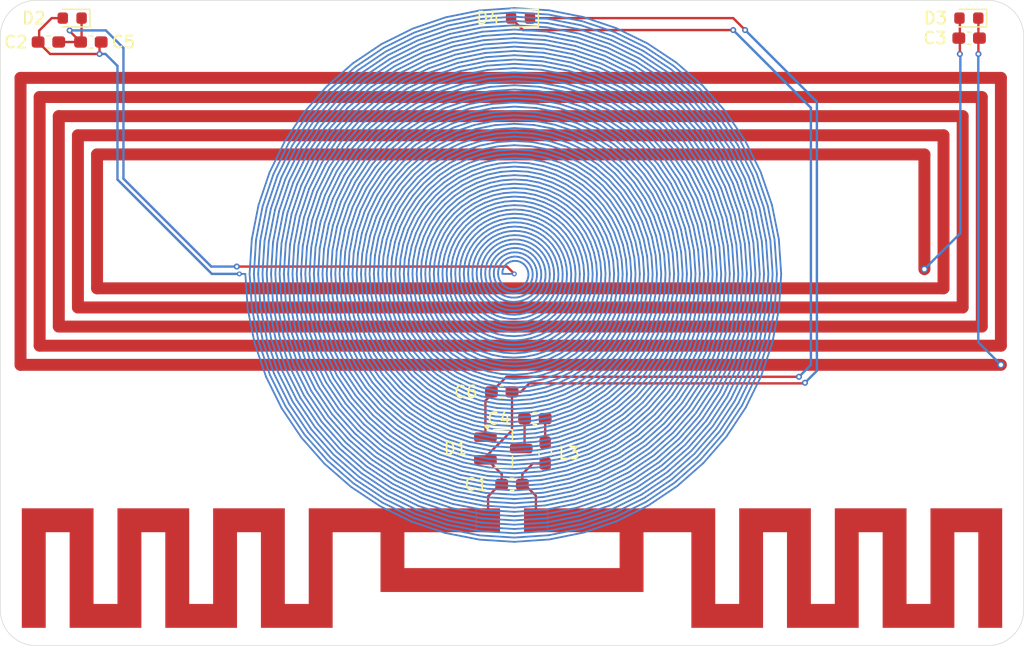
<source format=kicad_pcb>
(kicad_pcb
	(version 20241229)
	(generator "pcbnew")
	(generator_version "9.0")
	(general
		(thickness 0.8)
		(legacy_teardrops no)
	)
	(paper "A4")
	(layers
		(0 "F.Cu" signal)
		(2 "B.Cu" signal)
		(9 "F.Adhes" user "F.Adhesive")
		(11 "B.Adhes" user "B.Adhesive")
		(13 "F.Paste" user)
		(15 "B.Paste" user)
		(5 "F.SilkS" user "F.Silkscreen")
		(7 "B.SilkS" user "B.Silkscreen")
		(1 "F.Mask" user)
		(3 "B.Mask" user)
		(17 "Dwgs.User" user "User.Drawings")
		(19 "Cmts.User" user "User.Comments")
		(21 "Eco1.User" user "User.Eco1")
		(23 "Eco2.User" user "User.Eco2")
		(25 "Edge.Cuts" user)
		(27 "Margin" user)
		(31 "F.CrtYd" user "F.Courtyard")
		(29 "B.CrtYd" user "B.Courtyard")
		(35 "F.Fab" user)
		(33 "B.Fab" user)
		(39 "User.1" user)
		(41 "User.2" user)
		(43 "User.3" user)
		(45 "User.4" user)
	)
	(setup
		(stackup
			(layer "F.SilkS"
				(type "Top Silk Screen")
			)
			(layer "F.Paste"
				(type "Top Solder Paste")
			)
			(layer "F.Mask"
				(type "Top Solder Mask")
				(thickness 0.01)
			)
			(layer "F.Cu"
				(type "copper")
				(thickness 0.035)
			)
			(layer "dielectric 1"
				(type "core")
				(thickness 0.71)
				(material "FR4")
				(epsilon_r 4.5)
				(loss_tangent 0.02)
			)
			(layer "B.Cu"
				(type "copper")
				(thickness 0.035)
			)
			(layer "B.Mask"
				(type "Bottom Solder Mask")
				(thickness 0.01)
			)
			(layer "B.Paste"
				(type "Bottom Solder Paste")
			)
			(layer "B.SilkS"
				(type "Bottom Silk Screen")
			)
			(copper_finish "None")
			(dielectric_constraints no)
		)
		(pad_to_mask_clearance 0.038)
		(solder_mask_min_width 0.1)
		(allow_soldermask_bridges_in_footprints yes)
		(tenting front back)
		(pcbplotparams
			(layerselection 0x00000000_00000000_55555555_5755f5ff)
			(plot_on_all_layers_selection 0x00000000_00000000_00000000_00000000)
			(disableapertmacros no)
			(usegerberextensions no)
			(usegerberattributes yes)
			(usegerberadvancedattributes yes)
			(creategerberjobfile yes)
			(dashed_line_dash_ratio 12.000000)
			(dashed_line_gap_ratio 3.000000)
			(svgprecision 4)
			(plotframeref no)
			(mode 1)
			(useauxorigin no)
			(hpglpennumber 1)
			(hpglpenspeed 20)
			(hpglpendiameter 15.000000)
			(pdf_front_fp_property_popups yes)
			(pdf_back_fp_property_popups yes)
			(pdf_metadata yes)
			(pdf_single_document no)
			(dxfpolygonmode yes)
			(dxfimperialunits yes)
			(dxfusepcbnewfont yes)
			(psnegative no)
			(psa4output no)
			(plot_black_and_white yes)
			(sketchpadsonfab no)
			(plotpadnumbers no)
			(hidednponfab no)
			(sketchdnponfab yes)
			(crossoutdnponfab yes)
			(subtractmaskfromsilk no)
			(outputformat 1)
			(mirror no)
			(drillshape 0)
			(scaleselection 1)
			(outputdirectory "")
		)
	)
	(net 0 "")
	(net 1 "Net-(D1-A)")
	(net 2 "Net-(D2-K)")
	(net 3 "Net-(D2-A)")
	(net 4 "Net-(D3-A)")
	(net 5 "Net-(D3-K)")
	(net 6 "Net-(AE1-Pad2)")
	(net 7 "Net-(C4-Pad1)")
	(net 8 "Net-(D4-K)")
	(net 9 "Net-(D4-A)")
	(footprint "LED_SMD:LED_0603_1608Metric" (layer "F.Cu") (at 113.2125 74.5 180))
	(footprint "Capacitor_SMD:C_0603_1608Metric_Pad1.08x0.95mm_HandSolder" (layer "F.Cu") (at 114.775 76.5))
	(footprint "Capacitor_SMD:C_0603_1608Metric_Pad1.08x0.95mm_HandSolder" (layer "F.Cu") (at 149.1375 105.76444))
	(footprint "Library:Ant_915mhz" (layer "F.Cu") (at 150 116.5))
	(footprint "Package_TO_SOT_SMD:SOT-23_Handsoldering" (layer "F.Cu") (at 149.275 110.5))
	(footprint "Inductor_SMD:L_0603_1608Metric_Pad1.05x0.95mm_HandSolder" (layer "F.Cu") (at 152.775 110.875 90))
	(footprint "LED_SMD:LED_0603_1608Metric" (layer "F.Cu") (at 188.2125 74.5 180))
	(footprint "Library:Antenna_nfc" (layer "F.Cu") (at 149.892732 91.500005 90))
	(footprint "LED_SMD:LED_0603_1608Metric" (layer "F.Cu") (at 150.7125 74.5 180))
	(footprint "Capacitor_SMD:C_0603_1608Metric_Pad1.08x0.95mm_HandSolder" (layer "F.Cu") (at 150 113.5 180))
	(footprint "Capacitor_SMD:C_0603_1608Metric_Pad1.08x0.95mm_HandSolder" (layer "F.Cu") (at 151.9125 108 180))
	(footprint "Capacitor_SMD:C_0603_1608Metric_Pad1.08x0.95mm_HandSolder" (layer "F.Cu") (at 111.225 76.5 180))
	(footprint "Capacitor_SMD:C_0603_1608Metric_Pad1.08x0.95mm_HandSolder" (layer "F.Cu") (at 188.23416 76.172519 180))
	(footprint "Library:Antenna_125kHz_v2"
		(layer "B.Cu")
		(uuid "b00c9267-93b4-43ee-a13c-d4390fce29fd")
		(at 150.194174 95.894173 180)
		(property "Reference" "L1"
			(at 0 0 0)
			(layer "B.SilkS")
			(hide yes)
			(uuid "e07c366b-a26a-41ff-97eb-7cfa919414c3")
			(effects
				(font
					(size 1.27 1.27)
					(thickness 0.15)
				)
				(justify mirror)
			)
		)
		(property "Value" "Ant_125kHz"
			(at 0 0 0)
			(layer "B.Fab")
			(hide yes)
			(uuid "87eaab2e-417b-4d5d-aa50-4091adbeadbe")
			(effects
				(font
					(size 1.27 1.27)
					(thickness 0.15)
				)
				(justify mirror)
			)
		)
		(property "Datasheet" ""
			(at 0 0 0)
			(layer "B.Fab")
			(hide yes)
			(uuid "0cd04630-074a-4a52-911f-144d89ab8fb1")
			(effects
				(font
					(size 1.27 1.27)
					(thickness 0.15)
				)
				(justify mirror)
			)
		)
		(property "Description" ""
			(at 0 0 0)
			(layer "B.Fab")
			(hide yes)
			(uuid "20e23203-4780-4fd8-9400-41f6c56482c7")
			(effects
				(font
					(size 1.27 1.27)
					(thickness 0.15)
				)
				(justify mirror)
			)
		)
		(property ki_fp_filters "Choke_* *Coil* Inductor_* L_*")
		(path "/3eb484b6-b2b6-411b-b1fa-09afa390f39a")
		(sheetname "/")
		(sheetfile "tri-band_rfid_card.kicad_sch")
		(net_tie_pad_groups "1,2")
		(fp_line
			(start 22.5 0)
			(end 23 0)
			(stroke
				(width 0.15)
				(type default)
			)
			(layer "B.Cu")
			(uuid "c2be1323-699b-4c38-a110-b482bbf6203f")
		)
		(fp_line
			(start 22.5 0)
			(end 22.300107 -2.935864)
			(stroke
				(width 0.15)
				(type default)
			)
			(layer "B.Cu")
			(uuid "97a2dcf6-5e82-4064-a08c-b43fd5768de9")
		)
		(fp_line
			(start 22.300107 -2.935864)
			(end 21.718909 -5.819564)
			(stroke
				(width 0.15)
				(type default)
			)
			(layer "B.Cu")
			(uuid "3bf1d7ef-3b7d-4c6b-af10-760549461edd")
		)
		(fp_line
			(start 22.141666 0)
			(end 21.94484 -2.889093)
			(stroke
				(width 0.15)
				(type default)
			)
			(layer "B.Cu")
			(uuid "55e4b193-d18c-4b13-b467-cfe03ea25a50")
		)
		(fp_line
			(start 21.959643 2.891041)
			(end 22.141666 0)
			(stroke
				(width 0.15)
				(type default)
			)
			(layer "B.Cu")
			(uuid "0f3c0fc3-9740-48c2-9052-7ea1e97f0107")
		)
		(fp_line
			(start 21.94484 -2.889093)
			(end 21.372785 -5.72682)
			(stroke
				(width 0.15)
				(type default)
			)
			(layer "B.Cu")
			(uuid "85f2482c-2ea0-413a-a43c-9c1fae45589f")
		)
		(fp_line
			(start 21.783333 0)
			(end 21.589572 -2.842321)
			(stroke
				(width 0.15)
				(type default)
			)
			(layer "B.Cu")
			(uuid "2d02c9e4-7c29-4c87-ae2d-980b102971d8")
		)
		(fp_line
			(start 21.718909 -5.819564)
			(end 20.766598 -8.601806)
			(stroke
				(width 0.15)
				(type default)
			)
			(layer "B.Cu")
			(uuid "ee7f39f0-5eab-41ba-aa75-cfc9ad618324")
		)
		(fp_line
			(start 21.604375 2.844269)
			(end 21.783333 0)
			(stroke
				(width 0.15)
				(type default)
			)
			(layer "B.Cu")
			(uuid "c6f0ff32-4b3c-48b9-97a4-97b2d8e15e5c")
		)
		(fp_line
			(start 21.589572 -2.842321)
			(end 21.026662 -5.634077)
			(stroke
				(width 0.15)
				(type default)
			)
			(layer "B.Cu")
			(uuid "3bc9f98e-de97-4154-9c91-13869495327e")
		)
		(fp_line
			(start 21.425 0)
			(end 21.234304 -2.795549)
			(stroke
				(width 0.15)
				(type default)
			)
			(layer "B.Cu")
			(uuid "580c9b8a-d8a8-4832-8898-d560e1b79022")
		)
		(fp_line
			(start 21.401629 5.734549)
			(end 21.959643 2.891041)
			(stroke
				(width 0.15)
				(type default)
			)
			(layer "B.Cu")
			(uuid "70af1844-345d-4b7c-b051-63d3a930601f")
		)
		(fp_line
			(start 21.372785 -5.72682)
			(end 20.435541 -8.464678)
			(stroke
				(width 0.15)
				(type default)
			)
			(layer "B.Cu")
			(uuid "965be2aa-b27f-4d5a-83b6-6ff32042a7b9")
		)
		(fp_line
			(start 21.249107 2.797498)
			(end 21.425 0)
			(stroke
				(width 0.15)
				(type default)
			)
			(layer "B.Cu")
			(uuid "92c5a146-f7e4-475c-9b8a-e4c48d94e673")
		)
		(fp_line
			(start 21.234304 -2.795549)
			(end 20.680539 -5.541333)
			(stroke
				(width 0.15)
				(type default)
			)
			(layer "B.Cu")
			(uuid "394d6de1-87f7-4bfd-a615-93bbf8f97c05")
		)
		(fp_line
			(start 21.066666 0)
			(end 20.879037 -2.748777)
			(stroke
				(width 0.15)
				(type default)
			)
			(layer "B.Cu")
			(uuid "244edae3-e2b5-414e-96eb-bb357a3f8ecc")
		)
		(fp_line
			(start 21.055506 5.641805)
			(end 21.604375 2.844269)
			(stroke
				(width 0.15)
				(type default)
			)
			(layer "B.Cu")
			(uuid "e8aa10e7-f72a-4c38-8831-f9c7435f8e3c")
		)
		(fp_line
			(start 21.026662 -5.634077)
			(end 20.104484 -8.32755)
			(stroke
				(width 0.15)
				(type default)
			)
			(layer "B.Cu")
			(uuid "2ad1b734-557a-4d56-bfb8-9a71092e9c1e")
		)
		(fp_line
			(start 20.893839 2.750726)
			(end 21.066666 0)
			(stroke
				(width 0.15)
				(type default)
			)
			(layer "B.Cu")
			(uuid "38e9271b-1169-47e3-aa35-560ce1608de6")
		)
		(fp_line
			(start 20.879037 -2.748777)
			(end 20.334415 -5.44859)
			(stroke
				(width 0.15)
				(type default)
			)
			(layer "B.Cu")
			(uuid "1134cbbb-5696-49ec-8bc6-2dbb88a31b23")
		)
		(fp_line
			(start 20.766598 -8.601806)
			(end 19.459711 -11.235069)
			(stroke
				(width 0.15)
				(type default)
			)
			(layer "B.Cu")
			(uuid "9432a7af-f5c5-4eca-8640-e8a5e9b64a87")
		)
		(fp_line
			(start 20.709382 5.549062)
			(end 21.249107 2.797498)
			(stroke
				(width 0.15)
				(type default)
			)
			(layer "B.Cu")
			(uuid "929671ac-936e-4f27-92ad-decbf5485bd9")
		)
		(fp_line
			(start 20.708333 0)
			(end 20.523769 -2.702005)
			(stroke
				(width 0.15)
				(type default)
			)
			(layer "B.Cu")
			(uuid "05df2eb1-3f57-4047-a253-68668bb581bc")
		)
		(fp_line
			(start 20.680539 -5.541333)
			(end 19.773427 -8.190422)
			(stroke
				(width 0.15)
				(type default)
			)
			(layer "B.Cu")
			(uuid "d25b0102-59ad-4e7c-b456-d5740c53a408")
		)
		(fp_line
			(start 20.538572 2.703954)
			(end 20.708333 0)
			(stroke
				(width 0.15)
				(type default)
			)
			(layer "B.Cu")
			(uuid "0c76666e-951f-4f92-89b6-e221f29b9674")
		)
		(fp_line
			(start 20.523769 -2.702005)
			(end 19.988292 -5.355846)
			(stroke
				(width 0.15)
				(type default)
			)
			(layer "B.Cu")
			(uuid "c8bb8018-36ac-4c0f-9f76-6bde3ab65e30")
		)
		(fp_line
			(start 20.476923 8.481819)
			(end 21.401629 5.734549)
			(stroke
				(width 0.15)
				(type default)
			)
			(layer "B.Cu")
			(uuid "bed8422a-496a-4171-97e7-979955ffab93")
		)
		(fp_line
			(start 20.435541 -8.464678)
			(end 19.149385 -11.055902)
			(stroke
				(width 0.15)
				(type default)
			)
			(layer "B.Cu")
			(uuid "3e963581-52f6-42c7-957b-f5543dd78e46")
		)
		(fp_line
			(start 20.363259 5.456318)
			(end 20.893839 2.750726)
			(stroke
				(width 0.15)
				(type default)
			)
			(layer "B.Cu")
			(uuid "6d0aeb6e-1bf5-4ddd-a737-420af0ecff42")
		)
		(fp_line
			(start 20.35 0)
			(end 20.168501 -2.655233)
			(stroke
				(width 0.15)
				(type default)
			)
			(layer "B.Cu")
			(uuid "dd0c6a82-e61d-42e0-9f83-4bd15a949d59")
		)
		(fp_line
			(start 20.334415 -5.44859)
			(end 19.442371 -8.053293)
			(stroke
				(width 0.15)
				(type default)
			)
			(layer "B.Cu")
			(uuid "a032479d-f181-4812-8424-062eb8a513f7")
		)
		(fp_line
			(start 20.183304 2.657182)
			(end 20.35 0)
			(stroke
				(width 0.15)
				(type default)
			)
			(layer "B.Cu")
			(uuid "484996f4-4993-4f34-a278-6d7e12508a43")
		)
		(fp_line
			(start 20.168501 -2.655233)
			(end 19.642168 -5.263103)
			(stroke
				(width 0.15)
				(type default)
			)
			(layer "B.Cu")
			(uuid "3ce4ad51-a16f-44b3-bf1f-b9ddf17d6e2b")
		)
		(fp_line
			(start 20.145866 8.344691)
			(end 21.055506 5.641805)
			(stroke
				(width 0.15)
				(type default)
			)
			(layer "B.Cu")
			(uuid "85d0cad9-db4e-46fe-82d3-9e14cbb2e3ea")
		)
		(fp_line
			(start 20.104484 -8.32755)
			(end 18.839059 -10.876736)
			(stroke
				(width 0.15)
				(type default)
			)
			(layer "B.Cu")
			(uuid "a77d8267-7ace-494a-86a3-7754acdef7a4")
		)
		(fp_line
			(start 20.017135 5.363575)
			(end 20.538572 2.703954)
			(stroke
				(width 0.15)
				(type default)
			)
			(layer "B.Cu")
			(uuid "a4706f3c-07ee-429e-9e61-08b4a271b48a")
		)
		(fp_line
			(start 19.991666 0)
			(end 19.813233 -2.608461)
			(stroke
				(width 0.15)
				(type default)
			)
			(layer "B.Cu")
			(uuid "5fe9e7f9-d286-48fc-865e-beed5253238c")
		)
		(fp_line
			(start 19.988292 -5.355846)
			(end 19.111314 -7.916165)
			(stroke
				(width 0.15)
				(type default)
			)
			(layer "B.Cu")
			(uuid "acfb5788-214f-4559-ac05-3c53bfe5c4d1")
		)
		(fp_line
			(start 19.828036 2.61041)
			(end 19.991666 0)
			(stroke
				(width 0.15)
				(type default)
			)
			(layer "B.Cu")
			(uuid "b306012a-cf9b-4b5a-b208-66fa8a03cb9c")
		)
		(fp_line
			(start 19.81481 8.207563)
			(end 20.709382 5.549062)
			(stroke
				(width 0.15)
				(type default)
			)
			(layer "B.Cu")
			(uuid "656581a8-3155-4e70-83d3-6690f59bb606")
		)
		(fp_line
			(start 19.813233 -2.608461)
			(end 19.296045 -5.170359)
			(stroke
				(width 0.15)
				(type default)
			)
			(layer "B.Cu")
			(uuid "f2ae680b-da2c-4411-810e-ce980fb542c4")
		)
		(fp_line
			(start 19.773427 -8.190422)
			(end 18.528733 -10.697569)
			(stroke
				(width 0.15)
				(type default)
			)
			(layer "B.Cu")
			(uuid "a25ea3cb-bca7-4aff-a292-c782c1d96f68")
		)
		(fp_line
			(start 19.671012 5.270831)
			(end 20.183304 2.657182)
			(stroke
				(width 0.15)
				(type default)
			)
			(layer "B.Cu")
			(uuid "e51b5ae1-2877-41fa-bba9-009582bf4cb8")
		)
		(fp_line
			(start 19.642168 -5.263103)
			(end 18.780257 -7.779037)
			(stroke
				(width 0.15)
				(type default)
			)
			(layer "B.Cu")
			(uuid "0013517e-ead0-4ed8-a20f-53514d5b4ca3")
		)
		(fp_line
			(start 19.633333 0)
			(end 19.457966 -2.561689)
			(stroke
				(width 0.15)
				(type default)
			)
			(layer "B.Cu")
			(uuid "be5c0832-dd41-48f8-b27a-2156f19f9bb8")
		)
		(fp_line
			(start 19.483753 8.070434)
			(end 20.363259 5.456318)
			(stroke
				(width 0.15)
				(type default)
			)
			(layer "B.Cu")
			(uuid "a47d6643-7bdb-4373-b10e-14a5ce9dd78a")
		)
		(fp_line
			(start 19.472768 2.563638)
			(end 19.633333 0)
			(stroke
				(width 0.15)
				(type default)
			)
			(layer "B.Cu")
			(uuid "863835d4-548a-422b-9fd5-37ca2e883caa")
		)
		(fp_line
			(start 19.459711 -11.235069)
			(end 17.820837 -13.674409)
			(stroke
				(width 0.15)
				(type default)
			)
			(layer "B.Cu")
			(uuid "bb036a6f-dac6-4f21-8b47-9e6b695d1071")
		)
		(fp_line
			(start 19.457966 -2.561689)
			(end 18.949921 -5.077616)
			(stroke
				(width 0.15)
				(type default)
			)
			(layer "B.Cu")
			(uuid "5450ef3e-91a7-45ae-8922-d51714550165")
		)
		(fp_line
			(start 19.442371 -8.053293)
			(end 18.218408 -10.518402)
			(stroke
				(width 0.15)
				(type default)
			)
			(layer "B.Cu")
			(uuid "30b81222-1a65-43c6-b90d-6844d27cd881")
		)
		(fp_line
			(start 19.324888 5.178088)
			(end 19.828036 2.61041)
			(stroke
				(width 0.15)
				(type default)
			)
			(layer "B.Cu")
			(uuid "e7528aea-86da-4012-a9bf-efa749b3c143")
		)
		(fp_line
			(start 19.296045 -5.170359)
			(end 18.4492 -7.641909)
			(stroke
				(width 0.15)
				(type default)
			)
			(layer "B.Cu")
			(uuid "09876973-479a-4888-9925-bc3b042be196")
		)
		(fp_line
			(start 19.275 0)
			(end 19.102698 -2.514917)
			(stroke
				(width 0.15)
				(type default)
			)
			(layer "B.Cu")
			(uuid "31843d45-565f-4157-a33a-0eff0f3c41f6")
		)
		(fp_line
			(start 19.201106 11.085763)
			(end 20.476923 8.481819)
			(stroke
				(width 0.15)
				(type default)
			)
			(layer "B.Cu")
			(uuid "92a3ce3a-31c7-4b01-b29d-c029d7fbce07")
		)
		(fp_line
			(start 19.152696 7.933306)
			(end 20.017135 5.363575)
			(stroke
				(width 0.15)
				(type default)
			)
			(layer "B.Cu")
			(uuid "72eac9fe-502d-43fd-891a-5add9ce0d2c3")
		)
		(fp_line
			(start 19.149385 -11.055902)
			(end 17.536552 -13.456269)
			(stroke
				(width 0.15)
				(type default)
			)
			(layer "B.Cu")
			(uuid "7fe2c6ac-4df6-4fcb-9bc7-3b1dc473ed8b")
		)
		(fp_line
			(start 19.117501 2.516866)
			(end 19.275 0)
			(stroke
				(width 0.15)
				(type default)
			)
			(layer "B.Cu")
			(uuid "8ba4eabc-ae61-4eac-87d4-7873527f7f08")
		)
		(fp_line
			(start 19.111314 -7.916165)
			(end 17.908082 -10.339236)
			(stroke
				(width 0.15)
				(type default)
			)
			(layer "B.Cu")
			(uuid "bc4a0a36-13fe-468f-b460-41626d7587f2")
		)
		(fp_line
			(start 19.102698 -2.514917)
			(end 18.603798 -4.984872)
			(stroke
				(width 0.15)
				(type default)
			)
			(layer "B.Cu")
			(uuid "20bda655-7803-4e15-943d-6e8153ae8746")
		)
		(fp_line
			(start 18.978765 5.085344)
			(end 19.472768 2.563638)
			(stroke
				(width 0.15)
				(type default)
			)
			(layer "B.Cu")
			(uuid "e2d514d6-0c9a-4022-897a-c19e58631031")
		)
		(fp_line
			(start 18.949921 -5.077616)
			(end 18.118143 -7.50478)
			(stroke
				(width 0.15)
				(type default)
			)
			(layer "B.Cu")
			(uuid "b58b5485-5bef-4832-a449-26d3c3608b72")
		)
		(fp_line
			(start 18.916666 0)
			(end 18.74743 -2.468146)
			(stroke
				(width 0.15)
				(type default)
			)
			(layer "B.Cu")
			(uuid "a30ccd68-0132-4109-b444-390c08edea44")
		)
		(fp_line
			(start 18.89078 10.906597)
			(end 20.145866 8.344691)
			(stroke
				(width 0.15)
				(type default)
			)
			(layer "B.Cu")
			(uuid "44723767-856d-49c8-bf72-13a1cd1256e0")
		)
		(fp_line
			(start 18.839059 -10.876736)
			(end 17.252267 -13.23813)
			(stroke
				(width 0.15)
				(type default)
			)
			(layer "B.Cu")
			(uuid "7348aa95-4068-4b2b-8ea1-302f5b0c3244")
		)
		(fp_line
			(start 18.821639 7.796178)
			(end 19.671012 5.270831)
			(stroke
				(width 0.15)
				(type default)
			)
			(layer "B.Cu")
			(uuid "a184726d-acdf-432a-92bf-7b9e27dd3492")
		)
		(fp_line
			(start 18.780257 -7.779037)
			(end 17.597756 -10.160069)
			(stroke
				(width 0.15)
				(type default)
			)
			(layer "B.Cu")
			(uuid "e0910552-1fc6-4fc3-8f9a-7e782aed1769")
		)
		(fp_line
			(start 18.762233 2.470094)
			(end 18.916666 0)
			(stroke
				(width 0.15)
				(type default)
			)
			(layer "B.Cu")
			(uuid "554ff24b-6daa-43ec-9fa0-bf8906ae571c")
		)
		(fp_line
			(start 18.74743 -2.468146)
			(end 18.257675 -4.892129)
			(stroke
				(width 0.15)
				(type default)
			)
			(layer "B.Cu")
			(uuid "6ed10928-606c-43a1-9988-605f0afabeee")
		)
		(fp_line
			(start 18.632642 4.992601)
			(end 19.117501 2.516866)
			(stroke
				(width 0.15)
				(type default)
			)
			(layer "B.Cu")
			(uuid "4ab01a09-5054-46c2-974f-dd034160e23c")
		)
		(fp_line
			(start 18.603798 -4.984872)
			(end 17.787086 -7.367652)
			(stroke
				(width 0.15)
				(type default)
			)
			(layer "B.Cu")
			(uuid "f2d96ccd-4ff6-490b-81ca-834922c87393")
		)
		(fp_line
			(start 18.580454 10.72743)
			(end 19.81481 8.207563)
			(stroke
				(width 0.15)
				(type default)
			)
			(layer "B.Cu")
			(uuid "9de913a8-9375-4c14-95ee-b630a9ce431a")
		)
		(fp_line
			(start 18.558333 0)
			(end 18.392162 -2.421374)
			(stroke
				(width 0.15)
				(type default)
			)
			(layer "B.Cu")
			(uuid "11f19198-8f10-43a5-a65e-47abfd296aa8")
		)
		(fp_line
			(start 18.528733 -10.697569)
			(end 16.967982 -13.01999)
			(stroke
				(width 0.15)
				(type default)
			)
			(layer "B.Cu")
			(uuid "6f6f2921-7847-4db7-a50f-1a1257439266")
		)
		(fp_line
			(start 18.490582 7.65905)
			(end 19.324888 5.178088)
			(stroke
				(width 0.15)
				(type default)
			)
			(layer "B.Cu")
			(uuid "0d6dfdee-7b3c-448e-afab-3c09593deee8")
		)
		(fp_line
			(start 18.4492 -7.641909)
			(end 17.28743 -9.980902)
			(stroke
				(width 0.15)
				(type default)
			)
			(layer "B.Cu")
			(uuid "a62ba5db-afe6-4b15-9426-5b0ed4b382e1")
		)
		(fp_line
			(start 18.406965 2.423322)
			(end 18.558333 0)
			(stroke
				(width 0.15)
				(type default)
			)
			(layer "B.Cu")
			(uuid "8cb6a5fe-1fec-4688-b5f1-f5c9e8804c78")
		)
		(fp_line
			(start 18.392162 -2.421374)
			(end 17.911551 -4.799385)
			(stroke
				(width 0.15)
				(type default)
			)
			(layer "B.Cu")
			(uuid "39dc2b3e-ab53-4011-9071-35ac13a2cfd4")
		)
		(fp_line
			(start 18.286518 4.899857)
			(end 18.762233 2.470094)
			(stroke
				(width 0.15)
				(type default)
			)
			(layer "B.Cu")
			(uuid "d7c56444-6bdc-44df-ba4b-eddf0f8d0390")
		)
		(fp_line
			(start 18.270128 10.548263)
			(end 19.483753 8.070434)
			(stroke
				(width 0.15)
				(type default)
			)
			(layer "B.Cu")
			(uuid "d752c3d3-b117-4ffb-a19a-4d49796e65e7")
		)
		(fp_line
			(start 18.257675 -4.892129)
			(end 17.45603 -7.230524)
			(stroke
				(width 0.15)
				(type default)
			)
			(layer "B.Cu")
			(uuid "a753371b-edad-4a0e-b0be-61d17c5dba8a")
		)
		(fp_line
			(start 18.218408 -10.518402)
			(end 16.683697 -12.801851)
			(stroke
				(width 0.15)
				(type default)
			)
			(layer "B.Cu")
			(uuid "f9bb3b46-93e9-4119-9b05-bf24a8389f41")
		)
		(fp_line
			(start 18.2 0)
			(end 18.036895 -2.374602)
			(stroke
				(width 0.15)
				(type default)
			)
			(layer "B.Cu")
			(uuid "abb94f79-a1a5-48cd-a505-fbe706392181")
		)
		(fp_line
			(start 18.159525 7.521921)
			(end 18.978765 5.085344)
			(stroke
				(width 0.15)
				(type default)
			)
			(layer "B.Cu")
			(uuid "a6478efb-1c51-4e25-8b13-7eecb824f04c")
		)
		(fp_line
			(start 18.118143 -7.50478)
			(end 16.977104 -9.801736)
			(stroke
				(width 0.15)
				(type default)
			)
			(layer "B.Cu")
			(uuid "7aacbcb3-fd17-4ee1-b34a-a619959fe3e5")
		)
		(fp_line
			(start 18.051697 2.376551)
			(end 18.2 0)
			(stroke
				(width 0.15)
				(type default)
			)
			(layer "B.Cu")
			(uuid "4adbcf7d-ff01-4163-a29e-cab4cfa89c89")
		)
		(fp_line
			(start 18.036895 -2.374602)
			(end 17.565428 -4.706642)
			(stroke
				(width 0.15)
				(type default)
			)
			(layer "B.Cu")
			(uuid "70b59bdf-d302-426e-9a57-af49740946a6")
		)
		(fp_line
			(start 17.959803 10.369097)
			(end 19.152696 7.933306)
			(stroke
				(width 0.15)
				(type default)
			)
			(layer "B.Cu")
			(uuid "31ba4fce-e60c-4a35-bc8b-b762853808bf")
		)
		(fp_line
			(start 17.940395 4.807114)
			(end 18.406965 2.423322)
			(stroke
				(width 0.15)
				(type default)
			)
			(layer "B.Cu")
			(uuid "c2fdd87b-be8f-4156-934f-c4d6fb9fd1f9")
		)
		(fp_line
			(start 17.911551 -4.799385)
			(end 17.124973 -7.093396)
			(stroke
				(width 0.15)
				(type default)
			)
			(layer "B.Cu")
			(uuid "dd3a851a-4184-43b9-a266-6ad86159faf3")
		)
		(fp_line
			(start 17.908082 -10.339236)
			(end 16.399412 -12.583711)
			(stroke
				(width 0.15)
				(type default)
			)
			(layer "B.Cu")
			(uuid "cbd951cf-2f15-46ad-b662-02b3b5f4b46d")
		)
		(fp_line
			(start 17.841666 0)
			(end 17.681627 -2.32783)
			(stroke
				(width 0.15)
				(type default)
			)
			(layer "B.Cu")
			(uuid "c1a9675e-e620-47a9-b995-c26c6ea087fa")
		)
		(fp_line
			(start 17.828469 7.384793)
			(end 18.632642 4.992601)
			(stroke
				(width 0.15)
				(type default)
			)
			(layer "B.Cu")
			(uuid "4ec37854-69d0-4bd7-8c7f-e231b3f93ff9")
		)
		(fp_line
			(start 17.820837 -13.674409)
			(end 15.87823 -15.87823)
			(stroke
				(width 0.15)
				(type default)
			)
			(layer "B.Cu")
			(uuid "362564ec-1464-463a-afd6-85712af3bf40")
		)
		(fp_line
			(start 17.787086 -7.367652)
			(end 16.666779 -9.622569)
			(stroke
				(width 0.15)
				(type default)
			)
			(layer "B.Cu")
			(uuid "88c9d345-3223-4352-8929-b54c61aa1ed1")
		)
		(fp_line
			(start 17.69643 2.329779)
			(end 17.841666 0)
			(stroke
				(width 0.15)
				(type default)
			)
			(layer "B.Cu")
			(uuid "cb0ecb40-54dd-4f96-9fca-d0cbc7950647")
		)
		(fp_line
			(start 17.681627 -2.32783)
			(end 17.219304 -4.613898)
			(stroke
				(width 0.15)
				(type default)
			)
			(layer "B.Cu")
			(uuid "f0f5bd04-5275-47fb-a3fa-eace5e7b63b9")
		)
		(fp_line
			(start 17.649477 10.18993)
			(end 18.821639 7.796178)
			(stroke
				(width 0.15)
				(type default)
			)
			(layer "B.Cu")
			(uuid "3288f094-6627-4995-839e-9aac3d60c1b6")
		)
		(fp_line
			(start 17.597756 -10.160069)
			(end 16.115127 -12.365572)
			(stroke
				(width 0.15)
				(type default)
			)
			(layer "B.Cu")
			(uuid "1799103a-cec3-41e2-a090-e696204bd88f")
		)
		(fp_line
			(start 17.595778 13.501715)
			(end 19.201106 11.085763)
			(stroke
				(width 0.15)
				(type default)
			)
			(layer "B.Cu")
			(uuid "5f5a9aab-8d4d-42f1-9ef2-412991fd1cba")
		)
		(fp_line
			(start 17.594271 4.71437)
			(end 18.051697 2.376551)
			(stroke
				(width 0.15)
				(type default)
			)
			(layer "B.Cu")
			(uuid "93b08069-58a5-44a6-9188-fa24411658c6")
		)
		(fp_line
			(start 17.565428 -4.706642)
			(end 16.793916 -6.956267)
			(stroke
				(width 0.15)
				(type default)
			)
			(layer "B.Cu")
			(uuid "7bad921b-f3f0-46c2-a6ff-9cacddc7fd91")
		)
		(fp_line
			(start 17.536552 -13.456269)
			(end 15.62485 -15.62485)
			(stroke
				(width 0.15)
				(type default)
			)
			(layer "B.Cu")
			(uuid "ac478eea-7fbc-401b-95f2-55dd09053ae9")
		)
		(fp_line
			(start 17.497412 7.247665)
			(end 18.286518 4.899857)
			(stroke
				(width 0.15)
				(type default)
			)
			(layer "B.Cu")
			(uuid "c29cb22d-2d18-4982-991d-cc077bfd40b2")
		)
		(fp_line
			(start 17.483333 0)
			(end 17.326359 -2.281058)
			(stroke
				(width 0.15)
				(type default)
			)
			(layer "B.Cu")
			(uuid "c91c7bb9-c106-4c88-b472-ab44ea208966")
		)
		(fp_line
			(start 17.45603 -7.230524)
			(end 16.356453 -9.443402)
			(stroke
				(width 0.15)
				(type default)
			)
			(layer "B.Cu")
			(uuid "f96f634b-8607-4b8e-9f39-6a5871efb0cb")
		)
		(fp_line
			(start 17.341162 2.283007)
			(end 17.483333 0)
			(stroke
				(width 0.15)
				(type default)
			)
			(layer "B.Cu")
			(uuid "e297a8d9-9ac4-4306-8be4-843a21ea9bd6")
		)
		(fp_line
			(start 17.339151 10.010763)
			(end 18.490582 7.65905)
			(stroke
				(width 0.15)
				(type default)
			)
			(layer "B.Cu")
			(uuid "9616b1c4-c9fa-4c47-a32a-cf20bd08c592")
		)
		(fp_line
			(start 17.326359 -2.281058)
			(end 16.873181 -4.521155)
			(stroke
				(width 0.15)
				(type default)
			)
			(layer "B.Cu")
			(uuid "b330ed82-6744-41a1-b20a-07f4682ffd30")
		)
		(fp_line
			(start 17.311493 13.283575)
			(end 18.89078 10.906597)
			(stroke
				(width 0.15)
				(type default)
			)
			(layer "B.Cu")
			(uuid "fc7232a9-b83e-4943-a630-6330e616fc22")
		)
		(fp_line
			(start 17.28743 -9.980902)
			(end 15.830842 -12.147432)
			(stroke
				(width 0.15)
				(type default)
			)
			(layer "B.Cu")
			(uuid "3c21f16a-71bf-4d02-80d1-952cab0ceaf6")
		)
		(fp_line
			(start 17.252267 -13.23813)
			(end 15.37147 -15.37147)
			(stroke
				(width 0.15)
				(type default)
			)
			(layer "B.Cu")
			(uuid "d30cee6d-47f9-479d-b498-d723230108ea")
		)
		(fp_line
			(start 17.248148 4.621627)
			(end 17.69643 2.329779)
			(stroke
				(width 0.15)
				(type default)
			)
			(layer "B.Cu")
			(uuid "6d909a74-0dc9-4c43-9cbe-60f669f758a0")
		)
		(fp_line
			(start 17.219304 -4.613898)
			(end 16.462859 -6.819139)
			(stroke
				(width 0.15)
				(type default)
			)
			(layer "B.Cu")
			(uuid "c2003c5b-2b27-4309-ab45-c0cd2edea1da")
		)
		(fp_line
			(start 17.166355 7.110537)
			(end 17.940395 4.807114)
			(stroke
				(width 0.15)
				(type default)
			)
			(layer "B.Cu")
			(uuid "0d7f94b0-d15d-469b-b2e7-9f3f5279d67d")
		)
		(fp_line
			(start 17.125 0)
			(end 16.971091 -2.234286)
			(stroke
				(width 0.15)
				(type default)
			)
			(layer "B.Cu")
			(uuid "95b4d586-941e-45d3-adea-a70d7ca157e7")
		)
		(fp_line
			(start 17.124973 -7.093396)
			(end 16.046127 -9.264236)
			(stroke
				(width 0.15)
				(type default)
			)
			(layer "B.Cu")
			(uuid "d45c8609-641f-48f8-9a85-d76391207aa9")
		)
		(fp_line
			(start 17.028825 9.831597)
			(end 18.159525 7.521921)
			(stroke
				(width 0.15)
				(type default)
			)
			(layer "B.Cu")
			(uuid "af0b58b5-c889-4fd3-b713-4ad530713657")
		)
		(fp_line
			(start 17.027208 13.065436)
			(end 18.580454 10.72743)
			(stroke
				(width 0.15)
				(type default)
			)
			(layer "B.Cu")
			(uuid "4e5399e3-1943-4a0f-8f88-f44bf661afad")
		)
		(fp_line
			(start 16.985894 2.236235)
			(end 17.125 0)
			(stroke
				(width 0.15)
				(type default)
			)
			(layer "B.Cu")
			(uuid "603ee390-31f0-4f2f-8dbf-27f0133ea3e9")
		)
		(fp_line
			(start 16.977104 -9.801736)
			(end 15.546557 -11.929293)
			(stroke
				(width 0.15)
				(type default)
			)
			(layer "B.Cu")
			(uuid "cdca3436-2820-463e-aa87-9d8160a7c2f2")
		)
		(fp_line
			(start 16.971091 -2.234286)
			(end 16.527057 -4.428411)
			(stroke
				(width 0.15)
				(type default)
			)
			(layer "B.Cu")
			(uuid "9341abaf-b294-446e-8164-063dbc7a33ff")
		)
		(fp_line
			(start 16.967982 -13.01999)
			(end 15.11809 -15.11809)
			(stroke
				(width 0.15)
				(type default)
			)
			(layer "B.Cu")
			(uuid "3da65557-eaf5-49a6-902b-b63b46ac60a3")
		)
		(fp_line
			(start 16.902025 4.528883)
			(end 17.341162 2.283007)
			(stroke
				(width 0.15)
				(type default)
			)
			(layer "B.Cu")
			(uuid "3f285ca5-d663-495b-8f6e-055b9b99087a")
		)
		(fp_line
			(start 16.873181 -4.521155)
			(end 16.131802 -6.682011)
			(stroke
				(width 0.15)
				(type default)
			)
			(layer "B.Cu")
			(uuid "0db3e751-10c1-40e0-9c2f-7e84a6875acf")
		)
		(fp_line
			(start 16.835298 6.973408)
			(end 17.594271 4.71437)
			(stroke
				(width 0.15)
				(type default)
			)
			(layer "B.Cu")
			(uuid "cf5272c7-e8fd-48c8-bbcd-bad99ba16c26")
		)
		(fp_line
			(start 16.793916 -6.956267)
			(end 15.735801 -9.085069)
			(stroke
				(width 0.15)
				(type default)
			)
			(layer "B.Cu")
			(uuid "fda81dda-0360-479e-94c9-1164a31c1b00")
		)
		(fp_line
			(start 16.766666 0)
			(end 16.615824 -2.187514)
			(stroke
				(width 0.15)
				(type default)
			)
			(layer "B.Cu")
			(uuid "c99217d6-b61d-4862-9f35-c97ef020f84c")
		)
		(fp_line
			(start 16.742923 12.847296)
			(end 18.270128 10.548263)
			(stroke
				(width 0.15)
				(type default)
			)
			(layer "B.Cu")
			(uuid "d4cd9390-83ed-47e5-a79d-1cabd1f7543c")
		)
		(fp_line
			(start 16.7185 9.65243)
			(end 17.828469 7.384793)
			(stroke
				(width 0.15)
				(type default)
			)
			(layer "B.Cu")
			(uuid "a6b525de-041a-4ee9-9b2c-66e1b8077392")
		)
		(fp_line
			(start 16.683697 -12.801851)
			(end 14.86471 -14.86471)
			(stroke
				(width 0.15)
				(type default)
			)
			(layer "B.Cu")
			(uuid "7f8b97d0-770d-420d-8e6d-9a6d0c7b7afc")
		)
		(fp_line
			(start 16.666779 -9.622569)
			(end 15.262272 -11.711153)
			(stroke
				(width 0.15)
				(type default)
			)
			(layer "B.Cu")
			(uuid "a1a480af-3522-43e4-9d38-3ca3d7b2fd1f")
		)
		(fp_line
			(start 16.630626 2.189463)
			(end 16.766666 0)
			(stroke
				(width 0.15)
				(type default)
			)
			(layer "B.Cu")
			(uuid "27700de5-ee9e-4b96-84b2-0324fbe2c272")
		)
		(fp_line
			(start 16.615824 -2.187514)
			(end 16.180934 -4.335668)
			(stroke
				(width 0.15)
				(type default)
			)
			(layer "B.Cu")
			(uuid "72ed1e63-d504-4f82-996f-96c069337e5d")
		)
		(fp_line
			(start 16.555901 4.43614)
			(end 16.985894 2.236235)
			(stroke
				(width 0.15)
				(type default)
			)
			(layer "B.Cu")
			(uuid "f3d0efef-4b61-46bc-a15d-804c6f236abb")
		)
		(fp_line
			(start 16.527057 -4.428411)
			(end 15.800745 -6.544883)
			(stroke
				(width 0.15)
				(type default)
			)
			(layer "B.Cu")
			(uuid "15f8e2a8-207a-4e1d-bc33-f8a5cd7ef8b6")
		)
		(fp_line
			(start 16.504241 6.83628)
			(end 17.248148 4.621627)
			(stroke
				(width 0.15)
				(type default)
			)
			(layer "B.Cu")
			(uuid "912060ce-42fc-4dbc-9c7a-be197f019d81")
		)
		(fp_line
			(start 16.462859 -6.819139)
			(end 15.425476 -8.905902)
			(stroke
				(width 0.15)
				(type default)
			)
			(layer "B.Cu")
			(uuid "9043423b-3fd9-4a8c-8dfe-42fe26f8ac8e")
		)
		(fp_line
			(start 16.458638 12.629157)
			(end 17.959803 10.369097)
			(stroke
				(width 0.15)
				(type default)
			)
			(layer "B.Cu")
			(uuid "53053f75-1414-4a5e-85a6-fbe1d57f0a28")
		)
		(fp_line
			(start 16.408333 0)
			(end 16.260556 -2.140742)
			(stroke
				(width 0.15)
				(type default)
			)
			(layer "B.Cu")
			(uuid "c2206fad-bdb1-4ba9-a6c6-0f280e86ff96")
		)
		(fp_line
			(start 16.408174 9.473263)
			(end 17.497412 7.247665)
			(stroke
				(width 0.15)
				(type default)
			)
			(layer "B.Cu")
			(uuid "3c65d70d-5d73-410d-87ab-acf50fc61b81")
		)
		(fp_line
			(start 16.399412 -12.583711)
			(end 14.61133 -14.61133)
			(stroke
				(width 0.15)
				(type default)
			)
			(layer "B.Cu")
			(uuid "20a42755-c961-49f5-84c0-09e65cf823e4")
		)
		(fp_line
			(start 16.356453 -9.443402)
			(end 14.977987 -11.493014)
			(stroke
				(width 0.15)
				(type default)
			)
			(layer "B.Cu")
			(uuid "e430ae84-5912-4e98-a30d-6d8e801d9175")
		)
		(fp_line
			(start 16.275359 2.142691)
			(end 16.408333 0)
			(stroke
				(width 0.15)
				(type default)
			)
			(layer "B.Cu")
			(uuid "c2093471-fb70-4a1d-8c25-7b34d6246390")
		)
		(fp_line
			(start 16.260556 -2.140742)
			(end 15.834811 -4.242924)
			(stroke
				(width 0.15)
				(type default)
			)
			(layer "B.Cu")
			(uuid "60e383bf-cb60-47a7-94af-b4d72b7d381c")
		)
		(fp_line
			(start 16.209778 4.343396)
			(end 16.630626 2.189463)
			(stroke
				(width 0.15)
				(type default)
			)
			(layer "B.Cu")
			(uuid "d17618b0-4dde-49c1-a2b8-8c6833b93a0d")
		)
		(fp_line
			(start 16.180934 -4.335668)
			(end 15.469689 -6.407755)
			(stroke
				(width 0.15)
				(type default)
			)
			(layer "B.Cu")
			(uuid "37d9a752-8184-44ee-af74-b10ce4615454")
		)
		(fp_line
			(start 16.174353 12.411017)
			(end 17.649477 10.18993)
			(stroke
				(width 0.15)
				(type default)
			)
			(layer "B.Cu")
			(uuid "779ec8f2-0e73-4157-8850-cb849cac7c95")
		)
		(fp_line
			(start 16.173184 6.699152)
			(end 16.902025 4.528883)
			(stroke
				(width 0.15)
				(type default)
			)
			(layer "B.Cu")
			(uuid "2a92ee7b-035b-4da4-8e75-88517af6bba8")
		)
		(fp_line
			(start 16.131802 -6.682011)
			(end 15.11515 -8.726736)
			(stroke
				(width 0.15)
				(type default)
			)
			(layer "B.Cu")
			(uuid "130b744b-56f1-425d-b1ce-e96432dc16bc")
		)
		(fp_line
			(start 16.115127 -12.365572)
			(end 14.35795 -14.35795)
			(stroke
				(width 0.15)
				(type default)
			)
			(layer "B.Cu")
			(uuid "94cb6dc7-2b56-42bc-bf86-eab5e13acf6d")
		)
		(fp_line
			(start 16.097848 9.294097)
			(end 17.166355 7.110537)
			(stroke
				(width 0.15)
				(type default)
			)
			(layer "B.Cu")
			(uuid "58beb702-feda-4ec6-945f-f7658619990a")
		)
		(fp_line
			(start 16.05 0)
			(end 15.905288 -2.09397)
			(stroke
				(width 0.15)
				(type default)
			)
			(layer "B.Cu")
			(uuid "51cdff44-1d7b-4301-9dcd-f1ab80abf330")
		)
		(fp_line
			(start 16.046127 -9.264236)
			(end 14.693702 -11.274874)
			(stroke
				(width 0.15)
				(type default)
			)
			(layer "B.Cu")
			(uuid "6c21416c-c771-4e94-b4dc-2c7e8af77a6e")
		)
		(fp_line
			(start 15.920091 2.095919)
			(end 16.05 0)
			(stroke
				(width 0.15)
				(type default)
			)
			(layer "B.Cu")
			(uuid "9dc7e6d5-19b5-4c1d-8cfa-ec297d9924de")
		)
		(fp_line
			(start 15.905288 -2.09397)
			(end 15.488687 -4.150181)
			(stroke
				(width 0.15)
				(type default)
			)
			(layer "B.Cu")
			(uuid "6687737e-27fa-4682-a0b7-e33fd68b9bb4")
		)
		(fp_line
			(start 15.890068 12.192878)
			(end 17.339151 10.010763)
			(stroke
				(width 0.15)
				(type default)
			)
			(layer "B.Cu")
			(uuid "bd12e6d4-17e0-4ecd-8fe6-0e5a8a7ddaff")
		)
		(fp_line
			(start 15.87823 -15.87823)
			(end 13.66532 -17.808991)
			(stroke
				(width 0.15)
				(type default)
			)
			(layer "B.Cu")
			(uuid "bacbe5de-7931-46bb-8bac-b63ed014469f")
		)
		(fp_line
			(start 15.863654 4.250653)
			(end 16.275359 2.142691)
			(stroke
				(width 0.15)
				(type default)
			)
			(layer "B.Cu")
			(uuid "b342f3ce-af95-4713-b307-054cdde08c8e")
		)
		(fp_line
			(start 15.842128 6.562024)
			(end 16.555901 4.43614)
			(stroke
				(width 0.15)
				(type default)
			)
			(layer "B.Cu")
			(uuid "cb5b56f1-47a3-47a9-b398-ad3a9e72411b")
		)
		(fp_line
			(start 15.834811 -4.242924)
			(end 15.138632 -6.270626)
			(stroke
				(width 0.15)
				(type default)
			)
			(layer "B.Cu")
			(uuid "4bc66399-d63e-4ec3-985d-1a5d1c050d09")
		)
		(fp_line
			(start 15.830842 -12.147432)
			(end 14.10457 -14.10457)
			(stroke
				(width 0.15)
				(type default)
			)
			(layer "B.Cu")
			(uuid "fe4ef5b0-b459-4807-ae2d-8407824fe1ed")
		)
		(fp_line
			(start 15.800745 -6.544883)
			(end 14.804824 -8.547569)
			(stroke
				(width 0.15)
				(type default)
			)
			(layer "B.Cu")
			(uuid "94f2786a-5c46-476b-a52b-56479ad9fd0e")
		)
		(fp_line
			(start 15.787522 9.11493)
			(end 16.835298 6.973408)
			(stroke
				(width 0.15)
				(type default)
			)
			(layer "B.Cu")
			(uuid "f8934621-e882-4822-a170-a27d918cbace")
		)
		(fp_line
			(start 15.735801 -9.085069)
			(end 14.409417 -11.056735)
			(stroke
				(width 0.15)
				(type default)
			)
			(layer "B.Cu")
			(uuid "10939d41-80d4-41e4-a146-9955b3dd5149")
		)
		(fp_line
			(start 15.691666 0)
			(end 15.55002 -2.047199)
			(stroke
				(width 0.15)
				(type default)
			)
			(layer "B.Cu")
			(uuid "b5a851b1-8315-40c5-b939-691441a6e801")
		)
		(fp_line
			(start 15.688195 15.688195)
			(end 17.595778 13.501715)
			(stroke
				(width 0.15)
				(type default)
			)
			(layer "B.Cu")
			(uuid "7223a93a-0c60-4fb2-8584-e27fec18a10f")
		)
		(fp_line
			(start 15.62485 -15.62485)
			(end 13.44718 -17.524706)
			(stroke
				(width 0.15)
				(type default)
			)
			(layer "B.Cu")
			(uuid "4f2a9c23-844a-491b-85dd-652ff9fe6d1d")
		)
		(fp_line
			(start 15.605783 11.974738)
			(end 17.028825 9.831597)
			(stroke
				(width 0.15)
				(type default)
			)
			(layer "B.Cu")
			(uuid "2151afb2-9aca-483c-b8b7-9d3493c1c212")
		)
		(fp_line
			(start 15.564823 2.049147)
			(end 15.691666 0)
			(stroke
				(width 0.15)
				(type default)
			)
			(layer "B.Cu")
			(uuid "d08ba85d-1522-4d49-9635-f6b10f970ee7")
		)
		(fp_line
			(start 15.55002 -2.047199)
			(end 15.142564 -4.057437)
			(stroke
				(width 0.15)
				(type default)
			)
			(layer "B.Cu")
			(uuid "c07cf0c2-9fd1-4d6a-9048-f0e3ce67e06b")
		)
		(fp_line
			(start 15.546557 -11.929293)
			(end 13.85119 -13.85119)
			(stroke
				(width 0.15)
				(type default)
			)
			(layer "B.Cu")
			(uuid "90f223b1-61e3-4380-b1ed-b8d4e175e51a")
		)
		(fp_line
			(start 15.517531 4.157909)
			(end 15.920091 2.095919)
			(stroke
				(width 0.15)
				(type default)
			)
			(layer "B.Cu")
			(uuid "1fd71d6c-f0ac-417a-9e54-58162c8fe9f2")
		)
		(fp_line
			(start 15.511071 6.424896)
			(end 16.209778 4.343396)
			(stroke
				(width 0.15)
				(type default)
			)
			(layer "B.Cu")
			(uuid "d2d3aad7-d98e-4818-a0ca-2585cd6bdd59")
		)
		(fp_line
			(start 15.488687 -4.150181)
			(end 14.807575 -6.133498)
			(stroke
				(width 0.15)
				(type default)
			)
			(layer "B.Cu")
			(uuid "bd079818-7df2-49b3-bbc1-47ba42342f84")
		)
		(fp_line
			(start 15.477197 8.935763)
			(end 16.504241 6.83628)
			(stroke
				(width 0.15)
				(type default)
			)
			(layer "B.Cu")
			(uuid "739292f4-f12b-4c8d-b076-ee660d6315cc")
		)
		(fp_line
			(start 15.469689 -6.407755)
			(end 14.494498 -8.368402)
			(stroke
				(width 0.15)
				(type default)
			)
			(layer "B.Cu")
			(uuid "cd443d99-8bcf-45d8-a318-e17f16741723")
		)
		(fp_line
			(start 15.434815 15.434815)
			(end 17.311493 13.283575)
			(stroke
				(width 0.15)
				(type default)
			)
			(layer "B.Cu")
			(uuid "bf8193f3-eacb-4e59-b97f-b90d0da1e2c3")
		)
		(fp_line
			(start 15.425476 -8.905902)
			(end 14.125132 -10.838595)
			(stroke
				(width 0.15)
				(type default)
			)
			(layer "B.Cu")
			(uuid "091a0a20-c6f7-49f8-ab92-7f5a99e60056")
		)
		(fp_line
			(start 15.37147 -15.37147)
			(end 13.229041 -17.240422)
			(stroke
				(width 0.15)
				(type default)
			)
			(layer "B.Cu")
			(uuid "e4faece7-f208-40af-a9d8-f9a9e289de22")
		)
		(fp_line
			(start 15.333333 0)
			(end 15.194753 -2.000427)
			(stroke
				(width 0.15)
				(type default)
			)
			(layer "B.Cu")
			(uuid "60bbc986-870a-4e24-8e9c-e96d72bebacb")
		)
		(fp_line
			(start 15.321498 11.756599)
			(end 16.7185 9.65243)
			(stroke
				(width 0.15)
				(type default)
			)
			(layer "B.Cu")
			(uuid "f82001a7-93a1-4fd5-86e4-500e1b45da4b")
		)
		(fp_line
			(start 15.262272 -11.711153)
			(end 13.59781 -13.59781)
			(stroke
				(width 0.15)
				(type default)
			)
			(layer "B.Cu")
			(uuid "7cba2514-6986-40d5-8bf4-a1ad26ab921e")
		)
		(fp_line
			(start 15.209555 2.002376)
			(end 15.333333 0)
			(stroke
				(width 0.15)
				(type default)
			)
			(layer "B.Cu")
			(uuid "f807be01-1940-414f-9eb7-00a0eb32529f")
		)
		(fp_line
			(start 15.194753 -2.000427)
			(end 14.79644 -3.964694)
			(stroke
				(width 0.15)
				(type default)
			)
			(layer "B.Cu")
			(uuid "3d124241-092d-416d-9645-013456c510b9")
		)
		(fp_line
			(start 15.181435 15.181435)
			(end 17.027208 13.065436)
			(stroke
				(width 0.15)
				(type default)
			)
			(layer "B.Cu")
			(uuid "2328d20b-ac90-42c7-b29f-e1c1cdd1e92f")
		)
		(fp_line
			(start 15.180014 6.287767)
			(end 15.863654 4.250653)
			(stroke
				(width 0.15)
				(type default)
			)
			(layer "B.Cu")
			(uuid "d5d2a6ad-0c3a-4a6b-b041-d612aeece99e")
		)
		(fp_line
			(start 15.171407 4.065166)
			(end 15.564823 2.049147)
			(stroke
				(width 0.15)
				(type default)
			)
			(layer "B.Cu")
			(uuid "82c06292-f50a-4034-ad90-bd38c35c12a7")
		)
		(fp_line
			(start 15.166871 8.756597)
			(end 16.173184 6.699152)
			(stroke
				(width 0.15)
				(type default)
			)
			(layer "B.Cu")
			(uuid "e79663c5-7f85-4488-9588-217b96f26c57")
		)
		(fp_line
			(start 15.142564 -4.057437)
			(end 14.476518 -5.99637)
			(stroke
				(width 0.15)
				(type default)
			)
			(layer "B.Cu")
			(uuid "9f9e18cb-5332-433e-80c2-5d605c057487")
		)
		(fp_line
			(start 15.138632 -6.270626)
			(end 14.184173 -8.189236)
			(stroke
				(width 0.15)
				(type default)
			)
			(layer "B.Cu")
			(uuid "43850bf3-0cb8-4363-bc68-efd54ba67c70")
		)
		(fp_line
			(start 15.11809 -15.11809)
			(end 13.010901 -16.956137)
			(stroke
				(width 0.15)
				(type default)
			)
			(layer "B.Cu")
			(uuid "afcf437a-dcd3-4380-b278-0f79b80895ab")
		)
		(fp_line
			(start 15.11515 -8.726736)
			(end 13.840847 -10.620456)
			(stroke
				(width 0.15)
				(type default)
			)
			(layer "B.Cu")
			(uuid "212d2a01-4d5e-4f37-b040-6edb127e87e2")
		)
		(fp_line
			(start 15.037213 11.538459)
			(end 16.408174 9.473263)
			(stroke
				(width 0.15)
				(type default)
			)
			(layer "B.Cu")
			(uuid "516b9ba0-7e36-4233-88a7-6c0f20efff4e")
		)
		(fp_line
			(start 14.977987 -11.493014)
			(end 13.34443 -13.34443)
			(stroke
				(width 0.15)
				(type default)
			)
			(layer "B.Cu")
			(uuid "3ba4e044-0476-49b5-ac53-0220e246a130")
		)
		(fp_line
			(start 14.975 0)
			(end 14.839485 -1.953655)
			(stroke
				(width 0.15)
				(type default)
			)
			(layer "B.Cu")
			(uuid "36fce088-e955-4fe5-a1d3-2d80b7a6b621")
		)
		(fp_line
			(start 14.928055 14.928055)
			(end 16.742923 12.847296)
			(stroke
				(width 0.15)
				(type default)
			)
			(layer "B.Cu")
			(uuid "799323cd-267c-449c-a481-04835439ed7d")
		)
		(fp_line
			(start 14.86471 -14.86471)
			(end 12.792762 -16.671852)
			(stroke
				(width 0.15)
				(type default)
			)
			(layer "B.Cu")
			(uuid "ca5d66f3-d287-4363-b714-af92fcc19b08")
		)
		(fp_line
			(start 14.856545 8.57743)
			(end 15.842128 6.562024)
			(stroke
				(width 0.15)
				(type default)
			)
			(layer "B.Cu")
			(uuid "20c0c1a9-f818-4862-8d70-1645b524b112")
		)
		(fp_line
			(start 14.854288 1.955604)
			(end 14.975 0)
			(stroke
				(width 0.15)
				(type default)
			)
			(layer "B.Cu")
			(uuid "9e6215e7-2537-470f-94d4-29b8d1846a62")
		)
		(fp_line
			(start 14.848957 6.150639)
			(end 15.517531 4.157909)
			(stroke
				(width 0.15)
				(type default)
			)
			(layer "B.Cu")
			(uuid "d6421efb-5e3c-42b0-b8a0-cf3bcc7edaf3")
		)
		(fp_line
			(start 14.839485 -1.953655)
			(end 14.450317 -3.87195)
			(stroke
				(width 0.15)
				(type default)
			)
			(layer "B.Cu")
			(uuid "2ba544c9-6cc3-4ff6-aa50-55f8aa800ded")
		)
		(fp_line
			(start 14.825284 3.972423)
			(end 15.209555 2.002376)
			(stroke
				(width 0.15)
				(type default)
			)
			(layer "B.Cu")
			(uuid "32d5b6d2-854c-4475-b7f8-33584199b433")
		)
		(fp_line
			(start 14.807575 -6.133498)
			(end 13.873847 -8.010069)
			(stroke
				(width 0.15)
				(type default)
			)
			(layer "B.Cu")
			(uuid "ca4ff84a-cef5-4977-9b00-1db41624c080")
		)
		(fp_line
			(start 14.804824 -8.547569)
			(end 13.556562 -10.402316)
			(stroke
				(width 0.15)
				(type default)
			)
			(layer "B.Cu")
			(uuid "f790740c-3fdf-4d34-83ef-8b76d063cd4e")
		)
		(fp_line
			(start 14.79644 -3.964694)
			(end 14.145461 -5.859242)
			(stroke
				(width 0.15)
				(type default)
			)
			(layer "B.Cu")
			(uuid "40b02e04-801d-424a-aa0f-58e304e58433")
		)
		(fp_line
			(start 14.752928 11.32032)
			(end 16.097848 9.294097)
			(stroke
				(width 0.15)
				(type default)
			)
			(layer "B.Cu")
			(uuid "5e98674f-1848-493a-b9e2-32d198be5359")
		)
		(fp_line
			(start 14.693702 -11.274874)
			(end 13.09105 -13.09105)
			(stroke
				(width 0.15)
				(type default)
			)
			(layer "B.Cu")
			(uuid "fbbb4cda-8245-4c9f-9512-7f042e9c91de")
		)
		(fp_line
			(start 14.674675 14.674675)
			(end 16.458638 12.629157)
			(stroke
				(width 0.15)
				(type default)
			)
			(layer "B.Cu")
			(uuid "c40b684a-e33f-4ef9-a1d7-7d9005b16ac1")
		)
		(fp_line
			(start 14.616666 0)
			(end 14.484217 -1.906883)
			(stroke
				(width 0.15)
				(type default)
			)
			(layer "B.Cu")
			(uuid "060e3fb7-3796-4743-8983-1b8112c98bcd")
		)
		(fp_line
			(start 14.61133 -14.61133)
			(end 12.574622 -16.387567)
			(stroke
				(width 0.15)
				(type default)
			)
			(layer "B.Cu")
			(uuid "8b4b2d10-bb19-4b1e-a448-c99a4fa32762")
		)
		(fp_line
			(start 14.546219 8.398263)
			(end 15.511071 6.424896)
			(stroke
				(width 0.15)
				(type default)
			)
			(layer "B.Cu")
			(uuid "3db81c4d-7c0e-40f0-b7f1-90c7634cc2aa")
		)
		(fp_line
			(start 14.5179 6.013511)
			(end 15.171407 4.065166)
			(stroke
				(width 0.15)
				(type default)
			)
			(layer "B.Cu")
			(uuid "7896e601-e900-4408-9e80-b858a8f87162")
		)
		(fp_line
			(start 14.49902 1.908832)
			(end 14.616666 0)
			(stroke
				(width 0.15)
				(type default)
			)
			(layer "B.Cu")
			(uuid "10e166d1-36ad-4ef8-9995-486eda4ad03e")
		)
		(fp_line
			(start 14.494498 -8.368402)
			(end 13.272277 -10.184177)
			(stroke
				(width 0.15)
				(type default)
			)
			(layer "B.Cu")
			(uuid "6afd7165-d550-4308-882c-1fb53a83812e")
		)
		(fp_line
			(start 14.484217 -1.906883)
			(end 14.104194 -3.779207)
			(stroke
				(width 0.15)
				(type default)
			)
			(layer "B.Cu")
			(uuid "99386745-56dc-483a-8708-5f59247cdbc6")
		)
		(fp_line
			(start 14.479161 3.879679)
			(end 14.854288 1.955604)
			(stroke
				(width 0.15)
				(type default)
			)
			(layer "B.Cu")
			(uuid "355a5d52-85f5-42bf-9bde-c11e94313980")
		)
		(fp_line
			(start 14.476518 -5.99637)
			(end 13.563521 -7.830902)
			(stroke
				(width 0.15)
				(type default)
			)
			(layer "B.Cu")
			(uuid "a5d10a1e-9923-44fd-ba30-bd896c2736e4")
		)
		(fp_line
			(start 14.468643 11.10218)
			(end 15.787522 9.11493)
			(stroke
				(width 0.15)
				(type default)
			)
			(layer "B.Cu")
			(uuid "bc87bd16-d5d3-4800-a6c4-d12deebcb4e9")
		)
		(fp_line
			(start 14.450317 -3.87195)
			(end 13.814404 -5.722113)
			(stroke
				(width 0.15)
				(type default)
			)
			(layer "B.Cu")
			(uuid "f36b38bf-22f5-413a-81fa-77009c7a2d4f")
		)
		(fp_line
			(start 14.421295 14.421295)
			(end 16.174353 12.411017)
			(stroke
				(width 0.15)
				(type default)
			)
			(layer "B.Cu")
			(uuid "d947fdcd-c9fa-43d1-b9e3-bfc7f8e7712e")
		)
		(fp_line
			(start 14.409417 -11.056735)
			(end 12.83767 -12.83767)
			(stroke
				(width 0.15)
				(type default)
			)
			(layer "B.Cu")
			(uuid "5abf52d5-ded0-4d36-83f5-c73697188746")
		)
		(fp_line
			(start 14.35795 -14.35795)
			(end 12.356483 -16.103282)
			(stroke
				(width 0.15)
				(type default)
			)
			(layer "B.Cu")
			(uuid "dcaca91c-d310-45e5-9b38-34158a2660a2")
		)
		(fp_line
			(start 14.258333 0)
			(end 14.128949 -1.860111)
			(stroke
				(width 0.15)
				(type default)
			)
			(layer "B.Cu")
			(uuid "63ab06df-3365-4177-b13c-11613f6afe18")
		)
		(fp_line
			(start 14.235893 8.219097)
			(end 15.180014 6.287767)
			(stroke
				(width 0.15)
				(type default)
			)
			(layer "B.Cu")
			(uuid "4a667a52-1eb7-4810-a08f-600dbdc4fcae")
		)
		(fp_line
			(start 14.186843 5.876383)
			(end 14.825284 3.972423)
			(stroke
				(width 0.15)
				(type default)
			)
			(layer "B.Cu")
			(uuid "2254acc6-1c57-41d8-a497-3b3859594cfb")
		)
		(fp_line
			(start 14.184358 10.884041)
			(end 15.477197 8.935763)
			(stroke
				(width 0.15)
				(type default)
			)
			(layer "B.Cu")
			(uuid "527aabd8-0b8a-4adc-a76a-59bf63debe04")
		)
		(fp_line
			(start 14.184173 -8.189236)
			(end 12.987993 -9.966037)
			(stroke
				(width 0.15)
				(type default)
			)
			(layer "B.Cu")
			(uuid "d529a635-f5a5-45cf-bf30-199d200e2f87")
		)
		(fp_line
			(start 14.167915 14.167915)
			(end 15.890068 12.192878)
			(stroke
				(width 0.15)
				(type default)
			)
			(layer "B.Cu")
			(uuid "b0612320-a29b-49dc-a8b8-2563dd3cee07")
		)
		(fp_line
			(start 14.145461 -5.859242)
			(end 13.253195 -7.651736)
			(stroke
				(width 0.15)
				(type default)
			)
			(layer "B.Cu")
			(uuid "bd30786f-aecd-4856-8969-980df6ba5450")
		)
		(fp_line
			(start 14.143752 1.86206)
			(end 14.258333 0)
			(stroke
				(width 0.15)
				(type default)
			)
			(layer "B.Cu")
			(uuid "4b77803c-afdc-4d9c-a0d1-af978c7d3dba")
		)
		(fp_line
			(start 14.133037 3.786936)
			(end 14.49902 1.908832)
			(stroke
				(width 0.15)
				(type default)
			)
			(layer "B.Cu")
			(uuid "03f7be82-7ae2-47d7-b2c5-e0d52dafff44")
		)
		(fp_line
			(start 14.128949 -1.860111)
			(end 13.75807 -3.686463)
			(stroke
				(width 0.15)
				(type default)
			)
			(layer "B.Cu")
			(uuid "15acb56e-4f84-43b4-9c4a-63a9196cdaeb")
		)
		(fp_line
			(start 14.125132 -10.838595)
			(end 12.58429 -12.58429)
			(stroke
				(width 0.15)
				(type default)
			)
			(layer "B.Cu")
			(uuid "3740ad92-0377-4314-ae81-e5cc3d39b6f9")
		)
		(fp_line
			(start 14.10457 -14.10457)
			(end 12.138343 -15.818997)
			(stroke
				(width 0.15)
				(type default)
			)
			(layer "B.Cu")
			(uuid "bb24879a-4065-493c-9c00-1e81dde2abb0")
		)
		(fp_line
			(start 14.104194 -3.779207)
			(end 13.483348 -5.584985)
			(stroke
				(width 0.15)
				(type default)
			)
			(layer "B.Cu")
			(uuid "1ae8f924-640a-4768-8677-bd9c5c14683e")
		)
		(fp_line
			(start 13.925568 8.03993)
			(end 14.848957 6.150639)
			(stroke
				(width 0.15)
				(type default)
			)
			(layer "B.Cu")
			(uuid "5bfc10f3-b6f5-4a6e-9b7c-3aa473e1ad02")
		)
		(fp_line
			(start 13.914535 13.914535)
			(end 15.605783 11.974738)
			(stroke
				(width 0.15)
				(type default)
			)
			(layer "B.Cu")
			(uuid "7b417e47-8a44-4837-b109-c42b8f686f6b")
		)
		(fp_line
			(start 13.900073 10.665901)
			(end 15.166871 8.756597)
			(stroke
				(width 0.15)
				(type default)
			)
			(layer "B.Cu")
			(uuid "a4a63190-ef86-497b-b0f9-1bf281fb53bb")
		)
		(fp_line
			(start 13.9 0)
			(end 13.773682 -1.813339)
			(stroke
				(width 0.15)
				(type default)
			)
			(layer "B.Cu")
			(uuid "432e293e-0c0a-49ec-baac-7825eeda5379")
		)
		(fp_line
			(start 13.873847 -8.010069)
			(end 12.703708 -9.747898)
			(stroke
				(width 0.15)
				(type default)
			)
			(layer "B.Cu")
			(uuid "b637d606-cec4-4696-a3e0-8b305c2e01f9")
		)
		(fp_line
			(start 13.855787 5.739254)
			(end 14.479161 3.879679)
			(stroke
				(width 0.15)
				(type default)
			)
			(layer "B.Cu")
			(uuid "6b5dfe54-9e35-4118-ab1c-f9cc08e387d3")
		)
		(fp_line
			(start 13.85119 -13.85119)
			(end 11.920204 -15.534712)
			(stroke
				(width 0.15)
				(type default)
			)
			(layer "B.Cu")
			(uuid "18d12470-384c-4975-b938-252645f4a59e")
		)
		(fp_line
			(start 13.840847 -10.620456)
			(end 12.330911 -12.330911)
			(stroke
				(width 0.15)
				(type default)
			)
			(layer "B.Cu")
			(uuid "59691ee1-dc4c-4a18-90d2-6d9558bc88f6")
		)
		(fp_line
			(start 13.814404 -5.722113)
			(end 12.942869 -7.472569)
			(stroke
				(width 0.15)
				(type default)
			)
			(layer "B.Cu")
			(uuid "d4795bb3-baa7-4439-87f0-642eb7fe2392")
		)
		(fp_line
			(start 13.788484 1.815288)
			(end 13.9 0)
			(stroke
				(width 0.15)
				(type default)
			)
			(layer "B.Cu")
			(uuid "a358f3f4-fe7e-4fc3-8c46-83be32658496")
		)
		(fp_line
			(start 13.786914 3.694192)
			(end 14.143752 1.86206)
			(stroke
				(width 0.15)
				(type default)
			)
			(layer "B.Cu")
			(uuid "b958b4aa-ad6d-49b6-88e8-42f8ca74cea2")
		)
		(fp_line
			(start 13.773682 -1.813339)
			(end 13.411947 -3.59372)
			(stroke
				(width 0.15)
				(type default)
			)
			(layer "B.Cu")
			(uuid "442f7e42-3995-4a5b-93a1-3bdae5237e7b")
		)
		(fp_line
			(start 13.75807 -3.686463)
			(end 13.152291 -5.447857)
			(stroke
				(width 0.15)
				(type default)
			)
			(layer "B.Cu")
			(uuid "d8b43929-4679-4120-9091-efbd99477b16")
		)
		(fp_line
			(start 13.66532 -17.808991)
			(end 11.220138 -19.43385)
			(stroke
				(width 0.15)
				(type default)
			)
			(layer "B.Cu")
			(uuid "80104ec7-099c-4f07-831d-09faa9730e7e")
		)
		(fp_line
			(start 13.661155 13.661155)
			(end 15.321498 11.756599)
			(stroke
				(width 0.15)
				(type default)
			)
			(layer "B.Cu")
			(uuid "2d686735-b939-4113-8bc7-fd50bd239f08")
		)
		(fp_line
			(start 13.615788 10.447762)
			(end 14.856545 8.57743)
			(stroke
				(width 0.15)
				(type default)
			)
			(layer "B.Cu")
			(uuid "9c6e3553-b063-44e0-87fd-2a829a2fd00a")
		)
		(fp_line
			(start 13.615242 7.860763)
			(end 14.5179 6.013511)
			(stroke
				(width 0.15)
				(type default)
			)
			(layer "B.Cu")
			(uuid "8bbda48d-c2fb-4560-9a59-2b04e98bc823")
		)
		(fp_line
			(start 13.59781 -13.59781)
			(end 11.702064 -15.250427)
			(stroke
				(width 0.15)
				(type default)
			)
			(layer "B.Cu")
			(uuid "2a253f8f-fd1d-4b80-acc7-094659c0ec9f")
		)
		(fp_line
			(start 13.563521 -7.830902)
			(end 12.419423 -9.529758)
			(stroke
				(width 0.15)
				(type default)
			)
			(layer "B.Cu")
			(uuid "020e254b-6866-431b-a381-f1191ee336b1")
		)
		(fp_line
			(start 13.556562 -10.402316)
			(end 12.077531 -12.077531)
			(stroke
				(width 0.15)
				(type default)
			)
			(layer "B.Cu")
			(uuid "a7a04940-b93e-4963-a706-55f324f905fb")
		)
		(fp_line
			(start 13.541666 0)
			(end 13.418414 -1.766567)
			(stroke
				(width 0.15)
				(type default)
			)
			(layer "B.Cu")
			(uuid "7a3ee482-ae95-4753-b3d9-597cdd1c0748")
		)
		(fp_line
			(start 13.52473 5.602126)
			(end 14.133037 3.786936)
			(stroke
				(width 0.15)
				(type default)
			)
			(layer "B.Cu")
			(uuid "19a76d40-d004-4a81-83c9-6fa51198ba37")
		)
		(fp_line
			(start 13.510804 17.607623)
			(end 15.688195 15.688195)
			(stroke
				(width 0.15)
				(type default)
			)
			(layer "B.Cu")
			(uuid "48a389fa-bf7c-47d7-8d92-078a4866573b")
		)
		(fp_line
			(start 13.483348 -5.584985)
			(end 12.632544 -7.293402)
			(stroke
				(width 0.15)
				(type default)
			)
			(layer "B.Cu")
			(uuid "0a00bc2a-cf13-476e-bf9e-7d06d5deb5e8")
		)
		(fp_line
			(start 13.44718 -17.524706)
			(end 11.040972 -19.123524)
			(stroke
				(width 0.15)
				(type default)
			)
			(layer "B.Cu")
			(uuid "803ff16c-2df9-417a-8225-ab3b42e66728")
		)
		(fp_line
			(start 13.44079 3.601449)
			(end 13.788484 1.815288)
			(stroke
				(width 0.15)
				(type default)
			)
			(layer "B.Cu")
			(uuid "2a3d89e2-c4e0-44ad-84dd-d2e2537d4bda")
		)
		(fp_line
			(start 13.433217 1.768516)
			(end 13.541666 0)
			(stroke
				(width 0.15)
				(type default)
			)
			(layer "B.Cu")
			(uuid "735be356-e2e8-45b8-8c7a-cd50bb8c0f56")
		)
		(fp_line
			(start 13.418414 -1.766567)
			(end 13.065823 -3.500976)
			(stroke
				(width 0.15)
				(type default)
			)
			(layer "B.Cu")
			(uuid "d73b16e0-57dc-4466-92a7-0c57776c2c98")
		)
		(fp_line
			(start 13.411947 -3.59372)
			(end 12.821234 -5.310729)
			(stroke
				(width 0.15)
				(type default)
			)
			(layer "B.Cu")
			(uuid "64b257fe-cc0e-4c12-aa27-ec3ab05583fc")
		)
		(fp_line
			(start 13.407775 13.407775)
			(end 15.037213 11.538459)
			(stroke
				(width 0.15)
				(type default)
			)
			(layer "B.Cu")
			(uuid "ff38f9ad-d2ab-4063-8618-0142e1021956")
		)
		(fp_line
			(start 13.34443 -13.34443)
			(end 11.483925 -14.966142)
			(stroke
				(width 0.15)
				(type default)
			)
			(layer "B.Cu")
			(uuid "ef83f4e3-106a-4d33-b004-7214b0a6b502")
		)
		(fp_line
			(start 13.331504 10.229622)
			(end 14.546219 8.398263)
			(stroke
				(width 0.15)
				(type default)
			)
			(layer "B.Cu")
			(uuid "78344f00-849b-419e-adb5-f7faca4e3c1e")
		)
		(fp_line
			(start 13.304916 7.681597)
			(end 14.186843 5.876383)
			(stroke
				(width 0.15)
				(type default)
			)
			(layer "B.Cu")
			(uuid "b3f72a9d-1ec9-472b-a9b0-c24e2810e408")
		)
		(fp_line
			(start 13.292665 17.323338)
			(end 15.434815 15.434815)
			(stroke
				(width 0.15)
				(type default)
			)
			(layer "B.Cu")
			(uuid "5ba0b2bd-df1e-4797-baa0-7bcd53456b60")
		)
		(fp_line
			(start 13.272277 -10.184177)
			(end 11.824151 -11.824151)
			(stroke
				(width 0.15)
				(type default)
			)
			(layer "B.Cu")
			(uuid "53048b6a-3ae6-433e-aa5a-539b95f23936")
		)
		(fp_line
			(start 13.253195 -7.651736)
			(end 12.135138 -9.311619)
			(stroke
				(width 0.15)
				(type default)
			)
			(layer "B.Cu")
			(uuid "a9d5192e-4531-405c-aa73-667356dfcee5")
		)
		(fp_line
			(start 13.229041 -17.240422)
			(end 10.861805 -18.813199)
			(stroke
				(width 0.15)
				(type default)
			)
			(layer "B.Cu")
			(uuid "ca2c4e2d-f588-4c17-925a-1eb882eda5f4")
		)
		(fp_line
			(start 13.193673 5.464998)
			(end 13.786914 3.694192)
			(stroke
				(width 0.15)
				(type default)
			)
			(layer "B.Cu")
			(uuid "838c3c62-bdbc-41bb-84bc-5cc23092a675")
		)
		(fp_line
			(start 13.183333 0)
			(end 13.063146 -1.719795)
			(stroke
				(width 0.15)
				(type default)
			)
			(layer "B.Cu")
			(uuid "0f515fbd-5ca9-4ff8-9af3-6cb3177d8d4b")
		)
		(fp_line
			(start 13.154395 13.154395)
			(end 14.752928 11.32032)
			(stroke
				(width 0.15)
				(type default)
			)
			(layer "B.Cu")
			(uuid "69d27a47-9d38-43d6-9cd4-5931dec8c791")
		)
		(fp_line
			(start 13.152291 -5.447857)
			(end 12.322218 -7.114236)
			(stroke
				(width 0.15)
				(type default)
			)
			(layer "B.Cu")
			(uuid "6d68efcc-7b4c-4462-b063-90383e5971b9")
		)
		(fp_line
			(start 13.094667 3.508705)
			(end 13.433217 1.768516)
			(stroke
				(width 0.15)
				(type default)
			)
			(layer "B.Cu")
			(uuid "0050e63c-ba16-4e2f-8627-244d02a0c124")
		)
		(fp_line
			(start 13.09105 -13.09105)
			(end 11.265785 -14.681857)
			(stroke
				(width 0.15)
				(type default)
			)
			(layer "B.Cu")
			(uuid "00e47936-99d0-45ac-bbf9-76dbd4fc5ef8")
		)
		(fp_line
			(start 13.077949 1.721744)
			(end 13.183333 0)
			(stroke
				(width 0.15)
				(type default)
			)
			(layer "B.Cu")
			(uuid "14c840dd-f2df-48c8-8071-8abecdbeee9d")
		)
		(fp_line
			(start 13.074525 17.039053)
			(end 15.181435 15.181435)
			(stroke
				(width 0.15)
				(type default)
			)
			(layer "B.Cu")
			(uuid "333a408d-20e9-40f9-949c-6d21f363f166")
		)
		(fp_line
			(start 13.065823 -3.500976)
			(end 12.490177 -5.1736)
			(stroke
				(width 0.15)
				(type default)
			)
			(layer "B.Cu")
			(uuid "37ae5de6-8f95-4b3d-8c2d-d5fadeb9c615")
		)
		(fp_line
			(start 13.063146 -1.719795)
			(end 12.7197 -3.408233)
			(stroke
				(width 0.15)
				(type default)
			)
			(layer "B.Cu")
			(uuid "2e8874e4-be9a-43ab-8692-b467e2d6ba54")
		)
		(fp_line
			(start 13.047219 10.011483)
			(end 14.235893 8.219097)
			(stroke
				(width 0.15)
				(type default)
			)
			(layer "B.Cu")
			(uuid "d88566ea-2791-41aa-928a-b8aa30623d6d")
		)
		(fp_line
			(start 13.010901 -16.956137)
			(end 10.682638 -18.502873)
			(stroke
				(width 0.15)
				(type default)
			)
			(layer "B.Cu")
			(uuid "290c773d-2633-4eea-9238-67934318fbc9")
		)
		(fp_line
			(start 12.99459 7.50243)
			(end 13.855787 5.739254)
			(stroke
				(width 0.15)
				(type default)
			)
			(layer "B.Cu")
			(uuid "fdcf8378-8164-446e-a014-16b7510dbe0d")
		)
		(fp_line
			(start 12.987993 -9.966037)
			(end 11.570771 -11.570771)
			(stroke
				(width 0.15)
				(type default)
			)
			(layer "B.Cu")
			(uuid "aa993c25-a874-4dd9-977f-33dec7bb29d4")
		)
		(fp_line
			(start 12.942869 -7.472569)
			(end 11.850853 -9.093479)
			(stroke
				(width 0.15)
				(type default)
			)
			(layer "B.Cu")
			(uuid "794f4230-7abb-4dac-93af-2d724630ac99")
		)
		(fp_line
			(start 12.901015 12.901015)
			(end 14.468643 11.10218)
			(stroke
				(width 0.15)
				(type default)
			)
			(layer "B.Cu")
			(uuid "a5a9a4c7-90e2-4aa3-9a2a-1922d0216b7f")
		)
		(fp_line
			(start 12.862616 5.32787)
			(end 13.44079 3.601449)
			(stroke
				(width 0.15)
				(type default)
			)
			(layer "B.Cu")
			(uuid "917ae78b-0e5c-42fe-aec6-1091bbf2ad43")
		)
		(fp_line
			(start 12.856386 16.754768)
			(end 14.928055 14.928055)
			(stroke
				(width 0.15)
				(type default)
			)
			(layer "B.Cu")
			(uuid "2c299c1a-e3bb-4304-b610-cba56d9b526d")
		)
		(fp_line
			(start 12.83767 -12.83767)
			(end 11.047645 -14.397572)
			(stroke
				(width 0.15)
				(type default)
			)
			(layer "B.Cu")
			(uuid "33b21fe9-bc67-4230-9d47-dba807cedd97")
		)
		(fp_line
			(start 12.825 0)
			(end 12.707878 -1.673024)
			(stroke
				(width 0.15)
				(type default)
			)
			(layer "B.Cu")
			(uuid "fdc22126-180c-417f-b449-ef3e01932867")
		)
		(fp_line
			(start 12.821234 -5.310729)
			(end 12.011892 -6.935069)
			(stroke
				(width 0.15)
				(type default)
			)
			(layer "B.Cu")
			(uuid "5c55d511-004e-4baf-a5dc-56b2d5d2a2d3")
		)
		(fp_line
			(start 12.792762 -16.671852)
			(end 10.503472 -18.192547)
			(stroke
				(width 0.15)
				(type default)
			)
			(layer "B.Cu")
			(uuid "64a8232e-b957-46f2-a6c8-bf2198076a1d")
		)
		(fp_line
			(start 12.762934 9.793343)
			(end 13.925568 8.03993)
			(stroke
				(width 0.15)
				(type default)
			)
			(layer "B.Cu")
			(uuid "50bbcfb2-f35c-4333-acec-400c004d1cc6")
		)
		(fp_line
			(start 12.748543 3.415962)
			(end 13.077949 1.721744)
			(stroke
				(width 0.15)
				(type default)
			)
			(layer "B.Cu")
			(uuid "aff2ce4a-0b49-4cad-9d46-f7f359889fcc")
		)
		(fp_line
			(start 12.722681 1.674972)
			(end 12.825 0)
			(stroke
				(width 0.15)
				(type default)
			)
			(layer "B.Cu")
			(uuid "763336d4-89f7-4d1a-a104-b87190ffbf5e")
		)
		(fp_line
			(start 12.7197 -3.408233)
			(end 12.15912 -5.036472)
			(stroke
				(width 0.15)
				(type default)
			)
			(layer "B.Cu")
			(uuid "a1992cfe-018d-43dc-a464-5ca85d27edc6")
		)
		(fp_line
			(start 12.707878 -1.673024)
			(end 12.373576 -3.315489)
			(stroke
				(width 0.15)
				(type default)
			)
			(layer "B.Cu")
			(uuid "4045ef68-350a-43ae-965e-693f5f273e6a")
		)
		(fp_line
			(start 12.703708 -9.747898)
			(end 11.317391 -11.317391)
			(stroke
				(width 0.15)
				(type default)
			)
			(layer "B.Cu")
			(uuid "6782ede3-4ac5-4d47-bb59-409e1f2eb57e")
		)
		(fp_line
			(start 12.684265 7.323263)
			(end 13.52473 5.602126)
			(stroke
				(width 0.15)
				(type default)
			)
			(layer "B.Cu")
			(uuid "d0067896-f7ec-4de8-a714-78b2430e2fae")
		)
		(fp_line
			(start 12.647635 12.647635)
			(end 14.184358 10.884041)
			(stroke
				(width 0.15)
				(type default)
			)
			(layer "B.Cu")
			(uuid "e3db788a-8291-410d-8995-08ec1e865203")
		)
		(fp_line
			(start 12.638246 16.470483)
			(end 14.674675 14.674675)
			(stroke
				(width 0.15)
				(type default)
			)
			(layer "B.Cu")
			(uuid "a7462303-c2c7-4d11-bbaf-f39016ef90d2")
		)
		(fp_line
			(start 12.632544 -7.293402)
			(end 11.566568 -8.87534)
			(stroke
				(width 0.15)
				(type default)
			)
			(layer "B.Cu")
			(uuid "48898b58-f14d-49ee-8449-d26a366195e4")
		)
		(fp_line
			(start 12.58429 -12.58429)
			(end 10.829506 -14.113287)
			(stroke
				(width 0.15)
				(type default)
			)
			(layer "B.Cu")
			(uuid "c6efb1ab-7f9b-45f8-8d5b-e52aafa7826e")
		)
		(fp_line
			(start 12.574622 -16.387567)
			(end 10.324305 -17.882221)
			(stroke
				(width 0.15)
				(type default)
			)
			(layer "B.Cu")
			(uuid "1220449e-9648-4626-be91-3dda803778f6")
		)
		(fp_line
			(start 12.531559 5.190741)
			(end 13.094667 3.508705)
			(stroke
				(width 0.15)
				(type default)
			)
			(layer "B.Cu")
			(uuid "bedea689-b7e6-4c0b-b347-7fbbb3877def")
		)
		(fp_line
			(start 12.490177 -5.1736)
			(end 11.701566 -6.755902)
			(stroke
				(width 0.15)
				(type default)
			)
			(layer "B.Cu")
			(uuid "d589f4b3-f272-47d3-862f-447e11848730")
		)
		(fp_line
			(start 12.478649 9.575204)
			(end 13.615242 7.860763)
			(stroke
				(width 0.15)
				(type default)
			)
			(layer "B.Cu")
			(uuid "0bdcc435-bcd9-478c-8c5d-400c0d58fa47")
		)
		(fp_line
			(start 12.466666 0)
			(end 12.352611 -1.626252)
			(stroke
				(width 0.15)
				(type default)
			)
			(layer "B.Cu")
			(uuid "d4b50491-4430-4124-8866-8360f42bbe10")
		)
		(fp_line
			(start 12.420107 16.186198)
			(end 14.421295 14.421295)
			(stroke
				(width 0.15)
				(type default)
			)
			(layer "B.Cu")
			(uuid "c779f1a2-b370-46f4-8ac4-91173cdadf85")
		)
		(fp_line
			(start 12.419423 -9.529758)
			(end 11.064011 -11.064011)
			(stroke
				(width 0.15)
				(type default)
			)
			(layer "B.Cu")
			(uuid "30c0ce9e-050b-42c1-b806-5abfcd366c74")
		)
		(fp_line
			(start 12.40242 3.323218)
			(end 12.722681 1.674972)
			(stroke
				(width 0.15)
				(type default)
			)
			(layer "B.Cu")
			(uuid "a118c27a-0484-474c-a84f-53092c4452a9")
		)
		(fp_line
			(start 12.394256 12.394256)
			(end 13.900073 10.665901)
			(stroke
				(width 0.15)
				(type default)
			)
			(layer "B.Cu")
			(uuid "dc0006c5-702c-49c3-9222-bb9aab20accf")
		)
		(fp_line
			(start 12.373939 7.144097)
			(end 13.193673 5.464998)
			(stroke
				(width 0.15)
				(type default)
			)
			(layer "B.Cu")
			(uuid "f1c62cb0-df60-48ad-99d4-4cd29e106f70")
		)
		(fp_line
			(start 12.373576 -3.315489)
			(end 11.828063 -4.899344)
			(stroke
				(width 0.15)
				(type default)
			)
			(layer "B.Cu")
			(uuid "340f3b4e-32f5-4ef2-a653-f522b13b752f")
		)
		(fp_line
			(start 12.367414 1.6282)
			(end 12.466666 0)
			(stroke
				(width 0.15)
				(type default)
			)
			(layer "B.Cu")
			(uuid "b7e2250d-b63e-40dc-b42f-5745b4b2fa30")
		)
		(fp_line
			(start 12.356483 -16.103282)
			(end 10.145138 -17.571896)
			(stroke
				(width 0.15)
				(type default)
			)
			(layer "B.Cu")
			(uuid "32aa90f6-a9a3-42d1-a92a-42d743a43480")
		)
		(fp_line
			(start 12.352611 -1.626252)
			(end 12.027453 -3.222746)
			(stroke
				(width 0.15)
				(type default)
			)
			(layer "B.Cu")
			(uuid "f8a1e959-0ecc-45f5-9a74-45386b0e8c0c")
		)
		(fp_line
			(start 12.330911 -12.330911)
			(end 10.611366 -13.829002)
			(stroke
				(width 0.15)
				(type default)
			)
			(layer "B.Cu")
			(uuid "25b977cf-66d3-417b-918d-9672f7791b7e")
		)
		(fp_line
			(start 12.322218 -7.114236)
			(end 11.282283 -8.6572)
			(stroke
				(width 0.15)
				(type default)
			)
			(layer "B.Cu")
			(uuid "03e7d45d-a69b-43e9-964e-b413b4221557")
		)
		(fp_line
			(start 12.201967 15.901913)
			(end 14.167915 14.167915)
			(stroke
				(width 0.15)
				(type default)
			)
			(layer "B.Cu")
			(uuid "c38245ad-cc68-4148-a4e3-62a665a13652")
		)
		(fp_line
			(start 12.200502 5.053613)
			(end 12.748543 3.415962)
			(stroke
				(width 0.15)
				(type default)
			)
			(layer "B.Cu")
			(uuid "4f108732-a495-45b8-9c40-c14fea455cb5")
		)
		(fp_line
			(start 12.194364 9.357064)
			(end 13.304916 7.681597)
			(stroke
				(width 0.15)
				(type default)
			)
			(layer "B.Cu")
			(uuid "fa56c507-bb8a-4a84-9486-eb1fb61b77c0")
		)
		(fp_line
			(start 12.15912 -5.036472)
			(end 11.391241 -6.576736)
			(stroke
				(width 0.15)
				(type default)
			)
			(layer "B.Cu")
			(uuid "09541f7c-7303-4d22-984f-5e9a0e6d0709")
		)
		(fp_line
			(start 12.140876 12.140876)
			(end 13.615788 10.447762)
			(stroke
				(width 0.15)
				(type default)
			)
			(layer "B.Cu")
			(uuid "130725ad-05a7-4c80-8bde-cad641713831")
		)
		(fp_line
			(start 12.138343 -15.818997)
			(end 9.965972 -17.26157)
			(stroke
				(width 0.15)
				(type default)
			)
			(layer "B.Cu")
			(uuid "6eb8cb98-fbac-4843-9fb4-7cc848b9a2a2")
		)
		(fp_line
			(start 12.135138 -9.311619)
			(end 10.810631 -10.810631)
			(stroke
				(width 0.15)
				(type default)
			)
			(layer "B.Cu")
			(uuid "86c0d2d0-3510-42c2-ad3c-c63205920497")
		)
		(fp_line
			(start 12.108333 0)
			(end 11.997343 -1.57948)
			(stroke
				(width 0.15)
				(type default)
			)
			(layer "B.Cu")
			(uuid "a58fcf51-3ca8-46ef-9373-e1452863b869")
		)
		(fp_line
			(start 12.077531 -12.077531)
			(end 10.393227 -13.544717)
			(stroke
				(width 0.15)
				(type default)
			)
			(layer "B.Cu")
			(uuid "d99843dc-daa4-4ba2-88a4-c1299559db87")
		)
		(fp_line
			(start 12.063613 6.96493)
			(end 12.862616 5.32787)
			(stroke
				(width 0.15)
				(type default)
			)
			(layer "B.Cu")
			(uuid "4a293cde-3a34-4a01-80fa-d0c3f4a8bf62")
		)
		(fp_line
			(start 12.056297 3.230475)
			(end 12.367414 1.6282)
			(stroke
				(width 0.15)
				(type default)
			)
			(layer "B.Cu")
			(uuid "315fc0ff-1678-4bae-ba44-c04f30d0d7e0")
		)
		(fp_line
			(start 12.027453 -3.222746)
			(end 11.497007 -4.762216)
			(stroke
				(width 0.15)
				(type default)
			)
			(layer "B.Cu")
			(uuid "571b0a65-5d14-4d4c-a330-7bc7c4ed15a0")
		)
		(fp_line
			(start 12.012146 1.581429)
			(end 12.108333 0)
			(stroke
				(width 0.15)
				(type default)
			)
			(layer "B.Cu")
			(uuid "980beeeb-6632-43bc-b36c-85d951119ef8")
		)
		(fp_line
			(start 12.011892 -6.935069)
			(end 10.997998 -8.43906)
			(stroke
				(width 0.15)
				(type default)
			)
			(layer "B.Cu")
			(uuid "0c7f651c-e6ac-4dda-bbc7-d227c21c76c1")
		)
		(fp_line
			(start 11.997343 -1.57948)
			(end 11.68133 -3.130002)
			(stroke
				(width 0.15)
				(type default)
			)
			(layer "B.Cu")
			(uuid "58bb677f-4111-4112-b94d-e435a136ce79")
		)
		(fp_line
			(start 11.983828 15.617628)
			(end 13.914535 13.914535)
			(stroke
				(width 0.15)
				(type default)
			)
			(layer "B.Cu")
			(uuid "1a503c9b-0cb1-4deb-a9a5-7d59a370b45a")
		)
		(fp_line
			(start 11.920204 -15.534712)
			(end 9.786805 -16.951244)
			(stroke
				(width 0.15)
				(type default)
			)
			(layer "B.Cu")
			(uuid "77dc2790-bfb0-48b1-9089-08b05668df95")
		)
		(fp_line
			(start 11.910079 9.138925)
			(end 12.99459 7.50243)
			(stroke
				(width 0.15)
				(type default)
			)
			(layer "B.Cu")
			(uuid "4b63eeaf-5a47-4264-97c6-962bbb81b2fc")
		)
		(fp_line
			(start 11.887496 11.887496)
			(end 13.331504 10.229622)
			(stroke
				(width 0.15)
				(type default)
			)
			(layer "B.Cu")
			(uuid "78cdfd28-416b-43a3-be66-97dff51a60f4")
		)
		(fp_line
			(start 11.869446 4.916485)
			(end 12.40242 3.323218)
			(stroke
				(width 0.15)
				(type default)
			)
			(layer "B.Cu")
			(uuid "9d835e3a-7587-41c8-a9bc-6315b24afe45")
		)
		(fp_line
			(start 11.850853 -9.093479)
			(end 10.557251 -10.557251)
			(stroke
				(width 0.15)
				(type default)
			)
			(layer "B.Cu")
			(uuid "9fe1b0c0-5c23-47fc-b4af-706a1d39c0a7")
		)
		(fp_line
			(start 11.828063 -4.899344)
			(end 11.080915 -6.397569)
			(stroke
				(width 0.15)
				(type default)
			)
			(layer "B.Cu")
			(uuid "85c92616-c2f7-4456-89ab-bf85b8a543db")
		)
		(fp_line
			(start 11.824151 -11.824151)
			(end 10.175087 -13.260432)
			(stroke
				(width 0.15)
				(type default)
			)
			(layer "B.Cu")
			(uuid "ecaa40cb-d123-4cc4-a05e-f525e6f4a6c7")
		)
		(fp_line
			(start 11.765688 15.333343)
			(end 13.661155 13.661155)
			(stroke
				(width 0.15)
				(type default)
			)
			(layer "B.Cu")
			(uuid "cb9d66bb-698d-45de-a25c-1acaa9449a07")
		)
		(fp_line
			(start 11.753287 6.785763)
			(end 12.531559 5.190741)
			(stroke
				(width 0.15)
				(type default)
			)
			(layer "B.Cu")
			(uuid "c7fb6785-c04e-4bce-9756-7461e3c4297c")
		)
		(fp_line
			(start 11.75 0)
			(end 11.642075 -1.532708)
			(stroke
				(width 0.15)
				(type default)
			)
			(layer "B.Cu")
			(uuid "2c409d47-c5dd-42fd-81c5-15d90a9f9e91")
		)
		(fp_line
			(start 11.710173 3.137731)
			(end 12.012146 1.581429)
			(stroke
				(width 0.15)
				(type default)
			)
			(layer "B.Cu")
			(uuid "07627b44-1315-4c1a-b03a-fee6a8bbe7b4")
		)
		(fp_line
			(start 11.702064 -15.250427)
			(end 9.607638 -16.640918)
			(stroke
				(width 0.15)
				(type default)
			)
			(layer "B.Cu")
			(uuid "50f5b642-a099-4970-a448-6107a7d198c6")
		)
		(fp_line
			(start 11.701566 -6.755902)
			(end 10.713713 -8.220921)
			(stroke
				(width 0.15)
				(type default)
			)
			(layer "B.Cu")
			(uuid "74958ddf-585d-43a8-b6ae-c105209792e6")
		)
		(fp_line
			(start 11.68133 -3.130002)
			(end 11.16595 -4.625088)
			(stroke
				(width 0.15)
				(type default)
			)
			(layer "B.Cu")
			(uuid "6a6688f5-040a-4ec0-bd55-a2de56af9d70")
		)
		(fp_line
			(start 11.656878 1.534657)
			(end 11.75 0)
			(stroke
				(width 0.15)
				(type default)
			)
			(layer "B.Cu")
			(uuid "614a3462-f7ab-4044-9e8f-185c8ae8169a")
		)
		(fp_line
			(start 11.642075 -1.532708)
			(end 11.335206 -3.037259)
			(stroke
				(width 0.15)
				(type default)
			)
			(layer "B.Cu")
			(uuid "9df8a9c0-6327-447c-ad21-f348ec31c911")
		)
		(fp_line
			(start 11.634116 11.634116)
			(end 13.047219 10.011483)
			(stroke
				(width 0.15)
				(type default)
			)
			(layer "B.Cu")
			(uuid "5de0cb82-ee74-4c53-9a1b-4113833228d7")
		)
		(fp_line
			(start 11.625794 8.920785)
			(end 12.684265 7.323263)
			(stroke
				(width 0.15)
				(type default)
			)
			(layer "B.Cu")
			(uuid "cff6f4d8-e3a1-4975-b812-66b35fdf6bd7")
		)
		(fp_line
			(start 11.570771 -11.570771)
			(end 9.956948 -12.976147)
			(stroke
				(width 0.15)
				(type default)
			)
			(layer "B.Cu")
			(uuid "85474ad7-ed91-4a4c-8e45-8276309c2de1")
		)
		(fp_line
			(start 11.566568 -8.87534)
			(end 10.303871 -10.303871)
			(stroke
				(width 0.15)
				(type default)
			)
			(layer "B.Cu")
			(uuid "13767890-45ed-4828-9f0b-edbe952d420d")
		)
		(fp_line
			(start 11.547549 15.049058)
			(end 13.407775 13.407775)
			(stroke
				(width 0.15)
				(type default)
			)
			(layer "B.Cu")
			(uuid "5d216efd-92af-4375-a4de-37488f0569c0")
		)
		(fp_line
			(start 11.538389 4.779357)
			(end 12.056297 3.230475)
			(stroke
				(width 0.15)
				(type default)
			)
			(layer "B.Cu")
			(uuid "fc8f4579-8b6a-48d4-8ea2-79b2f9cd90bb")
		)
		(fp_line
			(start 11.497007 -4.762216)
			(end 10.770589 -6.218402)
			(stroke
				(width 0.15)
				(type default)
			)
			(layer "B.Cu")
			(uuid "a209e3e1-116e-4e97-bfcb-7a53922a066f")
		)
		(fp_line
			(start 11.483925 -14.966142)
			(end 9.428472 -16.330592)
			(stroke
				(width 0.15)
				(type default)
			)
			(layer "B.Cu")
			(uuid "851b60de-203e-492b-88dd-979a6ebd9b83")
		)
		(fp_line
			(start 11.442962 6.606597)
			(end 12.200502 5.053613)
			(stroke
				(width 0.15)
				(type default)
			)
			(layer "B.Cu")
			(uuid "bd17337e-e64a-429c-92d8-3ac73f32b508")
		)
		(fp_line
			(start 11.391666 0)
			(end 11.286807 -1.485936)
			(stroke
				(width 0.15)
				(type default)
			)
			(layer "B.Cu")
			(uuid "eafd97b6-26f0-4cd9-9676-3ca53a9b7142")
		)
		(fp_line
			(start 11.391241 -6.576736)
			(end 10.429428 -8.002781)
			(stroke
				(width 0.15)
				(type default)
			)
			(layer "B.Cu")
			(uuid "cdd2f24c-3723-4d7f-a604-a7fd84b9962a")
		)
		(fp_line
			(start 11.380736 11.380736)
			(end 12.762934 9.793343)
			(stroke
				(width 0.15)
				(type default)
			)
			(layer "B.Cu")
			(uuid "2ea25140-c2e3-4523-8e5c-8d000dcaedc2")
		)
		(fp_line
			(start 11.36405 3.044988)
			(end 11.656878 1.534657)
			(stroke
				(width 0.15)
				(type default)
			)
			(layer "B.Cu")
			(uuid "5e5cf18a-8065-45e9-8f67-d1d7cb1cfb8f")
		)
		(fp_line
			(start 11.341509 8.702646)
			(end 12.373939 7.144097)
			(stroke
				(width 0.15)
				(type default)
			)
			(layer "B.Cu")
			(uuid "6752bd65-2ec2-464a-a532-f2ce54c50c01")
		)
		(fp_line
			(start 11.335206 -3.037259)
			(end 10.834893 -4.487959)
			(stroke
				(width 0.15)
				(type default)
			)
			(layer "B.Cu")
			(uuid "b05f0948-73e1-45e1-8897-485dc2b08cf4")
		)
		(fp_line
			(start 11.329409 14.764773)
			(end 13.154395 13.154395)
			(stroke
				(width 0.15)
				(type default)
			)
			(layer "B.Cu")
			(uuid "a4d3cf53-d050-4745-8636-618c6af965a3")
		)
		(fp_line
			(start 11.317391 -11.317391)
			(end 9.738808 -12.691862)
			(stroke
				(width 0.15)
				(type default)
			)
			(layer "B.Cu")
			(uuid "ad0e5941-7b6b-4130-9e78-c76eb3cc99a1")
		)
		(fp_line
			(start 11.30161 1.487885)
			(end 11.391666 0)
			(stroke
				(width 0.15)
				(type default)
			)
			(layer "B.Cu")
			(uuid "2fa5efa6-fbe3-466f-9f4d-3e88e9f97f7c")
		)
		(fp_line
			(start 11.286807 -1.485936)
			(end 10.989083 -2.944515)
			(stroke
				(width 0.15)
				(type default)
			)
			(layer "B.Cu")
			(uuid "fccd99c0-d9a1-4442-aa57-310f5217d820")
		)
		(fp_line
			(start 11.282283 -8.6572)
			(end 10.050491 -10.050491)
			(stroke
				(width 0.15)
				(type default)
			)
			(layer "B.Cu")
			(uuid "f98539bf-b5c8-4648-b27a-e1f6dcdf339a")
		)
		(fp_line
			(start 11.265785 -14.681857)
			(end 9.249305 -16.020267)
			(stroke
				(width 0.15)
				(type default)
			)
			(layer "B.Cu")
			(uuid "0cca7871-933c-4b80-a327-a2c55f0390f4")
		)
		(fp_line
			(start 11.220138 -19.43385)
			(end 8.584665 -20.725216)
			(stroke
				(width 0.15)
				(type default)
			)
			(layer "B.Cu")
			(uuid "c901fcf8-cf1a-4dae-896a-1e3d295657db")
		)
		(fp_line
			(start 11.207332 4.642229)
			(end 11.710173 3.137731)
			(stroke
				(width 0.15)
				(type default)
			)
			(layer "B.Cu")
			(uuid "a747af0c-7ea8-44e1-90ae-910244797b34")
		)
		(fp_line
			(start 11.16595 -4.625088)
			(end 10.460263 -6.039236)
			(stroke
				(width 0.15)
				(type default)
			)
			(layer "B.Cu")
			(uuid "de751bcb-b233-4727-bee5-c40b6845658a")
		)
		(fp_line
			(start 11.132636 6.42743)
			(end 11.869446 4.916485)
			(stroke
				(width 0.15)
				(type default)
			)
			(layer "B.Cu")
			(uuid "6822ca9d-5884-44aa-bc6d-36e8b0ddc1d3")
		)
		(fp_line
			(start 11.127356 11.127356)
			(end 12.478649 9.575204)
			(stroke
				(width 0.15)
				(type default)
			)
			(layer "B.Cu")
			(uuid "21038d3b-577e-4eaf-bdda-9a04c773cad2")
		)
		(fp_line
			(start 11.11127 14.480489)
			(end 12.901015 12.901015)
			(stroke
				(width 0.15)
				(type default)
			)
			(layer "B.Cu")
			(uuid "c3e25da2-e57f-4f1a-b13d-e05905e2ae44")
		)
		(fp_line
			(start 11.100694 19.226966)
			(end 13.510804 17.607623)
			(stroke
				(width 0.15)
				(type default)
			)
			(layer "B.Cu")
			(uuid "e1067e84-8ac3-45ce-b692-2e5fb3ccb7e5")
		)
		(fp_line
			(start 11.080915 -6.397569)
			(end 10.145143 -7.784642)
			(stroke
				(width 0.15)
				(type default)
			)
			(layer "B.Cu")
			(uuid "e3a1ddaa-02bb-435e-80fd-6cb9715fb2b7")
		)
		(fp_line
			(start 11.064011 -11.064011)
			(end 9.520669 -12.407577)
			(stroke
				(width 0.15)
				(type default)
			)
			(layer "B.Cu")
			(uuid "60361461-e686-4fdb-90e3-30dff1eee055")
		)
		(fp_line
			(start 11.057224 8.484506)
			(end 12.063613 6.96493)
			(stroke
				(width 0.15)
				(type default)
			)
			(layer "B.Cu")
			(uuid "98f494c1-0fc6-4140-9b33-2c6ad8c39d11")
		)
		(fp_line
			(start 11.047645 -14.397572)
			(end 9.070138 -15.709941)
			(stroke
				(width 0.15)
				(type default)
			)
			(layer "B.Cu")
			(uuid "6231f6de-5b13-41ad-90f9-3949bf7ea2d9")
		)
		(fp_line
			(start 11.040972 -19.123524)
			(end 8.447537 -20.394159)
			(stroke
				(width 0.15)
				(type default)
			)
			(layer "B.Cu")
			(uuid "b9467693-d2a9-4280-ba57-8c3bc0e1351c")
		)
		(fp_line
			(start 11.033333 0)
			(end 10.93154 -1.439164)
			(stroke
				(width 0.15)
				(type default)
			)
			(layer "B.Cu")
			(uuid "198a7bd3-d99c-4998-832d-5c1f111b431a")
		)
		(fp_line
			(start 11.017926 2.952244)
			(end 11.30161 1.487885)
			(stroke
				(width 0.15)
				(type default)
			)
			(layer "B.Cu")
			(uuid "9b90aa59-8dc4-4eb5-8d1d-51a45af1cd91")
		)
		(fp_line
			(start 10.997998 -8.43906)
			(end 9.797111 -9.797111)
			(stroke
				(width 0.15)
				(type default)
			)
			(layer "B.Cu")
			(uuid "3d8c13d9-4a58-47fd-8b97-924c9988101f")
		)
		(fp_line
			(start 10.989083 -2.944515)
			(end 10.503836 -4.350831)
			(stroke
				(width 0.15)
				(type default)
			)
			(layer "B.Cu")
			(uuid "f1c81afa-3b2f-4314-b28c-4be03effee81")
		)
		(fp_line
			(start 10.946343 1.441113)
			(end 11.033333 0)
			(stroke
				(width 0.15)
				(type default)
			)
			(layer "B.Cu")
			(uuid "2246e4eb-182c-41e7-9929-fd761e566907")
		)
		(fp_line
			(start 10.93154 -1.439164)
			(end 10.642959 -2.851772)
			(stroke
				(width 0.15)
				(type default)
			)
			(layer "B.Cu")
			(uuid "a3f32fbf-cba5-43fb-8b75-078887e05dbf")
		)
		(fp_line
			(start 10.921527 18.916641)
			(end 13.292665 17.323338)
			(stroke
				(width 0.15)
				(type default)
			)
			(layer "B.Cu")
			(uuid "4e91bf98-b4bb-4b1d-ab33-e32706340ec2")
		)
		(fp_line
			(start 10.89313 14.196204)
			(end 12.647635 12.647635)
			(stroke
				(width 0.15)
				(type default)
			)
			(layer "B.Cu")
			(uuid "64041361-f7e8-4cd5-8329-0d340ccdbf3b")
		)
		(fp_line
			(start 10.876275 4.5051)
			(end 11.36405 3.044988)
			(stroke
				(width 0.15)
				(type default)
			)
			(layer "B.Cu")
			(uuid "aefebf78-dafd-4da2-9d5b-a976fe3563c3")
		)
		(fp_line
			(start 10.873976 10.873976)
			(end 12.194364 9.357064)
			(stroke
				(width 0.15)
				(type default)
			)
			(layer "B.Cu")
			(uuid "692c3177-1d3b-4f71-beae-f65e8f4f8579")
		)
		(fp_line
			(start 10.861805 -18.813199)
			(end 8.310409 -20.063102)
			(stroke
				(width 0.15)
				(type default)
			)
			(layer "B.Cu")
			(uuid "c40d2493-877f-4c67-b5f5-75d000499a25")
		)
		(fp_line
			(start 10.834893 -4.487959)
			(end 10.149938 -5.860069)
			(stroke
				(width 0.15)
				(type default)
			)
			(layer "B.Cu")
			(uuid "51954ba7-2837-4c74-8b84-fefd191f629f")
		)
		(fp_line
			(start 10.829506 -14.113287)
			(end 8.890972 -15.399615)
			(stroke
				(width 0.15)
				(type default)
			)
			(layer "B.Cu")
			(uuid "ccfb2e64-a958-464d-b5de-9c7e83c88e7d")
		)
		(fp_line
			(start 10.82231 6.248263)
			(end 11.538389 4.779357)
			(stroke
				(width 0.15)
				(type default)
			)
			(layer "B.Cu")
			(uuid "fe9d140f-92c9-4f72-925b-f003b33136f6")
		)
		(fp_line
			(start 10.810631 -10.810631)
			(end 9.302529 -12.123292)
			(stroke
				(width 0.15)
				(type default)
			)
			(layer "B.Cu")
			(uuid "5e7d59dd-6f37-41a0-8976-fa1b13c8325f")
		)
		(fp_line
			(start 10.772939 8.266367)
			(end 11.753287 6.785763)
			(stroke
				(width 0.15)
				(type default)
			)
			(layer "B.Cu")
			(uuid "c66cfda1-887b-4f44-800c-ae0341471950")
		)
		(fp_line
			(start 10.770589 -6.218402)
			(end 9.860858 -7.566502)
			(stroke
				(width 0.15)
				(type default)
			)
			(layer "B.Cu")
			(uuid "3f20de41-1664-45b1-a21c-18103782e0d6")
		)
		(fp_line
			(start 10.742361 18.606315)
			(end 13.074525 17.039053)
			(stroke
				(width 0.15)
				(type default)
			)
			(layer "B.Cu")
			(uuid "825a0f20-5bfb-48f0-982c-3699812f6da3")
		)
		(fp_line
			(start 10.713713 -8.220921)
			(end 9.543731 -9.543731)
			(stroke
				(width 0.15)
				(type default)
			)
			(layer "B.Cu")
			(uuid "30ce0e6e-8ff9-47eb-941f-0a843d250cb6")
		)
		(fp_line
			(start 10.682638 -18.502873)
			(end 8.17328 -19.732045)
			(stroke
				(width 0.15)
				(type default)
			)
			(layer "B.Cu")
			(uuid "c5b59632-5d44-4cf7-8ff8-5fce55d3dfd9")
		)
		(fp_line
			(start 10.675 0)
			(end 10.576272 -1.392392)
			(stroke
				(width 0.15)
				(type default)
			)
			(layer "B.Cu")
			(uuid "94ecce4d-0717-4e17-8cc1-8939753e7538")
		)
		(fp_line
			(start 10.67499 13.911919)
			(end 12.394256 12.394256)
			(stroke
				(width 0.15)
				(type default)
			)
			(layer "B.Cu")
			(uuid "aab6680c-f968-4743-8b1b-fa429bd6705f")
		)
		(fp_line
			(start 10.671803 2.859501)
			(end 10.946343 1.441113)
			(stroke
				(width 0.15)
				(type default)
			)
			(layer "B.Cu")
			(uuid "7e3b859f-4a1e-4f4d-888c-fec1f7a6381e")
		)
		(fp_line
			(start 10.642959 -2.851772)
			(end 10.172779 -4.213703)
			(stroke
				(width 0.15)
				(type default)
			)
			(layer "B.Cu")
			(uuid "aeed04e6-aa03-4dad-9924-57908c30dfea")
		)
		(fp_line
			(start 10.620596 10.620596)
			(end 11.910079 9.138925)
			(stroke
				(width 0.15)
				(type default)
			)
			(layer "B.Cu")
			(uuid "4a529ae1-97c6-4b66-9ca3-15fe04b432dd")
		)
		(fp_line
			(start 10.611366 -13.829002)
			(end 8.711805 -15.089289)
			(stroke
				(width 0.15)
				(type default)
			)
			(layer "B.Cu")
			(uuid "8c9608e3-fefd-49d1-aaf7-f314fb284c0d")
		)
		(fp_line
			(start 10.591075 1.394341)
			(end 10.675 0)
			(stroke
				(width 0.15)
				(type default)
			)
			(layer "B.Cu")
			(uuid "eda0b249-4afe-4964-b08d-7bd6215d0c04")
		)
		(fp_line
			(start 10.576272 -1.392392)
			(end 10.296836 -2.759028)
			(stroke
				(width 0.15)
				(type default)
			)
			(layer "B.Cu")
			(uuid "dc3164bd-0e68-455c-adeb-bc4ea2b28e82")
		)
		(fp_line
			(start 10.563194 18.295989)
			(end 12.856386 16.754768)
			(stroke
				(width 0.15)
				(type default)
			)
			(layer "B.Cu")
			(uuid "55be59f8-58db-4e99-8c14-53c2b9fbce3e")
		)
		(fp_line
			(start 10.557251 -10.557251)
			(end 9.08439 -11.839008)
			(stroke
				(width 0.15)
				(type default)
			)
			(layer "B.Cu")
			(uuid "999fd44d-ca38-43cc-a49b-51c4f992f56e")
		)
		(fp_line
			(start 10.545218 4.367972)
			(end 11.017926 2.952244)
			(stroke
				(width 0.15)
				(type default)
			)
			(layer "B.Cu")
			(uuid "2efc83a3-71ca-4b1c-b302-c280d431a220")
		)
		(fp_line
			(start 10.511984 6.069097)
			(end 11.207332 4.642229)
			(stroke
				(width 0.15)
				(type default)
			)
			(layer "B.Cu")
			(uuid "8015f151-f3f2-49b4-bbd6-095ed99b9730")
		)
		(fp_line
			(start 10.503836 -4.350831)
			(end 9.839612 -5.680902)
			(stroke
				(width 0.15)
				(type default)
			)
			(layer "B.Cu")
			(uuid "0ad12269-21d3-479f-a356-d579a0f2cc67")
		)
		(fp_line
			(start 10.503472 -18.192547)
			(end 8.036152 -19.400988)
			(stroke
				(width 0.15)
				(type default)
			)
			(layer "B.Cu")
			(uuid "8622d878-7dc0-4e6d-a7b0-7c21529701a4")
		)
		(fp_line
			(start 10.488654 8.048227)
			(end 11.442962 6.606597)
			(stroke
				(width 0.15)
				(type default)
			)
			(layer "B.Cu")
			(uuid "91283af0-6463-478e-9d96-6d36623db23a")
		)
		(fp_line
			(start 10.460263 -6.039236)
			(end 9.576573 -7.348363)
			(stroke
				(width 0.15)
				(type default)
			)
			(layer "B.Cu")
			(uuid "bdb0acc3-2027-4c37-a480-8e2432200b02")
		)
		(fp_line
			(start 10.456851 13.627634)
			(end 12.140876 12.140876)
			(stroke
				(width 0.15)
				(type default)
			)
			(layer "B.Cu")
			(uuid "b297181e-07e9-4d52-b965-5237ddbeaf14")
		)
		(fp_line
			(start 10.429428 -8.002781)
			(end 9.290351 -9.290351)
			(stroke
				(width 0.15)
				(type default)
			)
			(layer "B.Cu")
			(uuid "c4de2ec7-e20e-4306-aa7c-44eef0133aef")
		)
		(fp_line
			(start 10.393227 -13.544717)
			(end 8.532638 -14.778964)
			(stroke
				(width 0.15)
				(type default)
			)
			(layer "B.Cu")
			(uuid "82344ec0-33de-4bb0-9b4c-b55fd9503d9e")
		)
		(fp_line
			(start 10.384027 17.985663)
			(end 12.638246 16.470483)
			(stroke
				(width 0.15)
				(type default)
			)
			(layer "B.Cu")
			(uuid "9a21a6a3-9aa1-4bb0-92f5-d8e7610f3eb7")
		)
		(fp_line
			(start 10.367216 10.367216)
			(end 11.625794 8.920785)
			(stroke
				(width 0.15)
				(type default)
			)
			(layer "B.Cu")
			(uuid "f3d80627-8a2d-4607-8ccc-132b8405e097")
		)
		(fp_line
			(start 10.32568 2.766757)
			(end 10.591075 1.394341)
			(stroke
				(width 0.15)
				(type default)
			)
			(layer "B.Cu")
			(uuid "1d3c087a-de6c-429f-98ce-c42dbf982dca")
		)
		(fp_line
			(start 10.324305 -17.882221)
			(end 7.899024 -19.069932)
			(stroke
				(width 0.15)
				(type default)
			)
			(layer "B.Cu")
			(uuid "2b0141e3-7276-4e19-8206-a43a4505dcfe")
		)
		(fp_line
			(start 10.316666 0)
			(end 10.221004 -1.34562)
			(stroke
				(width 0.15)
				(type default)
			)
			(layer "B.Cu")
			(uuid "338d990d-12e3-41f3-b533-c386797f7b67")
		)
		(fp_line
			(start 10.303871 -10.303871)
			(end 8.86625 -11.554723)
			(stroke
				(width 0.15)
				(type default)
			)
			(layer "B.Cu")
			(uuid "3b01f435-4aa3-4101-ada7-4827329cb2de")
		)
		(fp_line
			(start 10.296836 -2.759028)
			(end 9.841722 -4.076575)
			(stroke
				(width 0.15)
				(type default)
			)
			(layer "B.Cu")
			(uuid "b885924d-cad4-473f-abee-5f552ff65c50")
		)
		(fp_line
			(start 10.238711 13.343349)
			(end 11.887496 11.887496)
			(stroke
				(width 0.15)
				(type default)
			)
			(layer "B.Cu")
			(uuid "057811ff-784e-4867-b3a7-506f0c1bf855")
		)
		(fp_line
			(start 10.235807 1.347569)
			(end 10.316666 0)
			(stroke
				(width 0.15)
				(type default)
			)
			(layer "B.Cu")
			(uuid "aee0a501-36bd-4644-ab81-7440f3904a36")
		)
		(fp_line
			(start 10.221004 -1.34562)
			(end 9.950712 -2.666285)
			(stroke
				(width 0.15)
				(type default)
			)
			(layer "B.Cu")
			(uuid "0565674a-47f2-431a-8b3c-adda74681b58")
		)
		(fp_line
			(start 10.214161 4.230844)
			(end 10.671803 2.859501)
			(stroke
				(width 0.15)
				(type default)
			)
			(layer "B.Cu")
			(uuid "65a10cb0-2db1-47b1-a480-6be4b99ea464")
		)
		(fp_line
			(start 10.204861 17.675337)
			(end 12.420107 16.186198)
			(stroke
				(width 0.15)
				(type default)
			)
			(layer "B.Cu")
			(uuid "1db0af5b-f3f4-466c-8135-7c878d44bb0a")
		)
		(fp_line
			(start 10.204369 7.830088)
			(end 11.132636 6.42743)
			(stroke
				(width 0.15)
				(type default)
			)
			(layer "B.Cu")
			(uuid "590d1895-7b6c-4e41-b4dd-b999f5523402")
		)
		(fp_line
			(start 10.201658 5.88993)
			(end 10.876275 4.5051)
			(stroke
				(width 0.15)
				(type default)
			)
			(layer "B.Cu")
			(uuid "96fbc0e3-5152-4863-903e-0aa34450d2b7")
		)
		(fp_line
			(start 10.175087 -13.260432)
			(end 8.353472 -14.468638)
			(stroke
				(width 0.15)
				(type default)
			)
			(layer "B.Cu")
			(uuid "37443647-af8b-4e95-b939-ace9c45c2447")
		)
		(fp_line
			(start 10.172779 -4.213703)
			(end 9.529286 -5.501736)
			(stroke
				(width 0.15)
				(type default)
			)
			(layer "B.Cu")
			(uuid "19aadf35-6848-4a42-8295-02ab5aa06761")
		)
		(fp_line
			(start 10.149938 -5.860069)
			(end 9.292288 -7.130223)
			(stroke
				(width 0.15)
				(type default)
			)
			(layer "B.Cu")
			(uuid "272795c9-341b-491e-9a6d-6e5d2b1a337f")
		)
		(fp_line
			(start 10.145143 -7.784642)
			(end 9.036971 -9.036971)
			(stroke
				(width 0.15)
				(type default)
			)
			(layer "B.Cu")
			(uuid "ca27d6ea-9fcc-49ff-9d81-7e90c331b03b")
		)
		(fp_line
			(start 10.145138 -17.571896)
			(end 7.761896 -18.738875)
			(stroke
				(width 0.15)
				(type default)
			)
			(layer "B.Cu")
			(uuid "4ebb63e1-7d90-49f9-955f-4c79caa6b0e9")
		)
		(fp_line
			(start 10.113836 10.113836)
			(end 11.341509 8.702646)
			(stroke
				(width 0.15)
				(type default)
			)
			(layer "B.Cu")
			(uuid "e4a6a8c2-f961-4204-91d5-8ff6096a77e4")
		)
		(fp_line
			(start 10.050491 -10.050491)
			(end 8.648111 -11.270438)
			(stroke
				(width 0.15)
				(type default)
			)
			(layer "B.Cu")
			(uuid "2df06ffd-2ada-40e6-b567-eeda1e7f374d")
		)
		(fp_line
			(start 10.025694 17.365012)
			(end 12.201967 15.901913)
			(stroke
				(width 0.15)
				(type default)
			)
			(layer "B.Cu")
			(uuid "2b64729a-90f9-473a-8df8-21079b16f0e3")
		)
		(fp_line
			(start 10.020572 13.059064)
			(end 11.634116 11.634116)
			(stroke
				(width 0.15)
				(type default)
			)
			(layer "B.Cu")
			(uuid "219dcfe4-f7af-4d2b-801f-0b8687812296")
		)
		(fp_line
			(start 9.979556 2.674014)
			(end 10.235807 1.347569)
			(stroke
				(width 0.15)
				(type default)
			)
			(layer "B.Cu")
			(uuid "0fc6d8c2-9df9-43bd-9070-4e391e33dcfb")
		)
		(fp_line
			(start 9.965972 -17.26157)
			(end 7.624768 -18.407818)
			(stroke
				(width 0.15)
				(type default)
			)
			(layer "B.Cu")
			(uuid "801535ca-cd0a-42c4-af14-7478d022cf7a")
		)
		(fp_line
			(start 9.958333 0)
			(end 9.865736 -1.298848)
			(stroke
				(width 0.15)
				(type default)
			)
			(layer "B.Cu")
			(uuid "d6048299-9759-4acd-bd55-89ba20c91ee3")
		)
		(fp_line
			(start 9.956948 -12.976147)
			(end 8.174305 -14.158312)
			(stroke
				(width 0.15)
				(type default)
			)
			(layer "B.Cu")
			(uuid "84f550f2-e4a5-4c70-91dc-65d535b7264d")
		)
		(fp_line
			(start 9.950712 -2.666285)
			(end 9.510666 -3.939446)
			(stroke
				(width 0.15)
				(type default)
			)
			(layer "B.Cu")
			(uuid "361a95fe-50fc-4925-8022-6af3ae6bc1d0")
		)
		(fp_line
			(start 9.920084 7.611948)
			(end 10.82231 6.248263)
			(stroke
				(width 0.15)
				(type default)
			)
			(layer "B.Cu")
			(uuid "fce6e3fa-a425-488f-9d0d-98daeb9719b2")
		)
		(fp_line
			(start 9.891333 5.710763)
			(end 10.545218 4.367972)
			(stroke
				(width 0.15)
				(type default)
			)
			(layer "B.Cu")
			(uuid "55d97efe-9c27-4312-b7b2-eb24b1f27fab")
		)
		(fp_line
			(start 9.883105 4.093716)
			(end 10.32568 2.766757)
			(stroke
				(width 0.15)
				(type default)
			)
			(layer "B.Cu")
			(uuid "c8be0a41-e2e9-40a4-84ca-ddca8e8f4a17")
		)
		(fp_line
			(start 9.880539 1.300797)
			(end 9.958333 0)
			(stroke
				(width 0.15)
				(type default)
			)
			(layer "B.Cu")
			(uuid "90da258e-fdef-4c9d-9059-a85502406acb")
		)
		(fp_line
			(start 9.865736 -1.298848)
			(end 9.604589 -2.573542)
			(stroke
				(width 0.15)
				(type default)
			)
			(layer "B.Cu")
			(uuid "5869d317-cc80-45f6-b188-7da2245b2648")
		)
		(fp_line
			(start 9.860858 -7.566502)
			(end 8.783592 -8.783592)
			(stroke
				(width 0.15)
				(type default)
			)
			(layer "B.Cu")
			(uuid "13b80088-9b20-4288-ad4d-7637b0a52c8e")
		)
		(fp_line
			(start 9.860456 9.860456)
			(end 11.057224 8.484506)
			(stroke
				(width 0.15)
				(type default)
			)
			(layer "B.Cu")
			(uuid "04268752-f7b6-420b-a0fb-f7a8139b8bff")
		)
		(fp_line
			(start 9.846527 17.054686)
			(end 11.983828 15.617628)
			(stroke
				(width 0.15)
				(type default)
			)
			(layer "B.Cu")
			(uuid "f6d0ef72-a1d0-4caa-9cb7-845693b235c5")
		)
		(fp_line
			(start 9.841722 -4.076575)
			(end 9.21896 -5.322569)
			(stroke
				(width 0.15)
				(type default)
			)
			(layer "B.Cu")
			(uuid "5a4472fc-bb7a-4fcc-ac7b-8938704c7e1b")
		)
		(fp_line
			(start 9.839612 -5.680902)
			(end 9.008003 -6.912084)
			(stroke
				(width 0.15)
				(type default)
			)
			(layer "B.Cu")
			(uuid "62a7cd5b-a220-458c-b881-96fba698b81e")
		)
		(fp_line
			(start 9.802432 12.774779)
			(end 11.380736 11.380736)
			(stroke
				(width 0.15)
				(type default)
			)
			(layer "B.Cu")
			(uuid "3d9abb90-1e36-4467-9261-b190cd1b7436")
		)
		(fp_line
			(start 9.797111 -9.797111)
			(end 8.429971 -10.986153)
			(stroke
				(width 0.15)
				(type default)
			)
			(layer "B.Cu")
			(uuid "9960e561-8a78-4e36-bd86-a374f4109aec")
		)
		(fp_line
			(start 9.786805 -16.951244)
			(end 7.487639 -18.076761)
			(stroke
				(width 0.15)
				(type default)
			)
			(layer "B.Cu")
			(uuid "5fa5671b-a5bf-46be-8243-0de1ace20631")
		)
		(fp_line
			(start 9.738808 -12.691862)
			(end 7.995138 -13.847986)
			(stroke
				(width 0.15)
				(type default)
			)
			(layer "B.Cu")
			(uuid "18f209f5-5af0-4564-b105-259a3610a00c")
		)
		(fp_line
			(start 9.667361 16.74436)
			(end 11.765688 15.333343)
			(stroke
				(width 0.15)
				(type default)
			)
			(layer "B.Cu")
			(uuid "1195723d-6628-4296-9578-2795718b6403")
		)
		(fp_line
			(start 9.635799 7.393809)
			(end 10.511984 6.069097)
			(stroke
				(width 0.15)
				(type default)
			)
			(layer "B.Cu")
			(uuid "bf0f20bd-00d6-4fb6-ad34-27bc1c9439bf")
		)
		(fp_line
			(start 9.633433 2.58127)
			(end 9.880539 1.300797)
			(stroke
				(width 0.15)
				(type default)
			)
			(layer "B.Cu")
			(uuid "79e32647-15cd-447b-bc36-8b403c0da708")
		)
		(fp_line
			(start 9.607638 -16.640918)
			(end 7.350511 -17.745704)
			(stroke
				(width 0.15)
				(type default)
			)
			(layer "B.Cu")
			(uuid "e56768b6-bb60-4519-a2e2-1f93f279f43c")
		)
		(fp_line
			(start 9.607076 9.607076)
			(end 10.772939 8.266367)
			(stroke
				(width 0.15)
				(type default)
			)
			(layer "B.Cu")
			(uuid "4352a984-1084-4108-b497-69e1a4c98494")
		)
		(fp_line
			(start 9.604589 -2.573542)
			(end 9.179609 -3.802318)
			(stroke
				(width 0.15)
				(type default)
			)
			(layer "B.Cu")
			(uuid "098bc4dc-9b5a-4cc3-a0cf-c74ed4f080ad")
		)
		(fp_line
			(start 9.6 0)
			(end 9.510469 -1.252077)
			(stroke
				(width 0.15)
				(type default)
			)
			(layer "B.Cu")
			(uuid "b4986991-6592-41d4-952d-600547bf7989")
		)
		(fp_line
			(start 9.584293 12.490494)
			(end 11.127356 11.127356)
			(stroke
				(width 0.15)
				(type default)
			)
			(layer "B.Cu")
			(uuid "1b0c84c3-7359-427f-8fdb-c2fd19bbe8da")
		)
		(fp_line
			(start 9.581007 5.531597)
			(end 10.214161 4.230844)
			(stroke
				(width 0.15)
				(type default)
			)
			(layer "B.Cu")
			(uuid "ff12b06e-c56a-4f43-895c-aae0259ff442")
		)
		(fp_line
			(start 9.576573 -7.348363)
			(end 8.530212 -8.530212)
			(stroke
				(width 0.15)
				(type default)
			)
			(layer "B.Cu")
			(uuid "56a1cbca-ebd3-4dd8-9d58-4ddc5ca7e2e6")
		)
		(fp_line
			(start 9.552048 3.956587)
			(end 9.979556 2.674014)
			(stroke
				(width 0.15)
				(type default)
			)
			(layer "B.Cu")
			(uuid "9247ff55-8e8f-461a-b3b6-fef2e4f0d98d")
		)
		(fp_line
			(start 9.543731 -9.543731)
			(end 8.211832 -10.701868)
			(stroke
				(width 0.15)
				(type default)
			)
			(layer "B.Cu")
			(uuid "15abab4d-641c-4f30-91fd-8c3c91bc1a72")
		)
		(fp_line
			(start 9.529286 -5.501736)
			(end 8.723718 -6.693944)
			(stroke
				(width 0.15)
				(type default)
			)
			(layer "B.Cu")
			(uuid "14e4959d-f852-45b0-bcf3-3b74fc503baa")
		)
		(fp_line
			(start 9.525272 1.254025)
			(end 9.6 0)
			(stroke
				(width 0.15)
				(type default)
			)
			(layer "B.Cu")
			(uuid "eb0571cb-a22e-462a-84a2-ed21073c8a62")
		)
		(fp_line
			(start 9.520669 -12.407577)
			(end 7.815972 -13.53766)
			(stroke
				(width 0.15)
				(type default)
			)
			(layer "B.Cu")
			(uuid "d2522e3d-b484-4430-8314-31ea4fadf37e")
		)
		(fp_line
			(start 9.510666 -3.939446)
			(end 8.908634 -5.143402)
			(stroke
				(width 0.15)
				(type default)
			)
			(layer "B.Cu")
			(uuid "3e2b7b5f-0a15-4d77-9cab-762c2d2d4c51")
		)
		(fp_line
			(start 9.510469 -1.252077)
			(end 9.258466 -2.480798)
			(stroke
				(width 0.15)
				(type default)
			)
			(layer "B.Cu")
			(uuid "badb24f4-66d6-4856-ab01-95534ac376e7")
		)
		(fp_line
			(start 9.488194 16.434034)
			(end 11.547549 15.049058)
			(stroke
				(width 0.15)
				(type default)
			)
			(layer "B.Cu")
			(uuid "56ea2ff9-a919-4617-a327-c244f227ff34")
		)
		(fp_line
			(start 9.428472 -16.330592)
			(end 7.213383 -17.414648)
			(stroke
				(width 0.15)
				(type default)
			)
			(layer "B.Cu")
			(uuid "dd859001-d63c-4e31-b8d8-0737b2b34e3f")
		)
		(fp_line
			(start 9.366153 12.206209)
			(end 10.873976 10.873976)
			(stroke
				(width 0.15)
				(type default)
			)
			(layer "B.Cu")
			(uuid "356a3993-4d37-44a7-9c58-3ac1e9d3055d")
		)
		(fp_line
			(start 9.353696 9.353696)
			(end 10.488654 8.048227)
			(stroke
				(width 0.15)
				(type default)
			)
			(layer "B.Cu")
			(uuid "c326830a-60c7-44c8-9c32-891e0dacc4b4")
		)
		(fp_line
			(start 9.351514 7.175669)
			(end 10.201658 5.88993)
			(stroke
				(width 0.15)
				(type default)
			)
			(layer "B.Cu")
			(uuid "64269955-4659-4cce-ac4e-68e5fdab33bc")
		)
		(fp_line
			(start 9.309027 16.123709)
			(end 11.329409 14.764773)
			(stroke
				(width 0.15)
				(type default)
			)
			(layer "B.Cu")
			(uuid "54d174c5-3d67-48b6-a577-d0b79b2dde96")
		)
		(fp_line
			(start 9.302529 -12.123292)
			(end 7.636805 -13.227335)
			(stroke
				(width 0.15)
				(type default)
			)
			(layer "B.Cu")
			(uuid "9f46a955-fc85-4848-a8ea-5fa8cb17d03d")
		)
		(fp_line
			(start 9.292288 -7.130223)
			(end 8.276832 -8.276832)
			(stroke
				(width 0.15)
				(type default)
			)
			(layer "B.Cu")
			(uuid "7d7689fc-b8dc-4abc-9c77-c26fda284087")
		)
		(fp_line
			(start 9.290351 -9.290351)
			(end 7.993692 -10.417583)
			(stroke
				(width 0.15)
				(type default)
			)
			(layer "B.Cu")
			(uuid "fa6fafbf-4bf2-4afa-8fba-ac71e2c524d5")
		)
		(fp_line
			(start 9.287309 2.488527)
			(end 9.525272 1.254025)
			(stroke
				(width 0.15)
				(type default)
			)
			(layer "B.Cu")
			(uuid "bfa24c32-b3d9-4200-8721-4dfa0469b767")
		)
		(fp_line
			(start 9.270681 5.35243)
			(end 9.883105 4.093716)
			(stroke
				(width 0.15)
				(type default)
			)
			(layer "B.Cu")
			(uuid "6a4beabf-9d42-4f53-8e3a-fa9ad8bcc8f3")
		)
		(fp_line
			(start 9.258466 -2.480798)
			(end 8.848552 -3.66519)
			(stroke
				(width 0.15)
				(type default)
			)
			(layer "B.Cu")
			(uuid "cb59637d-f8ad-467f-8a2c-c142a5b23129")
		)
		(fp_line
			(start 9.249305 -16.020267)
			(end 7.076255 -17.083591)
			(stroke
				(width 0.15)
				(type default)
			)
			(layer "B.Cu")
			(uuid "3d70ca87-d5ea-4d76-a3d4-ed29b45d53bd")
		)
		(fp_line
			(start 9.241666 0)
			(end 9.155201 -1.205305)
			(stroke
				(width 0.15)
				(type default)
			)
			(layer "B.Cu")
			(uuid "c6d86440-2284-48c1-b507-ad58de1477eb")
		)
		(fp_line
			(start 9.220991 3.819459)
			(end 9.633433 2.58127)
			(stroke
				(width 0.15)
				(type default)
			)
			(layer "B.Cu")
			(uuid "21a5248d-75df-45be-9c2e-d930199feca4")
		)
		(fp_line
			(start 9.21896 -5.322569)
			(end 8.439433 -6.475805)
			(stroke
				(width 0.15)
				(type default)
			)
			(layer "B.Cu")
			(uuid "7482a7f3-a0f8-49b4-9b11-20f1f2fcddbf")
		)
		(fp_line
			(start 9.179609 -3.802318)
			(end 8.598309 -4.964236)
			(stroke
				(width 0.15)
				(type default)
			)
			(layer "B.Cu")
			(uuid "700f0a09-dee1-48e1-b8fd-9dead4ca07c0")
		)
		(fp_line
			(start 9.170004 1.207253)
			(end 9.241666 0)
			(stroke
				(width 0.15)
				(type default)
			)
			(layer "B.Cu")
			(uuid "f5c5b644-2e21-4e7b-b6ee-8794c7c67e5f")
		)
		(fp_line
			(start 9.155201 -1.205305)
			(end 8.912342 -2.388055)
			(stroke
				(width 0.15)
				(type default)
			)
			(layer "B.Cu")
			(uuid "6af1622b-fbab-4d92-9d32-1e0071517c05")
		)
		(fp_line
			(start 9.148014 11.921924)
			(end 10.620596 10.620596)
			(stroke
				(width 0.15)
				(type default)
			)
			(layer "B.Cu")
			(uuid "f2f85a86-7883-4b83-a91c-dd1ebe4d74af")
		)
		(fp_line
			(start 9.129861 15.813383)
			(end 11.11127 14.480489)
			(stroke
				(width 0.15)
				(type default)
			)
			(layer "B.Cu")
			(uuid "f591bbf4-ebcc-439f-9bb3-da75060ea0be")
		)
		(fp_line
			(start 9.100316 9.100316)
			(end 10.204369 7.830088)
			(stroke
				(width 0.15)
				(type default)
			)
			(layer "B.Cu")
			(uuid "1506e036-60d8-4261-9c24-ec366b4794c2")
		)
		(fp_line
			(start 9.08439 -11.839008)
			(end 7.457638 -12.917009)
			(stroke
				(width 0.15)
				(type default)
			)
			(layer "B.Cu")
			(uuid "abe95295-d627-45ea-8374-ba9210add7e0")
		)
		(fp_line
			(start 9.070138 -15.709941)
			(end 6.939126 -16.752534)
			(stroke
				(width 0.15)
				(type default)
			)
			(layer "B.Cu")
			(uuid "33a58f56-1db7-45e8-be05-f8a46eedb0f8")
		)
		(fp_line
			(start 9.067229 6.95753)
			(end 9.891333 5.710763)
			(stroke
				(width 0.15)
				(type default)
			)
			(layer "B.Cu")
			(uuid "2092fcd7-34ad-475d-84c1-8fa4a6fd811f")
		)
		(fp_line
			(start 9.036971 -9.036971)
			(end 7.775553 -10.133298)
			(stroke
				(width 0.15)
				(type default)
			)
			(layer "B.Cu")
			(uuid "f35ac846-7aa1-413c-ab2a-4bad13a216e8")
		)
		(fp_line
			(start 9.008003 -6.912084)
			(end 8.023452 -8.023452)
			(stroke
				(width 0.15)
				(type default)
			)
			(layer "B.Cu")
			(uuid "32f72dc5-4b3f-4313-a55c-ee2fa47bdc66")
		)
		(fp_line
			(start 8.960355 5.173263)
			(end 9.552048 3.956587)
			(stroke
				(width 0.15)
				(type default)
			)
			(layer "B.Cu")
			(uuid "df1c121d-86f5-4a1d-afce-b943593a04e9")
		)
		(fp_line
			(start 8.950694 15.503057)
			(end 10.89313 14.196204)
			(stroke
				(width 0.15)
				(type default)
			)
			(layer "B.Cu")
			(uuid "50138dd9-375e-4c99-9e91-3bb697ed7381")
		)
		(fp_line
			(start 8.941186 2.395783)
			(end 9.170004 1.207253)
			(stroke
				(width 0.15)
				(type default)
			)
			(layer "B.Cu")
			(uuid "d795ac25-a26f-4123-85f3-8c9dbc94a793")
		)
		(fp_line
			(start 8.929874 11.637639)
			(end 10.367216 10.367216)
			(stroke
				(width 0.15)
				(type default)
			)
			(layer "B.Cu")
			(uuid "7d5e0f78-18cb-4fb0-8bbd-ac33503aab1d")
		)
		(fp_line
			(start 8.912342 -2.388055)
			(end 8.517495 -3.528062)
			(stroke
				(width 0.15)
				(type default)
			)
			(layer "B.Cu")
			(uuid "6fa0c54d-98c3-49ce-a852-08c4c635be0f")
		)
		(fp_line
			(start 8.908634 -5.143402)
			(end 8.155148 -6.257665)
			(stroke
				(width 0.15)
				(type default)
			)
			(layer "B.Cu")
			(uuid "b1bab6cd-8d55-4824-a534-40b9b44e1392")
		)
		(fp_line
			(start 8.890972 -15.399615)
			(end 6.801998 -16.421477)
			(stroke
				(width 0.15)
				(type default)
			)
			(layer "B.Cu")
			(uuid "356cf637-87ae-41fb-bd68-1dc4838c720c")
		)
		(fp_line
			(start 8.889934 3.682331)
			(end 9.287309 2.488527)
			(stroke
				(width 0.15)
				(type default)
			)
			(layer "B.Cu")
			(uuid "312749a6-dfcb-4273-840f-f3853712856e")
		)
		(fp_line
			(start 8.883333 0)
			(end 8.799933 -1.158533)
			(stroke
				(width 0.15)
				(type default)
			)
			(layer "B.Cu")
			(uuid "6d37b084-802a-4780-b751-20ba43814dcd")
		)
		(fp_line
			(start 8.86625 -11.554723)
			(end 7.278472 -12.606683)
			(stroke
				(width 0.15)
				(type default)
			)
			(layer "B.Cu")
			(uuid "fac6bee0-c00e-40d6-97bd-9a84d2e5a415")
		)
		(fp_line
			(start 8.848552 -3.66519)
			(end 8.287983 -4.785069)
			(stroke
				(width 0.15)
				(type default)
			)
			(layer "B.Cu")
			(uuid "82725961-4e2a-4094-977d-f1a20fd35126")
		)
		(fp_line
			(start 8.846937 8.846937)
			(end 9.920084 7.611948)
			(stroke
				(width 0.15)
				(type default)
			)
			(layer "B.Cu")
			(uuid "562c2a0e-cee8-4a48-b021-4a5146692264")
		)
		(fp_line
			(start 8.814736 1.160482)
			(end 8.883333 0)
			(stroke
				(width 0.15)
				(type default)
			)
			(layer "B.Cu")
			(uuid "6fdce6de-c60e-48e4-90d2-c19c52e3649b")
		)
		(fp_line
			(start 8.799933 -1.158533)
			(end 8.566219 -2.295311)
			(stroke
				(width 0.15)
				(type default)
			)
			(layer "B.Cu")
			(uuid "e009fe4e-9ccf-4a64-8f48-7cc5976cdac9")
		)
		(fp_line
			(start 8.783592 -8.783592)
			(end 7.557413 -9.849013)
			(stroke
				(width 0.15)
				(type default)
			)
			(layer "B.Cu")
			(uuid "68b68665-82f3-4e58-a94c-d0bcbbca3bf6")
		)
		(fp_line
			(start 8.782944 6.73939)
			(end 9.581007 5.531597)
			(stroke
				(width 0.15)
				(type default)
			)
			(layer "B.Cu")
			(uuid "e42a4aa8-f200-4d35-af2c-0210aec0d427")
		)
		(fp_line
			(start 8.771527 15.192731)
			(end 10.67499 13.911919)
			(stroke
				(width 0.15)
				(type default)
			)
			(layer "B.Cu")
			(uuid "89967bf1-ac46-4938-b493-a484b8d709e2")
		)
		(fp_line
			(start 8.723718 -6.693944)
			(end 7.770072 -7.770072)
			(stroke
				(width 0.15)
				(type default)
			)
			(layer "B.Cu")
			(uuid "c6586d48-54f9-4300-9a75-8cdca8f3c863")
		)
		(fp_line
			(start 8.711805 -15.089289)
			(end 6.66487 -16.09042)
			(stroke
				(width 0.15)
				(type default)
			)
			(layer "B.Cu")
			(uuid "84268b99-42ac-4a7b-9a02-b2de1bf3c560")
		)
		(fp_line
			(start 8.711735 11.353354)
			(end 10.113836 10.113836)
			(stroke
				(width 0.15)
				(type default)
			)
			(layer "B.Cu")
			(uuid "e14bb131-d7e2-4884-8919-25310cdb839b")
		)
		(fp_line
			(start 8.65003 4.994097)
			(end 9.220991 3.819459)
			(stroke
				(width 0.15)
				(type default)
			)
			(layer "B.Cu")
			(uuid "f9082f6c-aa1e-4c69-bbcf-e7770ef94666")
		)
		(fp_line
			(start 8.648111 -11.270438)
			(end 7.099305 -12.296357)
			(stroke
				(width 0.15)
				(type default)
			)
			(layer "B.Cu")
			(uuid "4d110a07-5021-427f-8a56-a741548e2242")
		)
		(fp_line
			(start 8.598309 -4.964236)
			(end 7.870863 -6.039526)
			(stroke
				(width 0.15)
				(type default)
			)
			(layer "B.Cu")
			(uuid "fb0ba60c-8bd4-4834-88a9-4b22ad4aa868")
		)
		(fp_line
			(start 8.595062 2.30304)
			(end 8.814736 1.160482)
			(stroke
				(width 0.15)
				(type default)
			)
			(layer "B.Cu")
			(uuid "f1eacbf5-cd82-4746-bcef-213654344191")
		)
		(fp_line
			(start 8.593557 8.593557)
			(end 9.635799 7.393809)
			(stroke
				(width 0.15)
				(type default)
			)
			(layer "B.Cu")
			(uuid "4b9f6c44-7bdc-4cf4-a82f-897c48b93baa")
		)
		(fp_line
			(start 8.592361 14.882406)
			(end 10.456851 13.627634)
			(stroke
				(width 0.15)
				(type default)
			)
			(layer "B.Cu")
			(uuid "0039163a-7662-4efc-a287-ef4e3335e16a")
		)
		(fp_line
			(start 8.584665 -20.725216)
			(end 5.804106 -21.661222)
			(stroke
				(width 0.15)
				(type default)
			)
			(layer "B.Cu")
			(uuid "350cae5b-52e5-4534-827e-e4e7e23bd736")
		)
		(fp_line
			(start 8.566219 -2.295311)
			(end 8.186438 -3.390933)
			(stroke
				(width 0.15)
				(type default)
			)
			(layer "B.Cu")
			(uuid "bbf2c75c-830b-4e43-bf0a-6e5426235e8a")
		)
		(fp_line
			(start 8.558877 3.545203)
			(end 8.941186 2.395783)
			(stroke
				(width 0.15)
				(type default)
			)
			(layer "B.Cu")
			(uuid "8899a473-9386-4757-a657-96908ca1e2ce")
		)
		(fp_line
			(start 8.532638 -14.778964)
			(end 6.527742 -15.759363)
			(stroke
				(width 0.15)
				(type default)
			)
			(layer "B.Cu")
			(uuid "a4e8ef10-dcd3-4e5a-81b7-50e64d0ffdaa")
		)
		(fp_line
			(start 8.530212 -8.530212)
			(end 7.339274 -9.564728)
			(stroke
				(width 0.15)
				(type default)
			)
			(layer "B.Cu")
			(uuid "8b93932d-2b9a-4386-bfc0-d7493ef54e2f")
		)
		(fp_line
			(start 8.525 0)
			(end 8.444666 -1.111761)
			(stroke
				(width 0.15)
				(type default)
			)
			(layer "B.Cu")
			(uuid "6073311e-5cc0-4485-a4f8-1b7bcf28afd8")
		)
		(fp_line
			(start 8.517495 -3.528062)
			(end 7.977657 -4.605902)
			(stroke
				(width 0.15)
				(type default)
			)
			(layer "B.Cu")
			(uuid "8abab26e-e0a1-4e9a-829b-656e8d8e13ae")
		)
		(fp_line
			(start 8.49896 20.518305)
			(end 11.100694 19.226966)
			(stroke
				(width 0.15)
				(type default)
			)
			(layer "B.Cu")
			(uuid "3df02703-99d8-48c2-ad2a-71554b528062")
		)
		(fp_line
			(start 8.498659 6.521251)
			(end 9.270681 5.35243)
			(stroke
				(width 0.15)
				(type default)
			)
			(layer "B.Cu")
			(uuid "cec3a068-eb3a-4384-9079-5c5fc98a5279")
		)
		(fp_line
			(start 8.493595 11.069069)
			(end 9.860456 9.860456)
			(stroke
				(width 0.15)
				(type default)
			)
			(layer "B.Cu")
			(uuid "aed3e192-2284-4abd-97bf-01a6e08d849c")
		)
		(fp_line
			(start 8.459468 1.11371)
			(end 8.525 0)
			(stroke
				(width 0.15)
				(type default)
			)
			(layer "B.Cu")
			(uuid "b298669f-737c-4f2f-bee0-ff289b537411")
		)
		(fp_line
			(start 8.447537 -20.394159)
			(end 5.711363 -21.315098)
			(stroke
				(width 0.15)
				(type default)
			)
			(layer "B.Cu")
			(uuid "472b6f22-d0af-437a-abba-2b9c72804cf6")
		)
		(fp_line
			(start 8.444666 -1.111761)
			(end 8.220095 -2.202568)
			(stroke
				(width 0.15)
				(type default)
			)
			(layer "B.Cu")
			(uuid "9ccaf654-36d7-4d42-9763-8af9c95756f4")
		)
		(fp_line
			(start 8.439433 -6.475805)
			(end 7.516692 -7.516692)
			(stroke
				(width 0.15)
				(type default)
			)
			(layer "B.Cu")
			(uuid "91dab545-2bba-43a6-8115-c3f9eb6bf191")
		)
		(fp_line
			(start 8.429971 -10.986153)
			(end 6.920138 -11.986032)
			(stroke
				(width 0.15)
				(type default)
			)
			(layer "B.Cu")
			(uuid "badf0d19-9183-4b04-a2ec-8a7d75d1709b")
		)
		(fp_line
			(start 8.413194 14.57208)
			(end 10.238711 13.343349)
			(stroke
				(width 0.15)
				(type default)
			)
			(layer "B.Cu")
			(uuid "1d9314c2-10ca-4573-83e8-52e2911868b6")
		)
		(fp_line
			(start 8.361832 20.187248)
			(end 10.921527 18.916641)
			(stroke
				(width 0.15)
				(type default)
			)
			(layer "B.Cu")
			(uuid "e36fde9e-427a-4c74-871c-a69f6bd77c2d")
		)
		(fp_line
			(start 8.353472 -14.468638)
			(end 6.390614 -15.428307)
			(stroke
				(width 0.15)
				(type default)
			)
			(layer "B.Cu")
			(uuid "6af50900-5c8f-4744-b3b2-f5dea082f27a")
		)
		(fp_line
			(start 8.340177 8.340177)
			(end 9.351514 7.175669)
			(stroke
				(width 0.15)
				(type default)
			)
			(layer "B.Cu")
			(uuid "0a9c184e-3399-4415-b15d-7df64346f116")
		)
		(fp_line
			(start 8.339704 4.81493)
			(end 8.889934 3.682331)
			(stroke
				(width 0.15)
				(type default)
			)
			(layer "B.Cu")
			(uuid "7773c912-8c0f-4d03-93c2-21d63b977174")
		)
		(fp_line
			(start 8.310409 -20.063102)
			(end 5.618619 -20.968975)
			(stroke
				(width 0.15)
				(type default)
			)
			(layer "B.Cu")
			(uuid "68940fd1-bcb9-44fc-8ad6-3b2870f045d5")
		)
		(fp_line
			(start 8.287983 -4.785069)
			(end 7.586579 -5.821386)
			(stroke
				(width 0.15)
				(type default)
			)
			(layer "B.Cu")
			(uuid "e4046e52-67c7-4351-8400-acad355b3440")
		)
		(fp_line
			(start 8.276832 -8.276832)
			(end 7.121134 -9.280443)
			(stroke
				(width 0.15)
				(type default)
			)
			(layer "B.Cu")
			(uuid "1991b621-551d-42b1-9673-fca2b17d9996")
		)
		(fp_line
			(start 8.275456 10.784784)
			(end 9.607076 9.607076)
			(stroke
				(width 0.15)
				(type default)
			)
			(layer "B.Cu")
			(uuid "cf6a1fd8-8fdc-4eb1-a4a2-7ef173490062")
		)
		(fp_line
			(start 8.248939 2.210296)
			(end 8.459468 1.11371)
			(stroke
				(width 0.15)
				(type default)
			)
			(layer "B.Cu")
			(uuid "a32a0acd-4a4d-4ec2-9122-b4fb286f6dd4")
		)
		(fp_line
			(start 8.234027 14.261754)
			(end 10.020572 13.059064)
			(stroke
				(width 0.15)
				(type default)
			)
			(layer "B.Cu")
			(uuid "0086a2a2-38d2-4e64-93a9-533b3aea5207")
		)
		(fp_line
			(start 8.22782 3.408075)
			(end 8.595062 2.30304)
			(stroke
				(width 0.15)
				(type default)
			)
			(layer "B.Cu")
			(uuid "afb9774e-e4a6-4d58-a047-8983971f62f7")
		)
		(fp_line
			(start 8.224704 19.856192)
			(end 10.742361 18.606315)
			(stroke
				(width 0.15)
				(type default)
			)
			(layer "B.Cu")
			(uuid "b3326aef-a872-46ef-b156-4b818a82fef0")
		)
		(fp_line
			(start 8.220095 -2.202568)
			(end 7.855381 -3.253805)
			(stroke
				(width 0.15)
				(type default)
			)
			(layer "B.Cu")
			(uuid "399d705e-1a6d-4190-8336-8043cbacbc67")
		)
		(fp_line
			(start 8.214374 6.303111)
			(end 8.960355 5.173263)
			(stroke
				(width 0.15)
				(type default)
			)
			(layer "B.Cu")
			(uuid "7c37ddd4-011e-468f-b1cf-e928aefd368b")
		)
		(fp_line
			(start 8.211832 -10.701868)
			(end 6.740972 -11.675706)
			(stroke
				(width 0.15)
				(type default)
			)
			(layer "B.Cu")
			(uuid "bad10b6a-d38e-4d9e-8f84-b66e68ac84fb")
		)
		(fp_line
			(start 8.186438 -3.390933)
			(end 7.667331 -4.426736)
			(stroke
				(width 0.15)
				(type default)
			)
			(layer "B.Cu")
			(uuid "8edab0ab-5c33-4c81-ad33-070972741380")
		)
		(fp_line
			(start 8.174305 -14.158312)
			(end 6.253485 -15.09725)
			(stroke
				(width 0.15)
				(type default)
			)
			(layer "B.Cu")
			(uuid "059db941-f506-4c34-b913-fc220846494a")
		)
		(fp_line
			(start 8.17328 -19.732045)
			(end 5.525876 -20.622851)
			(stroke
				(width 0.15)
				(type default)
			)
			(layer "B.Cu")
			(uuid "f417f2a4-d5b4-4121-bb4e-828c08a28426")
		)
		(fp_line
			(start 8.166666 0)
			(end 8.089398 -1.064989)
			(stroke
				(width 0.15)
				(type default)
			)
			(layer "B.Cu")
			(uuid "91af2e1e-9f40-4954-99a1-5419962835a2")
		)
		(fp_line
			(start 8.155148 -6.257665)
			(end 7.263312 -7.263312)
			(stroke
				(width 0.15)
				(type default)
			)
			(layer "B.Cu")
			(uuid "86748ec0-d6a0-4dff-83de-f91be3945dc5")
		)
		(fp_line
			(start 8.104201 1.066938)
			(end 8.166666 0)
			(stroke
				(width 0.15)
				(type default)
			)
			(layer "B.Cu")
			(uuid "d19a0970-4760-4034-88f5-9f6cc6ebc8a5")
		)
		(fp_line
			(start 8.089398 -1.064989)
			(end 7.873972 -2.109824)
			(stroke
				(width 0.15)
				(type default)
			)
			(layer "B.Cu")
			(uuid "0cb570e6-d02a-47c2-a799-450a1eb909f4")
		)
		(fp_line
			(start 8.087575 19.525135)
			(end 10.563194 18.295989)
			(stroke
				(width 0.15)
				(type default)
			)
			(layer "B.Cu")
			(uuid "6370dd68-a0bd-4cf0-9d5c-73d0c6a6b341")
		)
		(fp_line
			(start 8.086797 8.086797)
			(end 9.067229 6.95753)
			(stroke
				(width 0.15)
				(type default)
			)
			(layer "B.Cu")
			(uuid "454ab353-00fb-4a0f-b469-34bcdcfe9f77")
		)
		(fp_line
			(start 8.057316 10.500499)
			(end 9.353696 9.353696)
			(stroke
				(width 0.15)
				(type default)
			)
			(layer "B.Cu")
			(uuid "2621d4be-7afd-4c1c-8201-2140f22b48a5")
		)
		(fp_line
			(start 8.054861 13.951428)
			(end 9.802432 12.774779)
			(stroke
				(width 0.15)
				(type default)
			)
			(layer "B.Cu")
			(uuid "f61ea10d-ebbb-43ff-9af0-d53b0715ab22")
		)
		(fp_line
			(start 8.036152 -19.400988)
			(end 5.433132 -20.276728)
			(stroke
				(width 0.15)
				(type default)
			)
			(layer "B.Cu")
			(uuid "ea31efcc-ca8b-4d55-9f7b-1e499091b234")
		)
		(fp_line
			(start 8.029378 4.635763)
			(end 8.558877 3.545203)
			(stroke
				(width 0.15)
				(type default)
			)
			(layer "B.Cu")
			(uuid "a0367161-4740-466e-a15b-33c03f3a9a28")
		)
		(fp_line
			(start 8.023452 -8.023452)
			(end 6.902995 -8.996158)
			(stroke
				(width 0.15)
				(type default)
			)
			(layer "B.Cu")
			(uuid "b2ba2e6c-a7a3-48e8-a19d-0e599bc7f452")
		)
		(fp_line
			(start 7.995138 -13.847986)
			(end 6.116357 -14.766193)
			(stroke
				(width 0.15)
				(type default)
			)
			(layer "B.Cu")
			(uuid "bfaec4d2-c099-4937-ba96-66570c9a8768")
		)
		(fp_line
			(start 7.993692 -10.417583)
			(end 6.561805 -11.36538)
			(stroke
				(width 0.15)
				(type default)
			)
			(layer "B.Cu")
			(uuid "b7d5ea01-822c-46eb-96da-5483a3b8e495")
		)
		(fp_line
			(start 7.977657 -4.605902)
			(end 7.302294 -5.603247)
			(stroke
				(width 0.15)
				(type default)
			)
			(layer "B.Cu")
			(uuid "c7c7e96d-7a79-4ca5-a6b7-50bebe44af98")
		)
		(fp_line
			(start 7.950447 19.194078)
			(end 10.384027 17.985663)
			(stroke
				(width 0.15)
				(type default)
			)
			(layer "B.Cu")
			(uuid "e73fb352-1d50-4b41-aa22-64fd255cb2e9")
		)
		(fp_line
			(start 7.93009 6.084972)
			(end 8.65003 4.994097)
			(stroke
				(width 0.15)
				(type default)
			)
			(layer "B.Cu")
			(uuid "d500c2d1-484a-4f0e-b817-652f861c498c")
		)
		(fp_line
			(start 7.902816 2.117553)
			(end 8.104201 1.066938)
			(stroke
				(width 0.15)
				(type default)
			)
			(layer "B.Cu")
			(uuid "334601bf-ed2f-4276-a7ae-f77d97553088")
		)
		(fp_line
			(start 7.899024 -19.069932)
			(end 5.340389 -19.930604)
			(stroke
				(width 0.15)
				(type default)
			)
			(layer "B.Cu")
			(uuid "7bcee3fe-5f3c-431f-99b0-9a46117a50ee")
		)
		(fp_line
			(start 7.896764 3.270946)
			(end 8.248939 2.210296)
			(stroke
				(width 0.15)
				(type default)
			)
			(layer "B.Cu")
			(uuid "043c651c-e125-4544-b7c5-9ad4489e2299")
		)
		(fp_line
			(start 7.875694 13.641102)
			(end 9.584293 12.490494)
			(stroke
				(width 0.15)
				(type default)
			)
			(layer "B.Cu")
			(uuid "2ef0c19a-780a-4161-be66-ca7f9ef163fd")
		)
		(fp_line
			(start 7.873972 -2.109824)
			(end 7.524325 -3.116677)
			(stroke
				(width 0.15)
				(type default)
			)
			(layer "B.Cu")
			(uuid "8044d965-2da4-4e90-a2fb-61fee90b0e23")
		)
		(fp_line
			(start 7.870863 -6.039526)
			(end 7.009932 -7.009932)
			(stroke
				(width 0.15)
				(type default)
			)
			(layer "B.Cu")
			(uuid "36f632f4-985d-45e5-a254-f97cb35370a1")
		)
		(fp_line
			(start 7.855381 -3.253805)
			(end 7.357006 -4.247569)
			(stroke
				(width 0.15)
				(type default)
			)
			(layer "B.Cu")
			(uuid "c919202c-e618-46f7-b61d-d8f29094c249")
		)
		(fp_line
			(start 7.839177 10.216214)
			(end 9.100316 9.100316)
			(stroke
				(width 0.15)
				(type default)
			)
			(layer "B.Cu")
			(uuid "0caac09c-b320-4266-b0db-8151d1db9df2")
		)
		(fp_line
			(start 7.833417 7.833417)
			(end 8.782944 6.73939)
			(stroke
				(width 0.15)
				(type default)
			)
			(layer "B.Cu")
			(uuid "af5390ac-8bcf-4b08-bf91-b149179fcc3f")
		)
		(fp_line
			(start 7.815972 -13.53766)
			(end 5.979229 -14.435136)
			(stroke
				(width 0.15)
				(type default)
			)
			(layer "B.Cu")
			(uuid "22d6005f-6223-4cde-9767-757ff2f78cdf")
		)
		(fp_line
			(start 7.813319 18.863021)
			(end 10.204861 17.675337)
			(stroke
				(width 0.15)
				(type default)
			)
			(layer "B.Cu")
			(uuid "bd94cb96-c219-408d-9d4e-54cb49557436")
		)
		(fp_line
			(start 7.808333 0)
			(end 7.73413 -1.018217)
			(stroke
				(width 0.15)
				(type default)
			)
			(layer "B.Cu")
			(uuid "7ca067f0-31f5-4f96-a0d7-be89482f578d")
		)
		(fp_line
			(start 7.775553 -10.133298)
			(end 6.382638 -11.055054)
			(stroke
				(width 0.15)
				(type default)
			)
			(layer "B.Cu")
			(uuid "48cf5bca-2530-445c-951a-b444953482ce")
		)
		(fp_line
			(start 7.770072 -7.770072)
			(end 6.684855 -8.711873)
			(stroke
				(width 0.15)
				(type default)
			)
			(layer "B.Cu")
			(uuid "6853fda7-686c-4f72-be1f-e2821d2a6b45")
		)
		(fp_line
			(start 7.761896 -18.738875)
			(end 5.247646 -19.584481)
			(stroke
				(width 0.15)
				(type default)
			)
			(layer "B.Cu")
			(uuid "7cbb168b-ec8d-46fc-97ed-f65232d58357")
		)
		(fp_line
			(start 7.748933 1.020166)
			(end 7.808333 0)
			(stroke
				(width 0.15)
				(type default)
			)
			(layer "B.Cu")
			(uuid "05064a5d-ca65-435a-8bbb-93c463dfbd0a")
		)
		(fp_line
			(start 7.73413 -1.018217)
			(end 7.527849 -2.017081)
			(stroke
				(width 0.15)
				(type default)
			)
			(layer "B.Cu")
			(uuid "74150a1a-8c49-4737-811a-059ccfd65e04")
		)
		(fp_line
			(start 7.719052 4.456597)
			(end 8.22782 3.408075)
			(stroke
				(width 0.15)
				(type default)
			)
			(layer "B.Cu")
			(uuid "819474c4-4f3a-4b74-9c44-05c6d56e38d3")
		)
		(fp_line
			(start 7.696527 13.330777)
			(end 9.366153 12.206209)
			(stroke
				(width 0.15)
				(type default)
			)
			(layer "B.Cu")
			(uuid "1c55b0dc-7001-425e-be95-b70365f766e7")
		)
		(fp_line
			(start 7.676191 18.531964)
			(end 10.025694 17.365012)
			(stroke
				(width 0.15)
				(type default)
			)
			(layer "B.Cu")
			(uuid "70b1ed4e-a6be-4220-8efb-3bf248d1cf63")
		)
		(fp_line
			(start 7.667331 -4.426736)
			(end 7.018009 -5.385107)
			(stroke
				(width 0.15)
				(type default)
			)
			(layer "B.Cu")
			(uuid "f50cdbf7-1e07-4223-bec5-b19192fe71c0")
		)
		(fp_line
			(start 7.645805 5.866832)
			(end 8.339704 4.81493)
			(stroke
				(width 0.15)
				(type default)
			)
			(layer "B.Cu")
			(uuid "559778f0-0434-42a5-b440-24621a9046da")
		)
		(fp_line
			(start 7.636805 -13.227335)
			(end 5.842101 -14.104079)
			(stroke
				(width 0.15)
				(type default)
			)
			(layer "B.Cu")
			(uuid "c8e4d5a3-2af9-4858-905c-801f5e707322")
		)
		(fp_line
			(start 7.624768 -18.407818)
			(end 5.154902 -19.238358)
			(stroke
				(width 0.15)
				(type default)
			)
			(layer "B.Cu")
			(uuid "e808d42d-4c7d-4952-9dc5-bd1c35b57f4a")
		)
		(fp_line
			(start 7.621037 9.931929)
			(end 8.846937 8.846937)
			(stroke
				(width 0.15)
				(type default)
			)
			(layer "B.Cu")
			(uuid "b981f399-a976-4744-8924-1b522c3874a9")
		)
		(fp_line
			(start 7.586579 -5.821386)
			(end 6.756552 -6.756552)
			(stroke
				(width 0.15)
				(type default)
			)
			(layer "B.Cu")
			(uuid "56a0d169-bbac-4880-8c54-1f9cf2f5b59c")
		)
		(fp_line
			(start 7.580037 7.580037)
			(end 8.498659 6.521251)
			(stroke
				(width 0.15)
				(type default)
			)
			(layer "B.Cu")
			(uuid "500524af-5d66-4065-837a-0d25c359a9cf")
		)
		(fp_line
			(start 7.565707 3.133818)
			(end 7.902816 2.117553)
			(stroke
				(width 0.15)
				(type default)
			)
			(layer "B.Cu")
			(uuid "8f524659-ef67-42c9-a7dd-1f91d7c7df43")
		)
		(fp_line
			(start 7.557413 -9.849013)
			(end 6.203472 -10.744729)
			(stroke
				(width 0.15)
				(type default)
			)
			(layer "B.Cu")
			(uuid "7f50a395-98ed-44ec-b94e-d3c006fc758f")
		)
		(fp_line
			(start 7.556692 2.024809)
			(end 7.748933 1.020166)
			(stroke
				(width 0.15)
				(type default)
			)
			(layer "B.Cu")
			(uuid "f7bae23e-b580-468a-b229-0f5cd87e3d94")
		)
		(fp_line
			(start 7.539062 18.200907)
			(end 9.846527 17.054686)
			(stroke
				(width 0.15)
				(type default)
			)
			(layer "B.Cu")
			(uuid "0d186d41-1dc6-42f2-9cea-1b9e2da7701c")
		)
		(fp_line
			(start 7.527849 -2.017081)
			(end 7.193268 -2.979549)
			(stroke
				(width 0.15)
				(type default)
			)
			(layer "B.Cu")
			(uuid "5ff2bf03-4956-4581-8db4-f97e3f23d94a")
		)
		(fp_line
			(start 7.524325 -3.116677)
			(end 7.04668 -4.068402)
			(stroke
				(width 0.15)
				(type default)
			)
			(layer "B.Cu")
			(uuid "437178ed-c8e0-4dc7-a6d0-24397ddadf45")
		)
		(fp_line
			(start 7.517361 13.020451)
			(end 9.148014 11.921924)
			(stroke
				(width 0.15)
				(type default)
			)
			(layer "B.Cu")
			(uuid "3ea03747-0f09-47bf-a0f2-f0652638eac4")
		)
		(fp_line
			(start 7.516692 -7.516692)
			(end 6.466716 -8.427588)
			(stroke
				(width 0.15)
				(type default)
			)
			(layer "B.Cu")
			(uuid "b6e485f0-b7df-483f-9f5f-44f3aa36d0aa")
		)
		(fp_line
			(start 7.487639 -18.076761)
			(end 5.062159 -18.892234)
			(stroke
				(width 0.15)
				(type default)
			)
			(layer "B.Cu")
			(uuid "72be3a12-1c3d-4ad6-8c59-a563d1d79228")
		)
		(fp_line
			(start 7.457638 -12.917009)
			(end 5.704972 -13.773022)
			(stroke
				(width 0.15)
				(type default)
			)
			(layer "B.Cu")
			(uuid "b918c4c4-54be-411d-b2e7-f1985d5ad11c")
		)
		(fp_line
			(start 7.45 0)
			(end 7.378862 -0.971445)
			(stroke
				(width 0.15)
				(type default)
			)
			(layer "B.Cu")
			(uuid "dd2dd85b-a8c3-47cf-862b-8da685a79dbc")
		)
		(fp_line
			(start 7.408727 4.27743)
			(end 7.896764 3.270946)
			(stroke
				(width 0.15)
				(type default)
			)
			(layer "B.Cu")
			(uuid "a829237d-7d61-4f98-a0d6-14e7628cecc5")
		)
		(fp_line
			(start 7.402898 9.647644)
			(end 8.593557 8.593557)
			(stroke
				(width 0.15)
				(type default)
			)
			(layer "B.Cu")
			(uuid "4fe5a8ed-ca32-4937-80e1-522174a06529")
		)
		(fp_line
			(start 7.401934 17.869851)
			(end 9.667361 16.74436)
			(stroke
				(width 0.15)
				(type default)
			)
			(layer "B.Cu")
			(uuid "6c87b0bc-b4ff-4264-9c33-54c4c6f8f18c")
		)
		(fp_line
			(start 7.393665 0.973394)
			(end 7.45 0)
			(stroke
				(width 0.15)
				(type default)
			)
			(layer "B.Cu")
			(uuid "606d7fb4-979e-480c-a946-fd631cf4ae87")
		)
		(fp_line
			(start 7.378862 -0.971445)
			(end 7.181725 -1.924337)
			(stroke
				(width 0.15)
				(type default)
			)
			(layer "B.Cu")
			(uuid "d9c35a7a-fe6a-44dc-b092-699d7dc8b0a4")
		)
		(fp_line
			(start 7.36152 5.648693)
			(end 8.029378 4.635763)
			(stroke
				(width 0.15)
				(type default)
			)
			(layer "B.Cu")
			(uuid "2f4aed63-0ce3-4ea3-9c18-f42f979d5cd3")
		)
		(fp_line
			(start 7.357006 -4.247569)
			(end 6.733724 -5.166968)
			(stroke
				(width 0.15)
				(type default)
			)
			(layer "B.Cu")
			(uuid "fabffcac-213a-4e3a-8a0d-8f38fe204830")
		)
		(fp_line
			(start 7.350511 -17.745704)
			(end 4.969415 -18.546111)
			(stroke
				(width 0.15)
				(type default)
			)
			(layer "B.Cu")
			(uuid "459b583b-e43a-4133-abef-11fb212985f2")
		)
		(fp_line
			(start 7.339274 -9.564728)
			(end 6.024305 -10.434403)
			(stroke
				(width 0.15)
				(type default)
			)
			(layer "B.Cu")
			(uuid "26017176-37c8-4a84-a052-97b11dd233bc")
		)
		(fp_line
			(start 7.338194 12.710125)
			(end 8.929874 11.637639)
			(stroke
				(width 0.15)
				(type default)
			)
			(layer "B.Cu")
			(uuid "48b97e40-e813-4c08-8e4c-7b3d6ff21e00")
		)
		(fp_line
			(start 7.326657 7.326657)
			(end 8.214374 6.303111)
			(stroke
				(width 0.15)
				(type default)
			)
			(layer "B.Cu")
			(uuid "b44c9fa7-a868-487d-9393-825112dcce15")
		)
		(fp_line
			(start 7.302294 -5.603247)
			(end 6.503172 -6.503172)
			(stroke
				(width 0.15)
				(type default)
			)
			(layer "B.Cu")
			(uuid "b198e00b-5bae-466c-8e6b-f850cfc77d58")
		)
		(fp_line
			(start 7.278472 -12.606683)
			(end 5.567844 -13.441966)
			(stroke
				(width 0.15)
				(type default)
			)
			(layer "B.Cu")
			(uuid "ed7013e6-3d82-4377-b799-519a443ee468")
		)
		(fp_line
			(start 7.264806 17.538794)
			(end 9.488194 16.434034)
			(stroke
				(width 0.15)
				(type default)
			)
			(layer "B.Cu")
			(uuid "493292fc-15d3-43db-82ca-785aa6437fd1")
		)
		(fp_line
			(start 7.263312 -7.263312)
			(end 6.248576 -8.143303)
			(stroke
				(width 0.15)
				(type default)
			)
			(layer "B.Cu")
			(uuid "57ad8043-6adb-43bd-ae6a-1406ecd01baa")
		)
		(fp_line
			(start 7.23465 2.99669)
			(end 7.556692 2.024809)
			(stroke
				(width 0.15)
				(type default)
			)
			(layer "B.Cu")
			(uuid "7dd9806b-8e11-451f-baaa-3931f9df17d4")
		)
		(fp_line
			(start 7.213383 -17.414648)
			(end 4.876672 -18.199987)
			(stroke
				(width 0.15)
				(type default)
			)
			(layer "B.Cu")
			(uuid "1f0c59b0-2001-4b6f-acf5-0681dd6b9d91")
		)
		(fp_line
			(start 7.210569 1.932066)
			(end 7.393665 0.973394)
			(stroke
				(width 0.15)
				(type default)
			)
			(layer "B.Cu")
			(uuid "c474c2bb-d556-485a-9387-7ecf00dcd972")
		)
		(fp_line
			(start 7.193268 -2.979549)
			(end 6.736354 -3.889236)
			(stroke
				(width 0.15)
				(type default)
			)
			(layer "B.Cu")
			(uuid "022a6b82-62c5-4f15-b7db-f093fdfe11cd")
		)
		(fp_line
			(start 7.184758 9.363359)
			(end 8.340177 8.340177)
			(stroke
				(width 0.15)
				(type default)
			)
			(layer "B.Cu")
			(uuid "7841b3a3-b513-48af-bdab-66420fe12cb9")
		)
		(fp_line
			(start 7.181725 -1.924337)
			(end 6.862211 -2.842421)
			(stroke
				(width 0.15)
				(type default)
			)
			(layer "B.Cu")
			(uuid "b4c89bfb-6732-4b9a-bf17-30762dc97e68")
		)
		(fp_line
			(start 7.159027 12.399799)
			(end 8.711735 11.353354)
			(stroke
				(width 0.15)
				(type default)
			)
			(layer "B.Cu")
			(uuid "e994a966-6585-48b0-8026-b313ba2d6863")
		)
		(fp_line
			(start 7.127678 17.207737)
			(end 9.309027 16.123709)
			(stroke
				(width 0.15)
				(type default)
			)
			(layer "B.Cu")
			(uuid "7f72459e-1c26-40da-b1e4-b3e5eaabc107")
		)
		(fp_line
			(start 7.121134 -9.280443)
			(end 5.845138 -10.124077)
			(stroke
				(width 0.15)
				(type default)
			)
			(layer "B.Cu")
			(uuid "d04d4ce1-9db1-41b8-ad1d-11bc31aa4aa7")
		)
		(fp_line
			(start 7.099305 -12.296357)
			(end 5.430716 -13.110909)
			(stroke
				(width 0.15)
				(type default)
			)
			(layer "B.Cu")
			(uuid "936cf8a6-af0d-4f99-855e-aa8a82bb5de8")
		)
		(fp_line
			(start 7.098401 4.098263)
			(end 7.565707 3.133818)
			(stroke
				(width 0.15)
				(type default)
			)
			(layer "B.Cu")
			(uuid "22c30844-e123-423f-a716-ad7be77f1e4f")
		)
		(fp_line
			(start 7.091666 0)
			(end 7.023595 -0.924673)
			(stroke
				(width 0.15)
				(type default)
			)
			(layer "B.Cu")
			(uuid "2aa12463-7650-4f89-83ca-111dd6e0d20c")
		)
		(fp_line
			(start 7.077235 5.430553)
			(end 7.719052 4.456597)
			(stroke
				(width 0.15)
				(type default)
			)
			(layer "B.Cu")
			(uuid "c31fb401-b0c9-4639-89f6-8855e99e8940")
		)
		(fp_line
			(start 7.076255 -17.083591)
			(end 4.783928 -17.853864)
			(stroke
				(width 0.15)
				(type default)
			)
			(layer "B.Cu")
			(uuid "ca9633e7-3723-4cd1-abeb-386aab61b9e6")
		)
		(fp_line
			(start 7.073277 7.073277)
			(end 7.93009 6.084972)
			(stroke
				(width 0.15)
				(type default)
			)
			(layer "B.Cu")
			(uuid "adc7b550-633f-4e05-a519-2880297b472c")
		)
		(fp_line
			(start 7.04668 -4.068402)
			(end 6.449439 -4.948828)
			(stroke
				(width 0.15)
				(type default)
			)
			(layer "B.Cu")
			(uuid "5721d9af-04fc-4c9a-8bc4-0086b25f200b")
		)
		(fp_line
			(start 7.038397 0.926622)
			(end 7.091666 0)
			(stroke
				(width 0.15)
				(type default)
			)
			(layer "B.Cu")
			(uuid "e76000c4-d665-48c8-92bc-25516993193e")
		)
		(fp_line
			(start 7.023595 -0.924673)
			(end 6.835602 -1.831594)
			(stroke
				(width 0.15)
				(type default)
			)
			(layer "B.Cu")
			(uuid "9f42f44c-074d-40a5-aa4e-d51eb060b929")
		)
		(fp_line
			(start 7.018009 -5.385107)
			(end 6.249792 -6.249792)
			(stroke
				(width 0.15)
				(type default)
			)
			(layer "B.Cu")
			(uuid "b3757360-34fb-44b9-adfe-dbfb989445ae")
		)
		(fp_line
			(start 7.009932 -7.009932)
			(end 6.030437 -7.859018)
			(stroke
				(width 0.15)
				(type default)
			)
			(layer "B.Cu")
			(uuid "b1ccbfdf-5fb3-43ac-9275-a2defc72d1b0")
		)
		(fp_line
			(start 6.99055 16.87668)
			(end 9.129861 15.813383)
			(stroke
				(width 0.15)
				(type default)
			)
			(layer "B.Cu")
			(uuid "fb6a9676-ee8e-49fb-b273-1eb5565de235")
		)
		(fp_line
			(start 6.979861 12.089474)
			(end 8.493595 11.069069)
			(stroke
				(width 0.15)
				(type default)
			)
			(layer "B.Cu")
			(uuid "7518f115-8931-4369-8fbb-a49d55d656e7")
		)
		(fp_line
			(start 6.966619 9.079075)
			(end 8.086797 8.086797)
			(stroke
				(width 0.15)
				(type default)
			)
			(layer "B.Cu")
			(uuid "60f44954-ed81-4d29-877d-5482e049923a")
		)
		(fp_line
			(start 6.939126 -16.752534)
			(end 4.691185 -17.50774)
			(stroke
				(width 0.15)
				(type default)
			)
			(layer "B.Cu")
			(uuid "ba02deb3-daa9-43ec-88d7-b46267307a1e")
		)
		(fp_line
			(start 6.920138 -11.986032)
			(end 5.293588 -12.779852)
			(stroke
				(width 0.15)
				(type default)
			)
			(layer "B.Cu")
			(uuid "9a43b9d9-0cbd-4f05-87db-a26f2fd6a0b8")
		)
		(fp_line
			(start 6.903593 2.859562)
			(end 7.210569 1.932066)
			(stroke
				(width 0.15)
				(type default)
			)
			(layer "B.Cu")
			(uuid "ffa93ec5-668e-4f84-bf14-50cf1891b1dc")
		)
		(fp_line
			(start 6.902995 -8.996158)
			(end 5.665972 -9.813751)
			(stroke
				(width 0.15)
				(type default)
			)
			(layer "B.Cu")
			(uuid "3cdeb82f-7949-48fa-893e-04f6c448e4cb")
		)
		(fp_line
			(start 6.864445 1.839322)
			(end 7.038397 0.926622)
			(stroke
				(width 0.15)
				(type default)
			)
			(layer "B.Cu")
			(uuid "d94a2e62-06b7-4c5b-8336-0bc464076008")
		)
		(fp_line
			(start 6.862211 -2.842421)
			(end 6.426028 -3.710069)
			(stroke
				(width 0.15)
				(type default)
			)
			(layer "B.Cu")
			(uuid "8706a197-9868-415e-ab61-f51d763c8b9f")
		)
		(fp_line
			(start 6.853421 16.545623)
			(end 8.950694 15.503057)
			(stroke
				(width 0.15)
				(type default)
			)
			(layer "B.Cu")
			(uuid "dddbe0ba-5393-4dc7-ad88-71bb7077ba09")
		)
		(fp_line
			(start 6.835602 -1.831594)
			(end 6.531154 -2.705292)
			(stroke
				(width 0.15)
				(type default)
			)
			(layer "B.Cu")
			(uuid "db9af756-2273-464c-b06d-98192a753a39")
		)
		(fp_line
			(start 6.819897 6.819897)
			(end 7.645805 5.866832)
			(stroke
				(width 0.15)
				(type default)
			)
			(layer "B.Cu")
			(uuid "a62c790c-278a-4d2b-b638-e986844ce16c")
		)
		(fp_line
			(start 6.801998 -16.421477)
			(end 4.598441 -17.161617)
			(stroke
				(width 0.15)
				(type default)
			)
			(layer "B.Cu")
			(uuid "4c261d7f-aa84-4cf6-9327-6f0de393818d")
		)
		(fp_line
			(start 6.800694 11.779148)
			(end 8.275456 10.784784)
			(stroke
				(width 0.15)
				(type default)
			)
			(layer "B.Cu")
			(uuid "49445abd-23db-4277-a5b7-b800b9a59879")
		)
		(fp_line
			(start 6.79295 5.212414)
			(end 7.408727 4.27743)
			(stroke
				(width 0.15)
				(type default)
			)
			(layer "B.Cu")
			(uuid "efa4d6df-f525-438d-9dfb-651a6a2c74b7")
		)
		(fp_line
			(start 6.788075 3.919097)
			(end 7.23465 2.99669)
			(stroke
				(width 0.15)
				(type default)
			)
			(layer "B.Cu")
			(uuid "8920feb4-b7c2-4330-ae7e-fe3fa9c8cc48")
		)
		(fp_line
			(start 6.756552 -6.756552)
			(end 5.812297 -7.574733)
			(stroke
				(width 0.15)
				(type default)
			)
			(layer "B.Cu")
			(uuid "95811384-adde-4b33-b637-870a4578d6df")
		)
		(fp_line
			(start 6.748479 8.79479)
			(end 7.833417 7.833417)
			(stroke
				(width 0.15)
				(type default)
			)
			(layer "B.Cu")
			(uuid "976d9516-2cb0-4f19-ba2a-ac285af81127")
		)
		(fp_line
			(start 6.740972 -11.675706)
			(end 5.156459 -12.448795)
			(stroke
				(width 0.15)
				(type default)
			)
			(layer "B.Cu")
			(uuid "62fd5da5-5199-4feb-8aa3-827f1e8a8f0c")
		)
		(fp_line
			(start 6.736354 -3.889236)
			(end 6.165154 -4.730689)
			(stroke
				(width 0.15)
				(type default)
			)
			(layer "B.Cu")
			(uuid "0479fa00-4a7e-4d5b-a9ed-eef712a9c8e1")
		)
		(fp_line
			(start 6.733724 -5.166968)
			(end 5.996412 -5.996412)
			(stroke
				(width 0.15)
				(type default)
			)
			(layer "B.Cu")
			(uuid "d01f22eb-6084-4808-bd82-9040e1fd3368")
		)
		(fp_line
			(start 6.733333 0)
			(end 6.668327 -0.877901)
			(stroke
				(width 0.15)
				(type default)
			)
			(layer "B.Cu")
			(uuid "9673f010-6ef0-40f4-ae30-ea5f87669f47")
		)
		(fp_line
			(start 6.716293 16.214566)
			(end 8.771527 15.192731)
			(stroke
				(width 0.15)
				(type default)
			)
			(layer "B.Cu")
			(uuid "b618647b-7f28-40b2-96f3-295f20172937")
		)
		(fp_line
			(start 6.684855 -8.711873)
			(end 5.486805 -9.503425)
			(stroke
				(width 0.15)
				(type default)
			)
			(layer "B.Cu")
			(uuid "d9661324-c258-4651-aebc-54bdd37b0b4b")
		)
		(fp_line
			(start 6.68313 0.87985)
			(end 6.733333 0)
			(stroke
				(width 0.15)
				(type default)
			)
			(layer "B.Cu")
			(uuid "660ada20-e491-427b-870c-453d72614864")
		)
		(fp_line
			(start 6.668327 -0.877901)
			(end 6.489478 -1.73885)
			(stroke
				(width 0.15)
				(type default)
			)
			(layer "B.Cu")
			(uuid "ee06b8fb-2932-48c6-b4f6-5040023f53a9")
		)
		(fp_line
			(start 6.66487 -16.09042)
			(end 4.505698 -16.815494)
			(stroke
				(width 0.15)
				(type default)
			)
			(layer "B.Cu")
			(uuid "071d3411-4734-4e5f-b717-0b0f87c1c47e")
		)
		(fp_line
			(start 6.621527 11.468822)
			(end 8.057316 10.500499)
			(stroke
				(width 0.15)
				(type default)
			)
			(layer "B.Cu")
			(uuid "f062389f-7290-44a4-b844-37d1f44fedaf")
		)
		(fp_line
			(start 6.579165 15.88351)
			(end 8.592361 14.882406)
			(stroke
				(width 0.15)
				(type default)
			)
			(layer "B.Cu")
			(uuid "c86df481-e69b-44e2-a941-491183975aab")
		)
		(fp_line
			(start 6.572536 2.722433)
			(end 6.864445 1.839322)
			(stroke
				(width 0.15)
				(type default)
			)
			(layer "B.Cu")
			(uuid "b6200bde-2cb6-4b09-afff-9ed436c23810")
		)
		(fp_line
			(start 6.566517 6.566517)
			(end 7.36152 5.648693)
			(stroke
				(width 0.15)
				(type default)
			)
			(layer "B.Cu")
			(uuid "918ac199-db9b-42f5-8ccd-c6e4b1b131a6")
		)
		(fp_line
			(start 6.561805 -11.36538)
			(end 5.019331 -12.117738)
			(stroke
				(width 0.15)
				(type default)
			)
			(layer "B.Cu")
			(uuid "4894e43c-4bd7-43ce-9511-1c9be92bc5fe")
		)
		(fp_line
			(start 6.531154 -2.705292)
			(end 6.115703 -3.530902)
			(stroke
				(width 0.15)
				(type default)
			)
			(layer "B.Cu")
			(uuid "658e6fdb-898d-4269-bfe9-1424bcea7151")
		)
		(fp_line
			(start 6.53034 8.510505)
			(end 7.580037 7.580037)
			(stroke
				(width 0.15)
				(type default)
			)
			(layer "B.Cu")
			(uuid "7319a525-371b-44d7-90e7-75066769b80b")
		)
		(fp_line
			(start 6.527742 -15.759363)
			(end 4.412954 -16.46937)
			(stroke
				(width 0.15)
				(type default)
			)
			(layer "B.Cu")
			(uuid "13b7fceb-8adb-4640-9efa-a1c67a09a6d3")
		)
		(fp_line
			(start 6.518322 1.746579)
			(end 6.68313 0.87985)
			(stroke
				(width 0.15)
				(type default)
			)
			(layer "B.Cu")
			(uuid "acaa7844-fee0-4683-ab43-429ecaedf0ef")
		)
		(fp_line
			(start 6.508665 4.994274)
			(end 7.098401 4.098263)
			(stroke
				(width 0.15)
				(type default)
			)
			(layer "B.Cu")
			(uuid "865b0c9b-0057-40c7-83e7-1c76a5509df4")
		)
		(fp_line
			(start 6.503172 -6.503172)
			(end 5.594158 -7.290448)
			(stroke
				(width 0.15)
				(type default)
			)
			(layer "B.Cu")
			(uuid "fc53b6d3-ec3d-439e-8058-e2f4343320fc")
		)
		(fp_line
			(start 6.489478 -1.73885)
			(end 6.200097 -2.568164)
			(stroke
				(width 0.15)
				(type default)
			)
			(layer "B.Cu")
			(uuid "4196f55d-da59-4af9-948c-962d4a519101")
		)
		(fp_line
			(start 6.477749 3.73993)
			(end 6.903593 2.859562)
			(stroke
				(width 0.15)
				(type default)
			)
			(layer "B.Cu")
			(uuid "9d3596b5-88a8-4007-ac71-92a8a0cc618e")
		)
		(fp_line
			(start 6.466716 -8.427588)
			(end 5.307638 -9.1931)
			(stroke
				(width 0.15)
				(type default)
			)
			(layer "B.Cu")
			(uuid "7e23dc66-c61a-423f-823e-ebbe57d04332")
		)
		(fp_line
			(start 6.449439 -4.948828)
			(end 5.743032 -5.743032)
			(stroke
				(width 0.15)
				(type default)
			)
			(layer "B.Cu")
			(uuid "bcb008d8-c4ff-47a9-95d7-51d17321dab9")
		)
		(fp_line
			(start 6.442361 11.158496)
			(end 7.839177 10.216214)
			(stroke
				(width 0.15)
				(type default)
			)
			(layer "B.Cu")
			(uuid "df9cf890-01f9-441d-be32-d05502b070e0")
		)
		(fp_line
			(start 6.442037 15.552453)
			(end 8.413194 14.57208)
			(stroke
				(width 0.15)
				(type default)
			)
			(layer "B.Cu")
			(uuid "6a8e0b90-d148-4ee4-96e2-7f31d8b9b109")
		)
		(fp_line
			(start 6.426028 -3.710069)
			(end 5.880869 -4.512549)
			(stroke
				(width 0.15)
				(type default)
			)
			(layer "B.Cu")
			(uuid "39f78039-0c0a-494e-898f-35bcffc616e1")
		)
		(fp_line
			(start 6.390614 -15.428307)
			(end 4.320211 -16.123247)
			(stroke
				(width 0.15)
				(type default)
			)
			(layer "B.Cu")
			(uuid "97e4f616-b018-4109-95c2-5c0f92017600")
		)
		(fp_line
			(start 6.382638 -11.055054)
			(end 4.882203 -11.786681)
			(stroke
				(width 0.15)
				(type default)
			)
			(layer "B.Cu")
			(uuid "a868bab1-25f9-4ec3-9008-2896f3cd7878")
		)
		(fp_line
			(start 6.375 0)
			(end 6.313059 -0.83113)
			(stroke
				(width 0.15)
				(type default)
			)
			(layer "B.Cu")
			(uuid "b63192ba-a3c6-4c75-b7e8-c65417be027a")
		)
		(fp_line
			(start 6.327862 0.833078)
			(end 6.375 0)
			(stroke
				(width 0.15)
				(type default)
			)
			(layer "B.Cu")
			(uuid "a09acecc-7d36-40df-b587-7fb2fd221405")
		)
		(fp_line
			(start 6.313137 6.313137)
			(end 7.077235 5.430553)
			(stroke
				(width 0.15)
				(type default)
			)
			(layer "B.Cu")
			(uuid "8e5a7e1e-7e9d-47dd-96d7-e53aa1e6a77c")
		)
		(fp_line
			(start 6.313059 -0.83113)
			(end 6.143355 -1.646107)
			(stroke
				(width 0.15)
				(type default)
			)
			(layer "B.Cu")
			(uuid "00949817-aca3-4a57-b17f-b3261c2989f5")
		)
		(fp_line
			(start 6.3122 8.22622)
			(end 7.326657 7.326657)
			(stroke
				(width 0.15)
				(type default)
			)
			(layer "B.Cu")
			(uuid "62f1a041-c4aa-4c54-ab29-a8f785fdd62f")
		)
		(fp_line
			(start 6.304908 15.221396)
			(end 8.234027 14.261754)
			(stroke
				(width 0.15)
				(type default)
			)
			(layer "B.Cu")
			(uuid "0b43efb1-10f1-4282-a68e-86d14bf9f04c")
		)
		(fp_line
			(start 6.263194 10.84817)
			(end 7.621037 9.931929)
			(stroke
				(width 0.15)
				(type default)
			)
			(layer "B.Cu")
			(uuid "a5eaa25f-6b1b-44ee-a1b6-656c85207fd7")
		)
		(fp_line
			(start 6.253485 -15.09725)
			(end 4.227467 -15.777123)
			(stroke
				(width 0.15)
				(type default)
			)
			(layer "B.Cu")
			(uuid "10584008-9221-44b5-a3b2-5b4ed9cdc756")
		)
		(fp_line
			(start 6.249792 -6.249792)
			(end 5.376018 -7.006163)
			(stroke
				(width 0.15)
				(type default)
			)
			(layer "B.Cu")
			(uuid "966dbd71-6c4d-4b41-b003-a97b9a4b9cc7")
		)
		(fp_line
			(start 6.248576 -8.143303)
			(end 5.128472 -8.882774)
			(stroke
				(width 0.15)
				(type default)
			)
			(layer "B.Cu")
			(uuid "fe71d0d0-c9b1-4fb1-81ab-fb86596e3661")
		)
		(fp_line
			(start 6.241479 2.585305)
			(end 6.518322 1.746579)
			(stroke
				(width 0.15)
				(type default)
			)
			(layer "B.Cu")
			(uuid "594e949b-17f9-4d91-a655-2287a1182ec9")
		)
		(fp_line
			(start 6.22438 4.776135)
			(end 6.788075 3.919097)
			(stroke
				(width 0.15)
				(type default)
			)
			(layer "B.Cu")
			(uuid "4ae7f119-80b1-43d8-80f0-2b415de4575d")
		)
		(fp_line
			(start 6.203472 -10.744729)
			(end 4.745075 -11.455625)
			(stroke
				(width 0.15)
				(type default)
			)
			(layer "B.Cu")
			(uuid "d60f23c3-7883-4e06-adb6-08c9bdc54b80")
		)
		(fp_line
			(start 6.200097 -2.568164)
			(end 5.805377 -3.351736)
			(stroke
				(width 0.15)
				(type default)
			)
			(layer "B.Cu")
			(uuid "e8897308-35f6-4e3f-91b2-9a77e6d33d70")
		)
		(fp_line
			(start 6.172198 1.653835)
			(end 6.327862 0.833078)
			(stroke
				(width 0.15)
				(type default)
			)
			(layer "B.Cu")
			(uuid "699c15bf-97fa-4c58-b4c3-61af68f6174b")
		)
		(fp_line
			(start 6.16778 14.890339)
			(end 8.054861 13.951428)
			(stroke
				(width 0.15)
				(type default)
			)
			(layer "B.Cu")
			(uuid "0bff2122-bbb5-4760-9245-52d61d6f63f5")
		)
		(fp_line
			(start 6.167423 3.560763)
			(end 6.572536 2.722433)
			(stroke
				(width 0.15)
				(type default)
			)
			(layer "B.Cu")
			(uuid "211b6e72-1dbb-4830-8671-b15f51b24277")
		)
		(fp_line
			(start 6.165154 -4.730689)
			(end 5.489652 -5.489652)
			(stroke
				(width 0.15)
				(type default)
			)
			(layer "B.Cu")
			(uuid "a5c40d67-bc4a-47f0-9874-5c906fd613fc")
		)
		(fp_line
			(start 6.143355 -1.646107)
			(end 5.86904 -2.431036)
			(stroke
				(width 0.15)
				(type default)
			)
			(layer "B.Cu")
			(uuid "2b108742-4beb-489f-98ac-38a72463cdaf")
		)
		(fp_line
			(start 6.116357 -14.766193)
			(end 4.134724 -15.431)
			(stroke
				(width 0.15)
				(type default)
			)
			(layer "B.Cu")
			(uuid "65dd02d7-ac86-4ab7-b173-2872bc41b4b9")
		)
		(fp_line
			(start 6.115703 -3.530902)
			(end 5.596584 -4.29441)
			(stroke
				(width 0.15)
				(type default)
			)
			(layer "B.Cu")
			(uuid "ed98ef61-cc1f-4131-b7d7-ad07db9cfd84")
		)
		(fp_line
			(start 6.094061 7.941935)
			(end 7.073277 7.073277)
			(stroke
				(width 0.15)
				(type default)
			)
			(layer "B.Cu")
			(uuid "c946fe08-0918-4d8d-a36d-f6ceb7b9be89")
		)
		(fp_line
			(start 6.084027 10.537845)
			(end 7.402898 9.647644)
			(stroke
				(width 0.15)
				(type default)
			)
			(layer "B.Cu")
			(uuid "5b1a6671-c6f0-4184-926f-756e1c910cd7")
		)
		(fp_line
			(start 6.059757 6.059757)
			(end 6.79295 5.212414)
			(stroke
				(width 0.15)
				(type default)
			)
			(layer "B.Cu")
			(uuid "52a23036-3b1b-448b-8f39-f7e2bddf21a8")
		)
		(fp_line
			(start 6.030652 14.559282)
			(end 7.875694 13.641102)
			(stroke
				(width 0.15)
				(type default)
			)
			(layer "B.Cu")
			(uuid "471f11e4-8cf3-400c-ad22-5dc36e1dff15")
		)
		(fp_line
			(start 6.030437 -7.859018)
			(end 4.949305 -8.572448)
			(stroke
				(width 0.15)
				(type default)
			)
			(layer "B.Cu")
			(uuid "3b223812-baf2-4bd7-a1f3-3db3277b9
... [425605 chars truncated]
</source>
